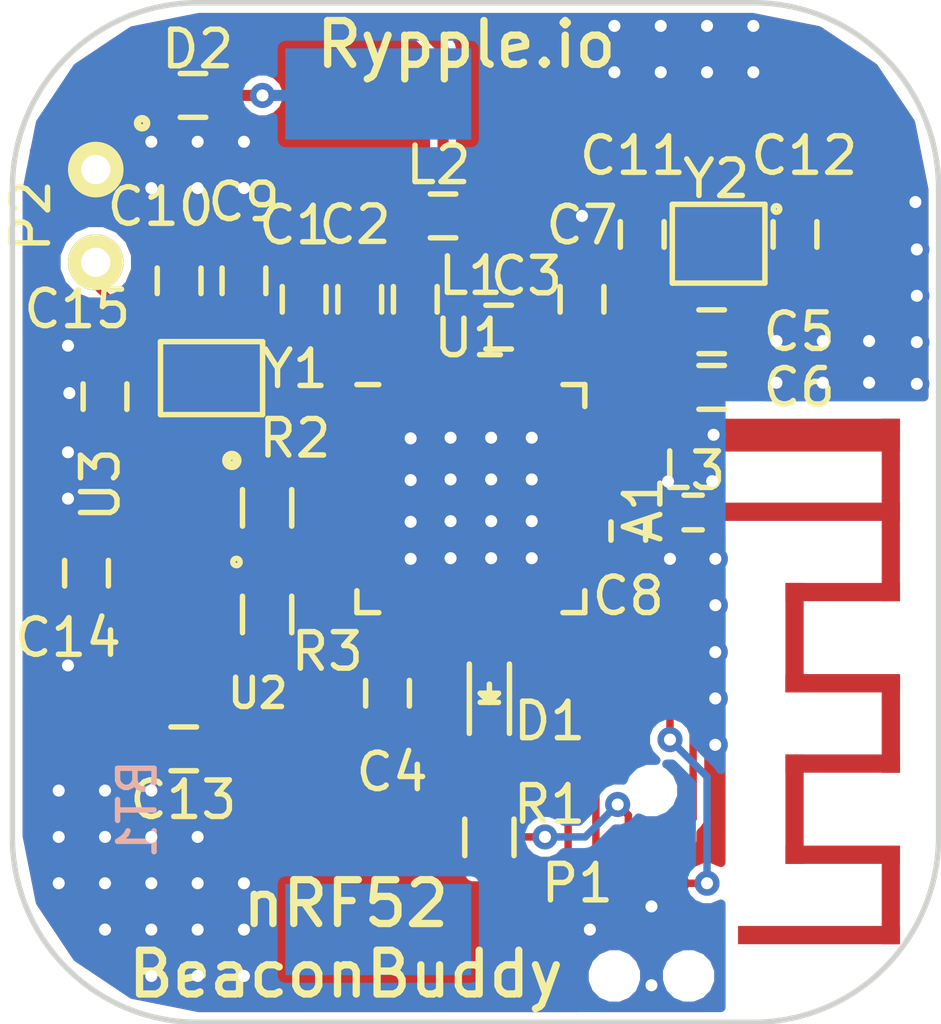
<source format=kicad_pcb>
(kicad_pcb (version 4) (host pcbnew 4.0.2-stable)

  (general
    (links 180)
    (no_connects 4)
    (area 152.324999 100.254999 177.875001 128.345001)
    (thickness 1.6)
    (drawings 10)
    (tracks 252)
    (zones 0)
    (modules 108)
    (nets 52)
  )

  (page A4)
  (layers
    (0 F.Cu signal)
    (31 B.Cu signal)
    (32 B.Adhes user)
    (33 F.Adhes user)
    (34 B.Paste user)
    (35 F.Paste user)
    (36 B.SilkS user)
    (37 F.SilkS user)
    (38 B.Mask user)
    (39 F.Mask user)
    (40 Dwgs.User user)
    (41 Cmts.User user)
    (42 Eco1.User user)
    (43 Eco2.User user)
    (44 Edge.Cuts user)
    (45 Margin user)
    (46 B.CrtYd user)
    (47 F.CrtYd user)
    (48 B.Fab user hide)
    (49 F.Fab user hide)
  )

  (setup
    (last_trace_width 0.2032)
    (trace_clearance 0.1524)
    (zone_clearance 0.2032)
    (zone_45_only no)
    (trace_min 0.2)
    (segment_width 0.2)
    (edge_width 0.15)
    (via_size 0.6858)
    (via_drill 0.3302)
    (via_min_size 0.4)
    (via_min_drill 0.3)
    (uvia_size 0.3)
    (uvia_drill 0.1)
    (uvias_allowed no)
    (uvia_min_size 0.2)
    (uvia_min_drill 0.1)
    (pcb_text_width 0.3)
    (pcb_text_size 1.5 1.5)
    (mod_edge_width 0.15)
    (mod_text_size 1 1)
    (mod_text_width 0.15)
    (pad_size 0.6858 0.6858)
    (pad_drill 0.3302)
    (pad_to_mask_clearance 0.0508)
    (aux_axis_origin 0 0)
    (visible_elements 7FFFFF7F)
    (pcbplotparams
      (layerselection 0x010fc_80000001)
      (usegerberextensions false)
      (excludeedgelayer true)
      (linewidth 0.100000)
      (plotframeref false)
      (viasonmask false)
      (mode 1)
      (useauxorigin false)
      (hpglpennumber 1)
      (hpglpenspeed 20)
      (hpglpendiameter 15)
      (hpglpenoverlay 2)
      (psnegative false)
      (psa4output false)
      (plotreference true)
      (plotvalue true)
      (plotinvisibletext false)
      (padsonsilk false)
      (subtractmaskfromsilk false)
      (outputformat 1)
      (mirror false)
      (drillshape 0)
      (scaleselection 1)
      (outputdirectory Gerber/))
  )

  (net 0 "")
  (net 1 "Net-(C1-Pad1)")
  (net 2 GND)
  (net 3 VDD)
  (net 4 "Net-(C3-Pad1)")
  (net 5 "Net-(C5-Pad2)")
  (net 6 "Net-(C6-Pad2)")
  (net 7 /ANT)
  (net 8 /XL1)
  (net 9 /XL2)
  (net 10 /XC1)
  (net 11 /XC2)
  (net 12 /RF_OUT)
  (net 13 "Net-(L1-Pad1)")
  (net 14 "Net-(L1-Pad2)")
  (net 15 "Net-(U1-Pad5)")
  (net 16 "Net-(U1-Pad6)")
  (net 17 "Net-(U1-Pad7)")
  (net 18 "Net-(U1-Pad10)")
  (net 19 "Net-(U1-Pad11)")
  (net 20 "Net-(U1-Pad12)")
  (net 21 "Net-(U1-Pad14)")
  (net 22 "Net-(U1-Pad15)")
  (net 23 "Net-(U1-Pad16)")
  (net 24 "Net-(U1-Pad17)")
  (net 25 "Net-(U1-Pad18)")
  (net 26 "Net-(U1-Pad19)")
  (net 27 "Net-(U1-Pad22)")
  (net 28 "Net-(U1-Pad23)")
  (net 29 /nRESET)
  (net 30 /SWDCLK)
  (net 31 /SWDIO)
  (net 32 "Net-(U1-Pad27)")
  (net 33 "Net-(U1-Pad28)")
  (net 34 "Net-(U1-Pad29)")
  (net 35 "Net-(U1-Pad37)")
  (net 36 "Net-(U1-Pad38)")
  (net 37 "Net-(U1-Pad39)")
  (net 38 "Net-(U1-Pad40)")
  (net 39 "Net-(U1-Pad41)")
  (net 40 "Net-(U1-Pad42)")
  (net 41 "Net-(U1-Pad43)")
  (net 42 "Net-(U1-Pad44)")
  (net 43 /SWO)
  (net 44 "Net-(BT1-Pad1)")
  (net 45 "Net-(D1-Pad2)")
  (net 46 "Net-(D1-Pad1)")
  (net 47 /SDA)
  (net 48 /SCL)
  (net 49 "Net-(U2-Pad3)")
  (net 50 "Net-(U2-Pad4)")
  (net 51 /AIN0)

  (net_class Default "This is the default net class."
    (clearance 0.1524)
    (trace_width 0.2032)
    (via_dia 0.6858)
    (via_drill 0.3302)
    (uvia_dia 0.3)
    (uvia_drill 0.1)
    (add_net /AIN0)
    (add_net /ANT)
    (add_net /RF_OUT)
    (add_net /SCL)
    (add_net /SDA)
    (add_net /SWDCLK)
    (add_net /SWDIO)
    (add_net /SWO)
    (add_net /XC1)
    (add_net /XC2)
    (add_net /XL1)
    (add_net /XL2)
    (add_net /nRESET)
    (add_net GND)
    (add_net "Net-(BT1-Pad1)")
    (add_net "Net-(C1-Pad1)")
    (add_net "Net-(C3-Pad1)")
    (add_net "Net-(C5-Pad2)")
    (add_net "Net-(C6-Pad2)")
    (add_net "Net-(D1-Pad1)")
    (add_net "Net-(D1-Pad2)")
    (add_net "Net-(L1-Pad1)")
    (add_net "Net-(L1-Pad2)")
    (add_net "Net-(U1-Pad10)")
    (add_net "Net-(U1-Pad11)")
    (add_net "Net-(U1-Pad12)")
    (add_net "Net-(U1-Pad14)")
    (add_net "Net-(U1-Pad15)")
    (add_net "Net-(U1-Pad16)")
    (add_net "Net-(U1-Pad17)")
    (add_net "Net-(U1-Pad18)")
    (add_net "Net-(U1-Pad19)")
    (add_net "Net-(U1-Pad22)")
    (add_net "Net-(U1-Pad23)")
    (add_net "Net-(U1-Pad27)")
    (add_net "Net-(U1-Pad28)")
    (add_net "Net-(U1-Pad29)")
    (add_net "Net-(U1-Pad37)")
    (add_net "Net-(U1-Pad38)")
    (add_net "Net-(U1-Pad39)")
    (add_net "Net-(U1-Pad40)")
    (add_net "Net-(U1-Pad41)")
    (add_net "Net-(U1-Pad42)")
    (add_net "Net-(U1-Pad43)")
    (add_net "Net-(U1-Pad44)")
    (add_net "Net-(U1-Pad5)")
    (add_net "Net-(U1-Pad6)")
    (add_net "Net-(U1-Pad7)")
    (add_net "Net-(U2-Pad3)")
    (add_net "Net-(U2-Pad4)")
    (add_net VDD)
  )

  (module New_Footprints:Bosch_LGA8 (layer F.Cu) (tedit 578AB506) (tstamp 578AE4F1)
    (at 156.718 114.173)
    (path /578A83E7)
    (fp_text reference U3 (at -1.905 -0.635 90) (layer F.SilkS)
      (effects (font (size 1 1) (thickness 0.15)))
    )
    (fp_text value BMP280 (at 0 -2.5) (layer F.Fab)
      (effects (font (size 1 1) (thickness 0.15)))
    )
    (fp_circle (center 1.7 -1.3) (end 1.8 -1.2) (layer F.SilkS) (width 0.25))
    (fp_line (start -1.4 1.5) (end -1.4 -1.5) (layer F.CrtYd) (width 0.15))
    (fp_line (start 1.4 1.5) (end -1.4 1.5) (layer F.CrtYd) (width 0.15))
    (fp_line (start 1.4 -1.5) (end 1.4 1.5) (layer F.CrtYd) (width 0.15))
    (fp_line (start -1.4 -1.5) (end 1.4 -1.5) (layer F.CrtYd) (width 0.15))
    (pad 1 smd rect (at 0.8 -0.975) (size 0.5 0.35) (layers F.Cu F.Paste F.Mask)
      (net 2 GND))
    (pad 2 smd rect (at 0.8 -0.325) (size 0.5 0.35) (layers F.Cu F.Paste F.Mask)
      (net 3 VDD))
    (pad 3 smd rect (at 0.8 0.325) (size 0.5 0.35) (layers F.Cu F.Paste F.Mask)
      (net 47 /SDA))
    (pad 4 smd rect (at 0.8 0.975) (size 0.5 0.35) (layers F.Cu F.Paste F.Mask)
      (net 48 /SCL))
    (pad 5 smd rect (at -0.8 0.975) (size 0.5 0.35) (layers F.Cu F.Paste F.Mask)
      (net 3 VDD))
    (pad 6 smd rect (at -0.8 0.325) (size 0.5 0.35) (layers F.Cu F.Paste F.Mask)
      (net 3 VDD))
    (pad 7 smd rect (at -0.8 -0.325) (size 0.5 0.35) (layers F.Cu F.Paste F.Mask)
      (net 2 GND))
    (pad 8 smd rect (at -0.8 -0.975) (size 0.5 0.35) (layers F.Cu F.Paste F.Mask)
      (net 3 VDD))
  )

  (module Capacitors_SMD:C_0603 (layer F.Cu) (tedit 5415D631) (tstamp 57844439)
    (at 163.449 108.458 270)
    (descr "Capacitor SMD 0603, reflow soldering, AVX (see smccp.pdf)")
    (tags "capacitor 0603")
    (path /5784435A)
    (attr smd)
    (fp_text reference L1 (at -0.647 -1.524 360) (layer F.SilkS)
      (effects (font (size 1 1) (thickness 0.15)))
    )
    (fp_text value 10uH (at 0 1.9 270) (layer F.Fab)
      (effects (font (size 1 1) (thickness 0.15)))
    )
    (fp_line (start -1.45 -0.75) (end 1.45 -0.75) (layer F.CrtYd) (width 0.05))
    (fp_line (start -1.45 0.75) (end 1.45 0.75) (layer F.CrtYd) (width 0.05))
    (fp_line (start -1.45 -0.75) (end -1.45 0.75) (layer F.CrtYd) (width 0.05))
    (fp_line (start 1.45 -0.75) (end 1.45 0.75) (layer F.CrtYd) (width 0.05))
    (fp_line (start -0.35 -0.6) (end 0.35 -0.6) (layer F.SilkS) (width 0.15))
    (fp_line (start 0.35 0.6) (end -0.35 0.6) (layer F.SilkS) (width 0.15))
    (pad 1 smd rect (at -0.75 0 270) (size 0.8 0.75) (layers F.Cu F.Paste F.Mask)
      (net 13 "Net-(L1-Pad1)"))
    (pad 2 smd rect (at 0.75 0 270) (size 0.8 0.75) (layers F.Cu F.Paste F.Mask)
      (net 14 "Net-(L1-Pad2)"))
    (model Capacitors_SMD.3dshapes/C_0603.wrl
      (at (xyz 0 0 0))
      (scale (xyz 1 1 1))
      (rotate (xyz 0 0 0))
    )
  )

  (module New_Footprints:BATT-HLD-001 (layer B.Cu) (tedit 578889B8) (tstamp 57846108)
    (at 162.433 114.28 90)
    (path /57848956)
    (fp_text reference BT1 (at -8.148 -6.604 90) (layer B.SilkS)
      (effects (font (size 1 1) (thickness 0.15)) (justify mirror))
    )
    (fp_text value BAT-HLD-001 (at 0 10.16 90) (layer B.Fab)
      (effects (font (size 1 1) (thickness 0.15)) (justify mirror))
    )
    (pad 1 smd rect (at -11.45 0 90) (size 2.5 5.1) (layers B.Cu B.Paste B.Mask)
      (net 44 "Net-(BT1-Pad1)"))
    (pad 1 smd rect (at 11.45 0 90) (size 2.5 5.1) (layers B.Cu B.Paste B.Mask)
      (net 44 "Net-(BT1-Pad1)"))
    (pad 2 smd circle (at 0 0 90) (size 17.8 17.8) (layers B.Cu B.Mask)
      (net 2 GND))
  )

  (module New_Footprints:Via-13mil (layer F.Cu) (tedit 5785D1B2) (tstamp 578887E9)
    (at 153.67 124.46)
    (zone_connect 2)
    (fp_text reference REF**52 (at 0 3.302) (layer F.SilkS) hide
      (effects (font (size 1 1) (thickness 0.15)))
    )
    (fp_text value Via-13mil (at 0 -3.048) (layer F.Fab) hide
      (effects (font (size 1 1) (thickness 0.15)))
    )
    (pad 1 thru_hole circle (at 0 0) (size 0.6858 0.6858) (drill 0.3302) (layers *.Cu)
      (net 2 GND) (zone_connect 2))
  )

  (module New_Footprints:Via-13mil (layer F.Cu) (tedit 5785D1B2) (tstamp 578887E5)
    (at 154.94 125.73)
    (zone_connect 2)
    (fp_text reference REF**52 (at 0 3.302) (layer F.SilkS) hide
      (effects (font (size 1 1) (thickness 0.15)))
    )
    (fp_text value Via-13mil (at 0 -3.048) (layer F.Fab) hide
      (effects (font (size 1 1) (thickness 0.15)))
    )
    (pad 1 thru_hole circle (at 0 0) (size 0.6858 0.6858) (drill 0.3302) (layers *.Cu)
      (net 2 GND) (zone_connect 2))
  )

  (module New_Footprints:Via-13mil (layer F.Cu) (tedit 5785D1B2) (tstamp 578886E8)
    (at 170.434 115.57 90)
    (zone_connect 2)
    (fp_text reference REF** (at 0 3.302 90) (layer F.SilkS) hide
      (effects (font (size 1 1) (thickness 0.15)))
    )
    (fp_text value Via-13mil (at 0 -3.048 90) (layer F.Fab) hide
      (effects (font (size 1 1) (thickness 0.15)))
    )
    (pad 1 thru_hole circle (at 0 0 90) (size 0.6858 0.6858) (drill 0.3302) (layers *.Cu)
      (net 2 GND) (zone_connect 2))
  )

  (module New_Footprints:Via-13mil (layer F.Cu) (tedit 5785D1B2) (tstamp 578886BF)
    (at 177.202958 110.77381 90)
    (zone_connect 2)
    (fp_text reference REF** (at 0 3.302 90) (layer F.SilkS) hide
      (effects (font (size 1 1) (thickness 0.15)))
    )
    (fp_text value Via-13mil (at 0 -3.048 90) (layer F.Fab) hide
      (effects (font (size 1 1) (thickness 0.15)))
    )
    (pad 1 thru_hole circle (at 0 0 90) (size 0.6858 0.6858) (drill 0.3302) (layers *.Cu)
      (net 2 GND) (zone_connect 2))
  )

  (module New_Footprints:Via-13mil (layer F.Cu) (tedit 5785D1B2) (tstamp 578886BB)
    (at 175.895 110.744)
    (zone_connect 2)
    (fp_text reference REF** (at 0 3.302) (layer F.SilkS) hide
      (effects (font (size 1 1) (thickness 0.15)))
    )
    (fp_text value Via-13mil (at 0 -3.048) (layer F.Fab) hide
      (effects (font (size 1 1) (thickness 0.15)))
    )
    (pad 1 thru_hole circle (at 0 0) (size 0.6858 0.6858) (drill 0.3302) (layers *.Cu)
      (net 2 GND) (zone_connect 2))
  )

  (module New_Footprints:Via-13mil (layer F.Cu) (tedit 5785D1B2) (tstamp 578886B7)
    (at 173.355 110.744)
    (zone_connect 2)
    (fp_text reference REF** (at 0 3.302) (layer F.SilkS) hide
      (effects (font (size 1 1) (thickness 0.15)))
    )
    (fp_text value Via-13mil (at 0 -3.048) (layer F.Fab) hide
      (effects (font (size 1 1) (thickness 0.15)))
    )
    (pad 1 thru_hole circle (at 0 0) (size 0.6858 0.6858) (drill 0.3302) (layers *.Cu)
      (net 2 GND) (zone_connect 2))
  )

  (module New_Footprints:Via-13mil (layer F.Cu) (tedit 5785D1B2) (tstamp 578886B3)
    (at 174.625 110.744)
    (zone_connect 2)
    (fp_text reference REF** (at 0 3.302) (layer F.SilkS) hide
      (effects (font (size 1 1) (thickness 0.15)))
    )
    (fp_text value Via-13mil (at 0 -3.048) (layer F.Fab) hide
      (effects (font (size 1 1) (thickness 0.15)))
    )
    (pad 1 thru_hole circle (at 0 0) (size 0.6858 0.6858) (drill 0.3302) (layers *.Cu)
      (net 2 GND) (zone_connect 2))
  )

  (module New_Footprints:Via-13mil (layer F.Cu) (tedit 5785D1B2) (tstamp 57888690)
    (at 170.38 113.45)
    (zone_connect 2)
    (fp_text reference REF** (at 0 3.302) (layer F.SilkS) hide
      (effects (font (size 1 1) (thickness 0.15)))
    )
    (fp_text value Via-13mil (at 0 -3.048) (layer F.Fab) hide
      (effects (font (size 1 1) (thickness 0.15)))
    )
    (pad 1 thru_hole circle (at 0 0) (size 0.6858 0.6858) (drill 0.3302) (layers *.Cu)
      (net 2 GND) (zone_connect 2))
  )

  (module New_Footprints:Via-13mil (layer F.Cu) (tedit 5785D1B2) (tstamp 5788868A)
    (at 171.59 113.44)
    (zone_connect 2)
    (fp_text reference REF** (at 0 3.302) (layer F.SilkS) hide
      (effects (font (size 1 1) (thickness 0.15)))
    )
    (fp_text value Via-13mil (at 0 -3.048) (layer F.Fab) hide
      (effects (font (size 1 1) (thickness 0.15)))
    )
    (pad 1 thru_hole circle (at 0 0) (size 0.6858 0.6858) (drill 0.3302) (layers *.Cu)
      (net 2 GND) (zone_connect 2))
  )

  (module New_Footprints:Via-13mil (layer F.Cu) (tedit 5785D1B2) (tstamp 578885DB)
    (at 171.63 112.17)
    (zone_connect 2)
    (fp_text reference REF** (at 0 3.302) (layer F.SilkS) hide
      (effects (font (size 1 1) (thickness 0.15)))
    )
    (fp_text value Via-13mil (at 0 -3.048) (layer F.Fab) hide
      (effects (font (size 1 1) (thickness 0.15)))
    )
    (pad 1 thru_hole circle (at 0 0) (size 0.6858 0.6858) (drill 0.3302) (layers *.Cu)
      (net 2 GND) (zone_connect 2))
  )

  (module New_Footprints:Via-13mil (layer F.Cu) (tedit 5785D1B2) (tstamp 57887A52)
    (at 163.322 115.57 90)
    (zone_connect 2)
    (fp_text reference REF** (at 0 3.302 90) (layer F.SilkS) hide
      (effects (font (size 1 1) (thickness 0.15)))
    )
    (fp_text value Via-13mil (at 0 -3.048 90) (layer F.Fab) hide
      (effects (font (size 1 1) (thickness 0.15)))
    )
    (pad 1 thru_hole circle (at 0 0 90) (size 0.6858 0.6858) (drill 0.3302) (layers *.Cu)
      (net 2 GND) (zone_connect 2))
  )

  (module New_Footprints:Via-13mil (layer F.Cu) (tedit 5785D1B2) (tstamp 57887A4E)
    (at 164.41675 115.55225 90)
    (zone_connect 2)
    (fp_text reference REF** (at 0 3.302 90) (layer F.SilkS) hide
      (effects (font (size 1 1) (thickness 0.15)))
    )
    (fp_text value Via-13mil (at 0 -3.048 90) (layer F.Fab) hide
      (effects (font (size 1 1) (thickness 0.15)))
    )
    (pad 1 thru_hole circle (at 0 0 90) (size 0.6858 0.6858) (drill 0.3302) (layers *.Cu)
      (net 2 GND) (zone_connect 2))
  )

  (module New_Footprints:Via-13mil (layer F.Cu) (tedit 5785D1B2) (tstamp 57887A4A)
    (at 166.64175 115.55225 90)
    (zone_connect 2)
    (fp_text reference REF** (at 0 3.302 90) (layer F.SilkS) hide
      (effects (font (size 1 1) (thickness 0.15)))
    )
    (fp_text value Via-13mil (at 0 -3.048 90) (layer F.Fab) hide
      (effects (font (size 1 1) (thickness 0.15)))
    )
    (pad 1 thru_hole circle (at 0 0 90) (size 0.6858 0.6858) (drill 0.3302) (layers *.Cu)
      (net 2 GND) (zone_connect 2))
  )

  (module New_Footprints:Via-13mil (layer F.Cu) (tedit 5785D1B2) (tstamp 57887A46)
    (at 165.52925 115.55225 90)
    (zone_connect 2)
    (fp_text reference REF** (at 0 3.302 90) (layer F.SilkS) hide
      (effects (font (size 1 1) (thickness 0.15)))
    )
    (fp_text value Via-13mil (at 0 -3.048 90) (layer F.Fab) hide
      (effects (font (size 1 1) (thickness 0.15)))
    )
    (pad 1 thru_hole circle (at 0 0 90) (size 0.6858 0.6858) (drill 0.3302) (layers *.Cu)
      (net 2 GND) (zone_connect 2))
  )

  (module New_Footprints:Via-13mil (layer F.Cu) (tedit 5785D1B2) (tstamp 57887A42)
    (at 163.322 114.554 90)
    (zone_connect 2)
    (fp_text reference REF** (at 0 3.302 90) (layer F.SilkS) hide
      (effects (font (size 1 1) (thickness 0.15)))
    )
    (fp_text value Via-13mil (at 0 -3.048 90) (layer F.Fab) hide
      (effects (font (size 1 1) (thickness 0.15)))
    )
    (pad 1 thru_hole circle (at 0 0 90) (size 0.6858 0.6858) (drill 0.3302) (layers *.Cu)
      (net 2 GND) (zone_connect 2))
  )

  (module New_Footprints:Via-13mil (layer F.Cu) (tedit 5785D1B2) (tstamp 57887A3E)
    (at 164.41675 114.53625 90)
    (zone_connect 2)
    (fp_text reference REF** (at 0 3.302 90) (layer F.SilkS) hide
      (effects (font (size 1 1) (thickness 0.15)))
    )
    (fp_text value Via-13mil (at 0 -3.048 90) (layer F.Fab) hide
      (effects (font (size 1 1) (thickness 0.15)))
    )
    (pad 1 thru_hole circle (at 0 0 90) (size 0.6858 0.6858) (drill 0.3302) (layers *.Cu)
      (net 2 GND) (zone_connect 2))
  )

  (module New_Footprints:Via-13mil (layer F.Cu) (tedit 5785D1B2) (tstamp 57887A3A)
    (at 166.64175 114.53625 90)
    (zone_connect 2)
    (fp_text reference REF** (at 0 3.302 90) (layer F.SilkS) hide
      (effects (font (size 1 1) (thickness 0.15)))
    )
    (fp_text value Via-13mil (at 0 -3.048 90) (layer F.Fab) hide
      (effects (font (size 1 1) (thickness 0.15)))
    )
    (pad 1 thru_hole circle (at 0 0 90) (size 0.6858 0.6858) (drill 0.3302) (layers *.Cu)
      (net 2 GND) (zone_connect 2))
  )

  (module New_Footprints:Via-13mil (layer F.Cu) (tedit 5785D1B2) (tstamp 57887A36)
    (at 165.52925 114.53625 90)
    (zone_connect 2)
    (fp_text reference REF** (at 0 3.302 90) (layer F.SilkS) hide
      (effects (font (size 1 1) (thickness 0.15)))
    )
    (fp_text value Via-13mil (at 0 -3.048 90) (layer F.Fab) hide
      (effects (font (size 1 1) (thickness 0.15)))
    )
    (pad 1 thru_hole circle (at 0 0 90) (size 0.6858 0.6858) (drill 0.3302) (layers *.Cu)
      (net 2 GND) (zone_connect 2))
  )

  (module New_Footprints:Via-13mil (layer F.Cu) (tedit 5785D1B2) (tstamp 57887A32)
    (at 163.322 113.411 90)
    (zone_connect 2)
    (fp_text reference REF** (at 0 3.302 90) (layer F.SilkS) hide
      (effects (font (size 1 1) (thickness 0.15)))
    )
    (fp_text value Via-13mil (at 0 -3.048 90) (layer F.Fab) hide
      (effects (font (size 1 1) (thickness 0.15)))
    )
    (pad 1 thru_hole circle (at 0 0 90) (size 0.6858 0.6858) (drill 0.3302) (layers *.Cu)
      (net 2 GND) (zone_connect 2))
  )

  (module New_Footprints:Via-13mil (layer F.Cu) (tedit 5785D1B2) (tstamp 57887A2E)
    (at 164.41675 113.39325 90)
    (zone_connect 2)
    (fp_text reference REF** (at 0 3.302 90) (layer F.SilkS) hide
      (effects (font (size 1 1) (thickness 0.15)))
    )
    (fp_text value Via-13mil (at 0 -3.048 90) (layer F.Fab) hide
      (effects (font (size 1 1) (thickness 0.15)))
    )
    (pad 1 thru_hole circle (at 0 0 90) (size 0.6858 0.6858) (drill 0.3302) (layers *.Cu)
      (net 2 GND) (zone_connect 2))
  )

  (module New_Footprints:Via-13mil (layer F.Cu) (tedit 5785D1B2) (tstamp 57887A2A)
    (at 166.64175 113.39325 90)
    (zone_connect 2)
    (fp_text reference REF** (at 0 3.302 90) (layer F.SilkS) hide
      (effects (font (size 1 1) (thickness 0.15)))
    )
    (fp_text value Via-13mil (at 0 -3.048 90) (layer F.Fab) hide
      (effects (font (size 1 1) (thickness 0.15)))
    )
    (pad 1 thru_hole circle (at 0 0 90) (size 0.6858 0.6858) (drill 0.3302) (layers *.Cu)
      (net 2 GND) (zone_connect 2))
  )

  (module New_Footprints:Via-13mil (layer F.Cu) (tedit 5785D1B2) (tstamp 57887A26)
    (at 165.52925 113.39325 90)
    (zone_connect 2)
    (fp_text reference REF** (at 0 3.302 90) (layer F.SilkS) hide
      (effects (font (size 1 1) (thickness 0.15)))
    )
    (fp_text value Via-13mil (at 0 -3.048 90) (layer F.Fab) hide
      (effects (font (size 1 1) (thickness 0.15)))
    )
    (pad 1 thru_hole circle (at 0 0 90) (size 0.6858 0.6858) (drill 0.3302) (layers *.Cu)
      (net 2 GND) (zone_connect 2))
  )

  (module New_Footprints:Via-13mil (layer F.Cu) (tedit 5785D1B2) (tstamp 57887A19)
    (at 166.64175 112.25025 90)
    (zone_connect 2)
    (fp_text reference REF** (at 0 3.302 90) (layer F.SilkS) hide
      (effects (font (size 1 1) (thickness 0.15)))
    )
    (fp_text value Via-13mil (at 0 -3.048 90) (layer F.Fab) hide
      (effects (font (size 1 1) (thickness 0.15)))
    )
    (pad 1 thru_hole circle (at 0 0 90) (size 0.6858 0.6858) (drill 0.3302) (layers *.Cu)
      (net 2 GND) (zone_connect 2))
  )

  (module New_Footprints:Via-13mil (layer F.Cu) (tedit 5785D1B2) (tstamp 57887A15)
    (at 165.52925 112.25025 90)
    (zone_connect 2)
    (fp_text reference REF** (at 0 3.302 90) (layer F.SilkS) hide
      (effects (font (size 1 1) (thickness 0.15)))
    )
    (fp_text value Via-13mil (at 0 -3.048 90) (layer F.Fab) hide
      (effects (font (size 1 1) (thickness 0.15)))
    )
    (pad 1 thru_hole circle (at 0 0 90) (size 0.6858 0.6858) (drill 0.3302) (layers *.Cu)
      (net 2 GND) (zone_connect 2))
  )

  (module New_Footprints:Via-13mil (layer F.Cu) (tedit 5785D1B2) (tstamp 57887A0D)
    (at 164.41675 112.25025 90)
    (zone_connect 2)
    (fp_text reference REF** (at 0 3.302 90) (layer F.SilkS) hide
      (effects (font (size 1 1) (thickness 0.15)))
    )
    (fp_text value Via-13mil (at 0 -3.048 90) (layer F.Fab) hide
      (effects (font (size 1 1) (thickness 0.15)))
    )
    (pad 1 thru_hole circle (at 0 0 90) (size 0.6858 0.6858) (drill 0.3302) (layers *.Cu)
      (net 2 GND) (zone_connect 2))
  )

  (module New_Footprints:Via-13mil (layer F.Cu) (tedit 5785D1B2) (tstamp 57887A09)
    (at 163.322 112.268 90)
    (zone_connect 2)
    (fp_text reference REF** (at 0 3.302 90) (layer F.SilkS) hide
      (effects (font (size 1 1) (thickness 0.15)))
    )
    (fp_text value Via-13mil (at 0 -3.048 90) (layer F.Fab) hide
      (effects (font (size 1 1) (thickness 0.15)))
    )
    (pad 1 thru_hole circle (at 0 0 90) (size 0.6858 0.6858) (drill 0.3302) (layers *.Cu)
      (net 2 GND) (zone_connect 2))
  )

  (module New_Footprints:Crystal_ABM11 (layer F.Cu) (tedit 5785E97A) (tstamp 5785F204)
    (at 171.7675 106.934 180)
    (path /5785EF94)
    (fp_text reference Y2 (at 0.0635 1.778 360) (layer F.SilkS)
      (effects (font (size 1 1) (thickness 0.15)))
    )
    (fp_text value 32MHz (at -0.0635 -2.159 180) (layer F.Fab)
      (effects (font (size 1 1) (thickness 0.15)))
    )
    (fp_circle (center -1.5875 0.9525) (end -1.651 0.889) (layer F.SilkS) (width 0.15))
    (fp_line (start -1.27 -1.0795) (end 1.27 -1.0795) (layer F.SilkS) (width 0.15))
    (fp_line (start -1.27 1.0795) (end -1.27 -1.0795) (layer F.SilkS) (width 0.15))
    (fp_line (start 1.27 1.0795) (end -1.27 1.0795) (layer F.SilkS) (width 0.15))
    (fp_line (start 1.27 -1.0795) (end 1.27 1.0795) (layer F.SilkS) (width 0.15))
    (pad 1 smd rect (at -0.6604 0.508 180) (size 0.762 0.6604) (layers F.Cu F.Paste F.Mask)
      (net 11 /XC2))
    (pad 2 smd rect (at 0.6604 0.508 180) (size 0.762 0.6604) (layers F.Cu F.Paste F.Mask)
      (net 2 GND))
    (pad 3 smd rect (at 0.6604 -0.508 180) (size 0.762 0.6604) (layers F.Cu F.Paste F.Mask)
      (net 10 /XC1))
    (pad 4 smd rect (at -0.6604 -0.508 180) (size 0.762 0.6604) (layers F.Cu F.Paste F.Mask)
      (net 2 GND))
  )

  (module New_Footprints:Via-13mil (layer F.Cu) (tedit 5785D1B2) (tstamp 5785F45A)
    (at 169.926 127.254 90)
    (zone_connect 2)
    (fp_text reference REF** (at 0 3.302 90) (layer F.SilkS) hide
      (effects (font (size 1 1) (thickness 0.15)))
    )
    (fp_text value Via-13mil (at 0 -3.048 90) (layer F.Fab) hide
      (effects (font (size 1 1) (thickness 0.15)))
    )
    (pad 1 thru_hole circle (at 0 0 90) (size 0.6858 0.6858) (drill 0.3302) (layers *.Cu)
      (net 2 GND) (zone_connect 2))
  )

  (module New_Footprints:Via-13mil (layer F.Cu) (tedit 5785D1B2) (tstamp 5785F456)
    (at 169.926 125.095 90)
    (zone_connect 2)
    (fp_text reference REF** (at 0 3.302 90) (layer F.SilkS) hide
      (effects (font (size 1 1) (thickness 0.15)))
    )
    (fp_text value Via-13mil (at 0 -3.048 90) (layer F.Fab) hide
      (effects (font (size 1 1) (thickness 0.15)))
    )
    (pad 1 thru_hole circle (at 0 0 90) (size 0.6858 0.6858) (drill 0.3302) (layers *.Cu)
      (net 2 GND) (zone_connect 2))
  )

  (module Capacitors_SMD:C_0603 (layer F.Cu) (tedit 5415D631) (tstamp 57844427)
    (at 169.672 106.68 270)
    (descr "Capacitor SMD 0603, reflow soldering, AVX (see smccp.pdf)")
    (tags "capacitor 0603")
    (path /57845983)
    (attr smd)
    (fp_text reference C11 (at -2.159 0.254 540) (layer F.SilkS)
      (effects (font (size 1 1) (thickness 0.15)))
    )
    (fp_text value 12pF (at 0 1.9 270) (layer F.Fab)
      (effects (font (size 1 1) (thickness 0.15)))
    )
    (fp_line (start -1.45 -0.75) (end 1.45 -0.75) (layer F.CrtYd) (width 0.05))
    (fp_line (start -1.45 0.75) (end 1.45 0.75) (layer F.CrtYd) (width 0.05))
    (fp_line (start -1.45 -0.75) (end -1.45 0.75) (layer F.CrtYd) (width 0.05))
    (fp_line (start 1.45 -0.75) (end 1.45 0.75) (layer F.CrtYd) (width 0.05))
    (fp_line (start -0.35 -0.6) (end 0.35 -0.6) (layer F.SilkS) (width 0.15))
    (fp_line (start 0.35 0.6) (end -0.35 0.6) (layer F.SilkS) (width 0.15))
    (pad 1 smd rect (at -0.75 0 270) (size 0.8 0.75) (layers F.Cu F.Paste F.Mask)
      (net 2 GND))
    (pad 2 smd rect (at 0.75 0 270) (size 0.8 0.75) (layers F.Cu F.Paste F.Mask)
      (net 10 /XC1))
    (model Capacitors_SMD.3dshapes/C_0603.wrl
      (at (xyz 0 0 0))
      (scale (xyz 1 1 1))
      (rotate (xyz 0 0 0))
    )
  )

  (module Capacitors_SMD:C_0603 (layer F.Cu) (tedit 5415D631) (tstamp 5784442D)
    (at 173.863 106.68 90)
    (descr "Capacitor SMD 0603, reflow soldering, AVX (see smccp.pdf)")
    (tags "capacitor 0603")
    (path /57845A6E)
    (attr smd)
    (fp_text reference C12 (at 2.159 0.254 360) (layer F.SilkS)
      (effects (font (size 1 1) (thickness 0.15)))
    )
    (fp_text value 12pF (at 0 1.9 90) (layer F.Fab)
      (effects (font (size 1 1) (thickness 0.15)))
    )
    (fp_line (start -1.45 -0.75) (end 1.45 -0.75) (layer F.CrtYd) (width 0.05))
    (fp_line (start -1.45 0.75) (end 1.45 0.75) (layer F.CrtYd) (width 0.05))
    (fp_line (start -1.45 -0.75) (end -1.45 0.75) (layer F.CrtYd) (width 0.05))
    (fp_line (start 1.45 -0.75) (end 1.45 0.75) (layer F.CrtYd) (width 0.05))
    (fp_line (start -0.35 -0.6) (end 0.35 -0.6) (layer F.SilkS) (width 0.15))
    (fp_line (start 0.35 0.6) (end -0.35 0.6) (layer F.SilkS) (width 0.15))
    (pad 1 smd rect (at -0.75 0 90) (size 0.8 0.75) (layers F.Cu F.Paste F.Mask)
      (net 2 GND))
    (pad 2 smd rect (at 0.75 0 90) (size 0.8 0.75) (layers F.Cu F.Paste F.Mask)
      (net 11 /XC2))
    (model Capacitors_SMD.3dshapes/C_0603.wrl
      (at (xyz 0 0 0))
      (scale (xyz 1 1 1))
      (rotate (xyz 0 0 0))
    )
  )

  (module Capacitors_SMD:C_0603 (layer F.Cu) (tedit 5415D631) (tstamp 57844403)
    (at 171.577 109.347 180)
    (descr "Capacitor SMD 0603, reflow soldering, AVX (see smccp.pdf)")
    (tags "capacitor 0603")
    (path /578447B2)
    (attr smd)
    (fp_text reference C5 (at -2.401 0 180) (layer F.SilkS)
      (effects (font (size 1 1) (thickness 0.15)))
    )
    (fp_text value 100pF (at 0 1.9 180) (layer F.Fab)
      (effects (font (size 1 1) (thickness 0.15)))
    )
    (fp_line (start -1.45 -0.75) (end 1.45 -0.75) (layer F.CrtYd) (width 0.05))
    (fp_line (start -1.45 0.75) (end 1.45 0.75) (layer F.CrtYd) (width 0.05))
    (fp_line (start -1.45 -0.75) (end -1.45 0.75) (layer F.CrtYd) (width 0.05))
    (fp_line (start 1.45 -0.75) (end 1.45 0.75) (layer F.CrtYd) (width 0.05))
    (fp_line (start -0.35 -0.6) (end 0.35 -0.6) (layer F.SilkS) (width 0.15))
    (fp_line (start 0.35 0.6) (end -0.35 0.6) (layer F.SilkS) (width 0.15))
    (pad 1 smd rect (at -0.75 0 180) (size 0.8 0.75) (layers F.Cu F.Paste F.Mask)
      (net 2 GND))
    (pad 2 smd rect (at 0.75 0 180) (size 0.8 0.75) (layers F.Cu F.Paste F.Mask)
      (net 5 "Net-(C5-Pad2)"))
    (model Capacitors_SMD.3dshapes/C_0603.wrl
      (at (xyz 0 0 0))
      (scale (xyz 1 1 1))
      (rotate (xyz 0 0 0))
    )
  )

  (module New_Footprints:Via-13mil (layer F.Cu) (tedit 5785D1B2) (tstamp 5785E9C4)
    (at 153.924 118.491)
    (zone_connect 2)
    (fp_text reference REF** (at 0 3.302) (layer F.SilkS) hide
      (effects (font (size 1 1) (thickness 0.15)))
    )
    (fp_text value Via-13mil (at 0 -3.048) (layer F.Fab) hide
      (effects (font (size 1 1) (thickness 0.15)))
    )
    (pad 1 thru_hole circle (at 0 0) (size 0.6858 0.6858) (drill 0.3302) (layers *.Cu)
      (net 2 GND) (zone_connect 2))
  )

  (module New_Footprints:Via-13mil (layer F.Cu) (tedit 5785D1B2) (tstamp 5785E9BC)
    (at 153.924 109.728)
    (zone_connect 2)
    (fp_text reference REF** (at 0 3.302) (layer F.SilkS) hide
      (effects (font (size 1 1) (thickness 0.15)))
    )
    (fp_text value Via-13mil (at 0 -3.048) (layer F.Fab) hide
      (effects (font (size 1 1) (thickness 0.15)))
    )
    (pad 1 thru_hole circle (at 0 0) (size 0.6858 0.6858) (drill 0.3302) (layers *.Cu)
      (net 2 GND) (zone_connect 2))
  )

  (module New_Footprints:Via-13mil (layer F.Cu) (tedit 5785D1B2) (tstamp 5785E9B8)
    (at 153.924 113.919 90)
    (zone_connect 2)
    (fp_text reference REF** (at 0 3.302 90) (layer F.SilkS) hide
      (effects (font (size 1 1) (thickness 0.15)))
    )
    (fp_text value Via-13mil (at 0 -3.048 90) (layer F.Fab) hide
      (effects (font (size 1 1) (thickness 0.15)))
    )
    (pad 1 thru_hole circle (at 0 0 90) (size 0.6858 0.6858) (drill 0.3302) (layers *.Cu)
      (net 2 GND) (zone_connect 2))
  )

  (module New_Footprints:Via-13mil (layer F.Cu) (tedit 5785D1B2) (tstamp 5785E9B4)
    (at 153.924 112.649 90)
    (zone_connect 2)
    (fp_text reference REF** (at 0 3.302 90) (layer F.SilkS) hide
      (effects (font (size 1 1) (thickness 0.15)))
    )
    (fp_text value Via-13mil (at 0 -3.048 90) (layer F.Fab) hide
      (effects (font (size 1 1) (thickness 0.15)))
    )
    (pad 1 thru_hole circle (at 0 0 90) (size 0.6858 0.6858) (drill 0.3302) (layers *.Cu)
      (net 2 GND) (zone_connect 2))
  )

  (module New_Footprints:Via-13mil (layer F.Cu) (tedit 5785D1B2) (tstamp 5785E9B0)
    (at 153.961958 111.02781 90)
    (zone_connect 2)
    (fp_text reference REF** (at 0 3.302 90) (layer F.SilkS) hide
      (effects (font (size 1 1) (thickness 0.15)))
    )
    (fp_text value Via-13mil (at 0 -3.048 90) (layer F.Fab) hide
      (effects (font (size 1 1) (thickness 0.15)))
    )
    (pad 1 thru_hole circle (at 0 0 90) (size 0.6858 0.6858) (drill 0.3302) (layers *.Cu)
      (net 2 GND) (zone_connect 2))
  )

  (module New_Footprints:Via-13mil (layer F.Cu) (tedit 5785D1B2) (tstamp 5785D640)
    (at 171.6786 115.57 90)
    (zone_connect 2)
    (fp_text reference REF** (at 0 3.302 90) (layer F.SilkS) hide
      (effects (font (size 1 1) (thickness 0.15)))
    )
    (fp_text value Via-13mil (at 0 -3.048 90) (layer F.Fab) hide
      (effects (font (size 1 1) (thickness 0.15)))
    )
    (pad 1 thru_hole circle (at 0 0 90) (size 0.6858 0.6858) (drill 0.3302) (layers *.Cu)
      (net 2 GND) (zone_connect 2))
  )

  (module New_Footprints:Via-13mil (layer F.Cu) (tedit 5785D1B2) (tstamp 5785D570)
    (at 158.75 105.41)
    (zone_connect 2)
    (fp_text reference REF**41 (at 0 3.302) (layer F.SilkS) hide
      (effects (font (size 1 1) (thickness 0.15)))
    )
    (fp_text value Via-13mil (at 0 -3.048) (layer F.Fab) hide
      (effects (font (size 1 1) (thickness 0.15)))
    )
    (pad 1 thru_hole circle (at 0 0) (size 0.6858 0.6858) (drill 0.3302) (layers *.Cu)
      (net 2 GND) (zone_connect 2))
  )

  (module New_Footprints:Via-13mil (layer F.Cu) (tedit 5785D1B2) (tstamp 5785D56C)
    (at 158.75 104.14)
    (zone_connect 2)
    (fp_text reference REF**42 (at 0 3.302) (layer F.SilkS) hide
      (effects (font (size 1 1) (thickness 0.15)))
    )
    (fp_text value Via-13mil (at 0 -3.048) (layer F.Fab) hide
      (effects (font (size 1 1) (thickness 0.15)))
    )
    (pad 1 thru_hole circle (at 0 0) (size 0.6858 0.6858) (drill 0.3302) (layers *.Cu)
      (net 2 GND) (zone_connect 2))
  )

  (module New_Footprints:Via-13mil (layer F.Cu) (tedit 5785D1B2) (tstamp 5785D568)
    (at 157.48 105.41)
    (zone_connect 2)
    (fp_text reference REF**31 (at 0 3.302) (layer F.SilkS) hide
      (effects (font (size 1 1) (thickness 0.15)))
    )
    (fp_text value Via-13mil (at 0 -3.048) (layer F.Fab) hide
      (effects (font (size 1 1) (thickness 0.15)))
    )
    (pad 1 thru_hole circle (at 0 0) (size 0.6858 0.6858) (drill 0.3302) (layers *.Cu)
      (net 2 GND) (zone_connect 2))
  )

  (module New_Footprints:Via-13mil (layer F.Cu) (tedit 5785D1B2) (tstamp 5785D564)
    (at 157.48 104.14)
    (zone_connect 2)
    (fp_text reference REF**32 (at 0 3.302) (layer F.SilkS) hide
      (effects (font (size 1 1) (thickness 0.15)))
    )
    (fp_text value Via-13mil (at 0 -3.048) (layer F.Fab) hide
      (effects (font (size 1 1) (thickness 0.15)))
    )
    (pad 1 thru_hole circle (at 0 0) (size 0.6858 0.6858) (drill 0.3302) (layers *.Cu)
      (net 2 GND) (zone_connect 2))
  )

  (module New_Footprints:Via-13mil (layer F.Cu) (tedit 5785D1B2) (tstamp 5785D560)
    (at 156.21 104.14)
    (zone_connect 2)
    (fp_text reference REF**22 (at 0 3.302) (layer F.SilkS) hide
      (effects (font (size 1 1) (thickness 0.15)))
    )
    (fp_text value Via-13mil (at 0 -3.048) (layer F.Fab) hide
      (effects (font (size 1 1) (thickness 0.15)))
    )
    (pad 1 thru_hole circle (at 0 0) (size 0.6858 0.6858) (drill 0.3302) (layers *.Cu)
      (net 2 GND) (zone_connect 2))
  )

  (module New_Footprints:Via-13mil (layer F.Cu) (tedit 5785D1B2) (tstamp 5785D554)
    (at 156.21 105.41)
    (zone_connect 2)
    (fp_text reference REF**21 (at 0 3.302) (layer F.SilkS) hide
      (effects (font (size 1 1) (thickness 0.15)))
    )
    (fp_text value Via-13mil (at 0 -3.048) (layer F.Fab) hide
      (effects (font (size 1 1) (thickness 0.15)))
    )
    (pad 1 thru_hole circle (at 0 0) (size 0.6858 0.6858) (drill 0.3302) (layers *.Cu)
      (net 2 GND) (zone_connect 2))
  )

  (module New_Footprints:Via-13mil (layer F.Cu) (tedit 5785D1B2) (tstamp 5785D54A)
    (at 168.91 100.965)
    (zone_connect 2)
    (fp_text reference REF**22 (at 0 3.302) (layer F.SilkS) hide
      (effects (font (size 1 1) (thickness 0.15)))
    )
    (fp_text value Via-13mil (at 0 -3.048) (layer F.Fab) hide
      (effects (font (size 1 1) (thickness 0.15)))
    )
    (pad 1 thru_hole circle (at 0 0) (size 0.6858 0.6858) (drill 0.3302) (layers *.Cu)
      (net 2 GND) (zone_connect 2))
  )

  (module New_Footprints:Via-13mil (layer F.Cu) (tedit 5785D1B2) (tstamp 5785D532)
    (at 170.18 100.965)
    (zone_connect 2)
    (fp_text reference REF**32 (at 0 3.302) (layer F.SilkS) hide
      (effects (font (size 1 1) (thickness 0.15)))
    )
    (fp_text value Via-13mil (at 0 -3.048) (layer F.Fab) hide
      (effects (font (size 1 1) (thickness 0.15)))
    )
    (pad 1 thru_hole circle (at 0 0) (size 0.6858 0.6858) (drill 0.3302) (layers *.Cu)
      (net 2 GND) (zone_connect 2))
  )

  (module New_Footprints:Via-13mil (layer F.Cu) (tedit 5785D1B2) (tstamp 5785D52E)
    (at 172.72 100.965)
    (zone_connect 2)
    (fp_text reference REF**52 (at 0 3.302) (layer F.SilkS) hide
      (effects (font (size 1 1) (thickness 0.15)))
    )
    (fp_text value Via-13mil (at 0 -3.048) (layer F.Fab) hide
      (effects (font (size 1 1) (thickness 0.15)))
    )
    (pad 1 thru_hole circle (at 0 0) (size 0.6858 0.6858) (drill 0.3302) (layers *.Cu)
      (net 2 GND) (zone_connect 2))
  )

  (module New_Footprints:Via-13mil (layer F.Cu) (tedit 5785D1B2) (tstamp 5785D52A)
    (at 172.72 102.235)
    (zone_connect 2)
    (fp_text reference REF**51 (at 0 3.302) (layer F.SilkS) hide
      (effects (font (size 1 1) (thickness 0.15)))
    )
    (fp_text value Via-13mil (at 0 -3.048) (layer F.Fab) hide
      (effects (font (size 1 1) (thickness 0.15)))
    )
    (pad 1 thru_hole circle (at 0 0) (size 0.6858 0.6858) (drill 0.3302) (layers *.Cu)
      (net 2 GND) (zone_connect 2))
  )

  (module New_Footprints:Via-13mil (layer F.Cu) (tedit 5785D1B2) (tstamp 5785D526)
    (at 171.45 100.965)
    (zone_connect 2)
    (fp_text reference REF**42 (at 0 3.302) (layer F.SilkS) hide
      (effects (font (size 1 1) (thickness 0.15)))
    )
    (fp_text value Via-13mil (at 0 -3.048) (layer F.Fab) hide
      (effects (font (size 1 1) (thickness 0.15)))
    )
    (pad 1 thru_hole circle (at 0 0) (size 0.6858 0.6858) (drill 0.3302) (layers *.Cu)
      (net 2 GND) (zone_connect 2))
  )

  (module New_Footprints:Via-13mil (layer F.Cu) (tedit 5785D1B2) (tstamp 5785D51E)
    (at 168.91 102.235)
    (zone_connect 2)
    (fp_text reference REF**21 (at 0 3.302) (layer F.SilkS) hide
      (effects (font (size 1 1) (thickness 0.15)))
    )
    (fp_text value Via-13mil (at 0 -3.048) (layer F.Fab) hide
      (effects (font (size 1 1) (thickness 0.15)))
    )
    (pad 1 thru_hole circle (at 0 0) (size 0.6858 0.6858) (drill 0.3302) (layers *.Cu)
      (net 2 GND) (zone_connect 2))
  )

  (module New_Footprints:Via-13mil (layer F.Cu) (tedit 5785D1B2) (tstamp 5785D516)
    (at 171.45 102.235)
    (zone_connect 2)
    (fp_text reference REF**41 (at 0 3.302) (layer F.SilkS) hide
      (effects (font (size 1 1) (thickness 0.15)))
    )
    (fp_text value Via-13mil (at 0 -3.048) (layer F.Fab) hide
      (effects (font (size 1 1) (thickness 0.15)))
    )
    (pad 1 thru_hole circle (at 0 0) (size 0.6858 0.6858) (drill 0.3302) (layers *.Cu)
      (net 2 GND) (zone_connect 2))
  )

  (module New_Footprints:Via-13mil (layer F.Cu) (tedit 5785D1B2) (tstamp 5785D512)
    (at 170.18 102.235)
    (zone_connect 2)
    (fp_text reference REF**31 (at 0 3.302) (layer F.SilkS) hide
      (effects (font (size 1 1) (thickness 0.15)))
    )
    (fp_text value Via-13mil (at 0 -3.048) (layer F.Fab) hide
      (effects (font (size 1 1) (thickness 0.15)))
    )
    (pad 1 thru_hole circle (at 0 0) (size 0.6858 0.6858) (drill 0.3302) (layers *.Cu)
      (net 2 GND) (zone_connect 2))
  )

  (module New_Footprints:Via-13mil (layer F.Cu) (tedit 5785D1B2) (tstamp 5785D50B)
    (at 158.75 127)
    (zone_connect 2)
    (fp_text reference REF**41 (at 0 3.302) (layer F.SilkS) hide
      (effects (font (size 1 1) (thickness 0.15)))
    )
    (fp_text value Via-13mil (at 0 -3.048) (layer F.Fab) hide
      (effects (font (size 1 1) (thickness 0.15)))
    )
    (pad 1 thru_hole circle (at 0 0) (size 0.6858 0.6858) (drill 0.3302) (layers *.Cu)
      (net 2 GND) (zone_connect 2))
  )

  (module New_Footprints:Via-13mil (layer F.Cu) (tedit 5785D1B2) (tstamp 5785D507)
    (at 157.48 127)
    (zone_connect 2)
    (fp_text reference REF**31 (at 0 3.302) (layer F.SilkS) hide
      (effects (font (size 1 1) (thickness 0.15)))
    )
    (fp_text value Via-13mil (at 0 -3.048) (layer F.Fab) hide
      (effects (font (size 1 1) (thickness 0.15)))
    )
    (pad 1 thru_hole circle (at 0 0) (size 0.6858 0.6858) (drill 0.3302) (layers *.Cu)
      (net 2 GND) (zone_connect 2))
  )

  (module New_Footprints:Via-13mil (layer F.Cu) (tedit 5785D1B2) (tstamp 5785D4F9)
    (at 153.67 121.92)
    (zone_connect 2)
    (fp_text reference REF**11 (at 0 3.302) (layer F.SilkS) hide
      (effects (font (size 1 1) (thickness 0.15)))
    )
    (fp_text value Via-13mil (at 0 -3.048) (layer F.Fab) hide
      (effects (font (size 1 1) (thickness 0.15)))
    )
    (pad 1 thru_hole circle (at 0 0) (size 0.6858 0.6858) (drill 0.3302) (layers *.Cu)
      (net 2 GND) (zone_connect 2))
  )

  (module New_Footprints:Via-13mil (layer F.Cu) (tedit 5785D1B2) (tstamp 5785D4F5)
    (at 153.67 123.19)
    (zone_connect 2)
    (fp_text reference REF**12 (at 0 3.302) (layer F.SilkS) hide
      (effects (font (size 1 1) (thickness 0.15)))
    )
    (fp_text value Via-13mil (at 0 -3.048) (layer F.Fab) hide
      (effects (font (size 1 1) (thickness 0.15)))
    )
    (pad 1 thru_hole circle (at 0 0) (size 0.6858 0.6858) (drill 0.3302) (layers *.Cu)
      (net 2 GND) (zone_connect 2))
  )

  (module New_Footprints:Via-13mil (layer F.Cu) (tedit 5785D1B2) (tstamp 5785D4F1)
    (at 154.94 121.92)
    (zone_connect 2)
    (fp_text reference REF**21 (at 0 3.302) (layer F.SilkS) hide
      (effects (font (size 1 1) (thickness 0.15)))
    )
    (fp_text value Via-13mil (at 0 -3.048) (layer F.Fab) hide
      (effects (font (size 1 1) (thickness 0.15)))
    )
    (pad 1 thru_hole circle (at 0 0) (size 0.6858 0.6858) (drill 0.3302) (layers *.Cu)
      (net 2 GND) (zone_connect 2))
  )

  (module New_Footprints:Via-13mil (layer F.Cu) (tedit 5785D1B2) (tstamp 5785D4ED)
    (at 154.94 123.19)
    (zone_connect 2)
    (fp_text reference REF**22 (at 0 3.302) (layer F.SilkS) hide
      (effects (font (size 1 1) (thickness 0.15)))
    )
    (fp_text value Via-13mil (at 0 -3.048) (layer F.Fab) hide
      (effects (font (size 1 1) (thickness 0.15)))
    )
    (pad 1 thru_hole circle (at 0 0) (size 0.6858 0.6858) (drill 0.3302) (layers *.Cu)
      (net 2 GND) (zone_connect 2))
  )

  (module New_Footprints:Via-13mil (layer F.Cu) (tedit 5785D1B2) (tstamp 5785D4E9)
    (at 156.21 123.19)
    (zone_connect 2)
    (fp_text reference REF**32 (at 0 3.302) (layer F.SilkS) hide
      (effects (font (size 1 1) (thickness 0.15)))
    )
    (fp_text value Via-13mil (at 0 -3.048) (layer F.Fab) hide
      (effects (font (size 1 1) (thickness 0.15)))
    )
    (pad 1 thru_hole circle (at 0 0) (size 0.6858 0.6858) (drill 0.3302) (layers *.Cu)
      (net 2 GND) (zone_connect 2))
  )

  (module New_Footprints:Via-13mil (layer F.Cu) (tedit 5785D1B2) (tstamp 5785D4E5)
    (at 156.21 127)
    (zone_connect 2)
    (fp_text reference REF**52 (at 0 3.302) (layer F.SilkS) hide
      (effects (font (size 1 1) (thickness 0.15)))
    )
    (fp_text value Via-13mil (at 0 -3.048) (layer F.Fab) hide
      (effects (font (size 1 1) (thickness 0.15)))
    )
    (pad 1 thru_hole circle (at 0 0) (size 0.6858 0.6858) (drill 0.3302) (layers *.Cu)
      (net 2 GND) (zone_connect 2))
  )

  (module New_Footprints:Via-13mil (layer F.Cu) (tedit 5785D1B2) (tstamp 5785D4D9)
    (at 157.48 123.19)
    (zone_connect 2)
    (fp_text reference REF**42 (at 0 3.302) (layer F.SilkS) hide
      (effects (font (size 1 1) (thickness 0.15)))
    )
    (fp_text value Via-13mil (at 0 -3.048) (layer F.Fab) hide
      (effects (font (size 1 1) (thickness 0.15)))
    )
    (pad 1 thru_hole circle (at 0 0) (size 0.6858 0.6858) (drill 0.3302) (layers *.Cu)
      (net 2 GND) (zone_connect 2))
  )

  (module New_Footprints:Via-13mil (layer F.Cu) (tedit 5785D1B2) (tstamp 5785D4D5)
    (at 156.21 121.92)
    (zone_connect 2)
    (fp_text reference REF**31 (at 0 3.302) (layer F.SilkS) hide
      (effects (font (size 1 1) (thickness 0.15)))
    )
    (fp_text value Via-13mil (at 0 -3.048) (layer F.Fab) hide
      (effects (font (size 1 1) (thickness 0.15)))
    )
    (pad 1 thru_hole circle (at 0 0) (size 0.6858 0.6858) (drill 0.3302) (layers *.Cu)
      (net 2 GND) (zone_connect 2))
  )

  (module New_Footprints:Via-13mil (layer F.Cu) (tedit 5785D1B2) (tstamp 5785D4A7)
    (at 158.75 125.73)
    (zone_connect 2)
    (fp_text reference REF**52 (at 0 3.302) (layer F.SilkS) hide
      (effects (font (size 1 1) (thickness 0.15)))
    )
    (fp_text value Via-13mil (at 0 -3.048) (layer F.Fab) hide
      (effects (font (size 1 1) (thickness 0.15)))
    )
    (pad 1 thru_hole circle (at 0 0) (size 0.6858 0.6858) (drill 0.3302) (layers *.Cu)
      (net 2 GND) (zone_connect 2))
  )

  (module New_Footprints:Via-13mil (layer F.Cu) (tedit 5785D1B2) (tstamp 5785D4A3)
    (at 157.48 125.73)
    (zone_connect 2)
    (fp_text reference REF**42 (at 0 3.302) (layer F.SilkS) hide
      (effects (font (size 1 1) (thickness 0.15)))
    )
    (fp_text value Via-13mil (at 0 -3.048) (layer F.Fab) hide
      (effects (font (size 1 1) (thickness 0.15)))
    )
    (pad 1 thru_hole circle (at 0 0) (size 0.6858 0.6858) (drill 0.3302) (layers *.Cu)
      (net 2 GND) (zone_connect 2))
  )

  (module New_Footprints:Via-13mil (layer F.Cu) (tedit 5785D1B2) (tstamp 5785D49F)
    (at 156.21 125.73)
    (zone_connect 2)
    (fp_text reference REF**32 (at 0 3.302) (layer F.SilkS) hide
      (effects (font (size 1 1) (thickness 0.15)))
    )
    (fp_text value Via-13mil (at 0 -3.048) (layer F.Fab) hide
      (effects (font (size 1 1) (thickness 0.15)))
    )
    (pad 1 thru_hole circle (at 0 0) (size 0.6858 0.6858) (drill 0.3302) (layers *.Cu)
      (net 2 GND) (zone_connect 2))
  )

  (module New_Footprints:Via-13mil (layer F.Cu) (tedit 5785D1B2) (tstamp 5785D493)
    (at 158.75 124.46)
    (zone_connect 2)
    (fp_text reference REF**51 (at 0 3.302) (layer F.SilkS) hide
      (effects (font (size 1 1) (thickness 0.15)))
    )
    (fp_text value Via-13mil (at 0 -3.048) (layer F.Fab) hide
      (effects (font (size 1 1) (thickness 0.15)))
    )
    (pad 1 thru_hole circle (at 0 0) (size 0.6858 0.6858) (drill 0.3302) (layers *.Cu)
      (net 2 GND) (zone_connect 2))
  )

  (module New_Footprints:Via-13mil (layer F.Cu) (tedit 5785D1B2) (tstamp 5785D48F)
    (at 157.48 124.46)
    (zone_connect 2)
    (fp_text reference REF**41 (at 0 3.302) (layer F.SilkS) hide
      (effects (font (size 1 1) (thickness 0.15)))
    )
    (fp_text value Via-13mil (at 0 -3.048) (layer F.Fab) hide
      (effects (font (size 1 1) (thickness 0.15)))
    )
    (pad 1 thru_hole circle (at 0 0) (size 0.6858 0.6858) (drill 0.3302) (layers *.Cu)
      (net 2 GND) (zone_connect 2))
  )

  (module New_Footprints:Via-13mil (layer F.Cu) (tedit 5785D1B2) (tstamp 5785D48B)
    (at 156.21 124.46)
    (zone_connect 2)
    (fp_text reference REF**31 (at 0 3.302) (layer F.SilkS) hide
      (effects (font (size 1 1) (thickness 0.15)))
    )
    (fp_text value Via-13mil (at 0 -3.048) (layer F.Fab) hide
      (effects (font (size 1 1) (thickness 0.15)))
    )
    (pad 1 thru_hole circle (at 0 0) (size 0.6858 0.6858) (drill 0.3302) (layers *.Cu)
      (net 2 GND) (zone_connect 2))
  )

  (module New_Footprints:Via-13mil (layer F.Cu) (tedit 5785D1B2) (tstamp 5785D487)
    (at 154.94 124.46)
    (zone_connect 2)
    (fp_text reference REF**21 (at 0 3.302) (layer F.SilkS) hide
      (effects (font (size 1 1) (thickness 0.15)))
    )
    (fp_text value Via-13mil (at 0 -3.048) (layer F.Fab) hide
      (effects (font (size 1 1) (thickness 0.15)))
    )
    (pad 1 thru_hole circle (at 0 0) (size 0.6858 0.6858) (drill 0.3302) (layers *.Cu)
      (net 2 GND) (zone_connect 2))
  )

  (module New_Footprints:Via-13mil (layer F.Cu) (tedit 5785D1B2) (tstamp 5785D40F)
    (at 171.6786 116.84 90)
    (zone_connect 2)
    (fp_text reference REF** (at 0 3.302 90) (layer F.SilkS) hide
      (effects (font (size 1 1) (thickness 0.15)))
    )
    (fp_text value Via-13mil (at 0 -3.048 90) (layer F.Fab) hide
      (effects (font (size 1 1) (thickness 0.15)))
    )
    (pad 1 thru_hole circle (at 0 0 90) (size 0.6858 0.6858) (drill 0.3302) (layers *.Cu)
      (net 2 GND) (zone_connect 2))
  )

  (module New_Footprints:Via-13mil (layer F.Cu) (tedit 5785D1B2) (tstamp 5785D383)
    (at 177.202958 107.09081 90)
    (zone_connect 2)
    (fp_text reference REF** (at 0 3.302 90) (layer F.SilkS) hide
      (effects (font (size 1 1) (thickness 0.15)))
    )
    (fp_text value Via-13mil (at 0 -3.048 90) (layer F.Fab) hide
      (effects (font (size 1 1) (thickness 0.15)))
    )
    (pad 1 thru_hole circle (at 0 0 90) (size 0.6858 0.6858) (drill 0.3302) (layers *.Cu)
      (net 2 GND) (zone_connect 2))
  )

  (module New_Footprints:Via-13mil (layer F.Cu) (tedit 5785D1B2) (tstamp 5785D37F)
    (at 177.202958 108.36081 90)
    (zone_connect 2)
    (fp_text reference REF** (at 0 3.302 90) (layer F.SilkS) hide
      (effects (font (size 1 1) (thickness 0.15)))
    )
    (fp_text value Via-13mil (at 0 -3.048 90) (layer F.Fab) hide
      (effects (font (size 1 1) (thickness 0.15)))
    )
    (pad 1 thru_hole circle (at 0 0 90) (size 0.6858 0.6858) (drill 0.3302) (layers *.Cu)
      (net 2 GND) (zone_connect 2))
  )

  (module New_Footprints:Via-13mil (layer F.Cu) (tedit 5785D1B2) (tstamp 5785D37B)
    (at 177.202958 109.63081 90)
    (zone_connect 2)
    (fp_text reference REF** (at 0 3.302 90) (layer F.SilkS) hide
      (effects (font (size 1 1) (thickness 0.15)))
    )
    (fp_text value Via-13mil (at 0 -3.048 90) (layer F.Fab) hide
      (effects (font (size 1 1) (thickness 0.15)))
    )
    (pad 1 thru_hole circle (at 0 0 90) (size 0.6858 0.6858) (drill 0.3302) (layers *.Cu)
      (net 2 GND) (zone_connect 2))
  )

  (module New_Footprints:Via-13mil (layer F.Cu) (tedit 5785D1B2) (tstamp 5785D377)
    (at 171.676307 118.125491 90)
    (zone_connect 2)
    (fp_text reference REF** (at 0 3.302 90) (layer F.SilkS) hide
      (effects (font (size 1 1) (thickness 0.15)))
    )
    (fp_text value Via-13mil (at 0 -3.048 90) (layer F.Fab) hide
      (effects (font (size 1 1) (thickness 0.15)))
    )
    (pad 1 thru_hole circle (at 0 0 90) (size 0.6858 0.6858) (drill 0.3302) (layers *.Cu)
      (net 2 GND) (zone_connect 2))
  )

  (module New_Footprints:Via-13mil (layer F.Cu) (tedit 5785D1B2) (tstamp 5785D373)
    (at 171.676307 119.395491 90)
    (zone_connect 2)
    (fp_text reference REF** (at 0 3.302 90) (layer F.SilkS) hide
      (effects (font (size 1 1) (thickness 0.15)))
    )
    (fp_text value Via-13mil (at 0 -3.048 90) (layer F.Fab) hide
      (effects (font (size 1 1) (thickness 0.15)))
    )
    (pad 1 thru_hole circle (at 0 0 90) (size 0.6858 0.6858) (drill 0.3302) (layers *.Cu)
      (net 2 GND) (zone_connect 2))
  )

  (module New_Footprints:Via-13mil (layer F.Cu) (tedit 5785D1B2) (tstamp 5785D36F)
    (at 171.676307 120.665491 90)
    (zone_connect 2)
    (fp_text reference REF** (at 0 3.302 90) (layer F.SilkS) hide
      (effects (font (size 1 1) (thickness 0.15)))
    )
    (fp_text value Via-13mil (at 0 -3.048 90) (layer F.Fab) hide
      (effects (font (size 1 1) (thickness 0.15)))
    )
    (pad 1 thru_hole circle (at 0 0 90) (size 0.6858 0.6858) (drill 0.3302) (layers *.Cu)
      (net 2 GND) (zone_connect 2))
  )

  (module New_Footprints:Via-13mil (layer F.Cu) (tedit 5785D1B2) (tstamp 5785D361)
    (at 175.895 109.601)
    (zone_connect 2)
    (fp_text reference REF** (at 0 3.302) (layer F.SilkS) hide
      (effects (font (size 1 1) (thickness 0.15)))
    )
    (fp_text value Via-13mil (at 0 -3.048) (layer F.Fab) hide
      (effects (font (size 1 1) (thickness 0.15)))
    )
    (pad 1 thru_hole circle (at 0 0) (size 0.6858 0.6858) (drill 0.3302) (layers *.Cu)
      (net 2 GND) (zone_connect 2))
  )

  (module New_Footprints:Via-13mil (layer F.Cu) (tedit 5785D1B2) (tstamp 5785D35D)
    (at 174.625 109.601)
    (zone_connect 2)
    (fp_text reference REF** (at 0 3.302) (layer F.SilkS) hide
      (effects (font (size 1 1) (thickness 0.15)))
    )
    (fp_text value Via-13mil (at 0 -3.048) (layer F.Fab) hide
      (effects (font (size 1 1) (thickness 0.15)))
    )
    (pad 1 thru_hole circle (at 0 0) (size 0.6858 0.6858) (drill 0.3302) (layers *.Cu)
      (net 2 GND) (zone_connect 2))
  )

  (module New_Footprints:Via-13mil (layer F.Cu) (tedit 5785D1B2) (tstamp 5785D346)
    (at 173.355 109.601)
    (zone_connect 2)
    (fp_text reference REF** (at 0 3.302) (layer F.SilkS) hide
      (effects (font (size 1 1) (thickness 0.15)))
    )
    (fp_text value Via-13mil (at 0 -3.048) (layer F.Fab) hide
      (effects (font (size 1 1) (thickness 0.15)))
    )
    (pad 1 thru_hole circle (at 0 0) (size 0.6858 0.6858) (drill 0.3302) (layers *.Cu)
      (net 2 GND) (zone_connect 2))
  )

  (module New_Footprints:TC2030-MCP-NL (layer F.Cu) (tedit 56671EDE) (tstamp 57845409)
    (at 169.926 121.92 270)
    (path /57845369)
    (fp_text reference P1 (at 2.54 2.032 360) (layer F.SilkS)
      (effects (font (size 1 1) (thickness 0.15)))
    )
    (fp_text value CONN_01X06 (at 0 -3.6 270) (layer F.Fab)
      (effects (font (size 1 1) (thickness 0.15)))
    )
    (pad "" np_thru_hole circle (at 0 0 270) (size 1 1) (drill 1) (layers *.Cu *.Mask F.SilkS)
      (solder_mask_margin 0.05))
    (pad "" np_thru_hole circle (at 5.08 -1.016 270) (size 1 1) (drill 1) (layers *.Cu *.Mask F.SilkS)
      (solder_mask_margin 0.05))
    (pad "" np_thru_hole circle (at 5.08 1.016 270) (size 1 1) (drill 1) (layers *.Cu *.Mask F.SilkS)
      (solder_mask_margin 0.05))
    (pad 1 smd circle (at 1.27 0.635 270) (size 0.787 0.787) (layers F.Cu F.Paste F.Mask)
      (net 3 VDD) (solder_mask_margin 0.05))
    (pad 2 smd circle (at 1.27 -0.635 270) (size 0.787 0.787) (layers F.Cu F.Paste F.Mask)
      (net 31 /SWDIO) (solder_mask_margin 0.05))
    (pad 3 smd circle (at 2.54 0.635 270) (size 0.787 0.787) (layers F.Cu F.Paste F.Mask)
      (net 29 /nRESET) (solder_mask_margin 0.05))
    (pad 4 smd circle (at 2.54 -0.635 270) (size 0.787 0.787) (layers F.Cu F.Paste F.Mask)
      (net 30 /SWDCLK) (solder_mask_margin 0.05))
    (pad 5 smd circle (at 3.81 0.635 270) (size 0.787 0.787) (layers F.Cu F.Paste F.Mask)
      (net 2 GND) (solder_mask_margin 0.05))
    (pad 6 smd circle (at 3.81 -0.635 270) (size 0.787 0.787) (layers F.Cu F.Paste F.Mask)
      (net 43 /SWO) (solder_mask_margin 0.05))
  )

  (module Capacitors_SMD:C_0603 (layer F.Cu) (tedit 5415D631) (tstamp 578443EB)
    (at 160.401 108.458 90)
    (descr "Capacitor SMD 0603, reflow soldering, AVX (see smccp.pdf)")
    (tags "capacitor 0603")
    (path /578479F3)
    (attr smd)
    (fp_text reference C1 (at 2.032 -0.254 180) (layer F.SilkS)
      (effects (font (size 1 1) (thickness 0.15)))
    )
    (fp_text value 0.1uF (at 0 1.9 90) (layer F.Fab)
      (effects (font (size 1 1) (thickness 0.15)))
    )
    (fp_line (start -1.45 -0.75) (end 1.45 -0.75) (layer F.CrtYd) (width 0.05))
    (fp_line (start -1.45 0.75) (end 1.45 0.75) (layer F.CrtYd) (width 0.05))
    (fp_line (start -1.45 -0.75) (end -1.45 0.75) (layer F.CrtYd) (width 0.05))
    (fp_line (start 1.45 -0.75) (end 1.45 0.75) (layer F.CrtYd) (width 0.05))
    (fp_line (start -0.35 -0.6) (end 0.35 -0.6) (layer F.SilkS) (width 0.15))
    (fp_line (start 0.35 0.6) (end -0.35 0.6) (layer F.SilkS) (width 0.15))
    (pad 1 smd rect (at -0.75 0 90) (size 0.8 0.75) (layers F.Cu F.Paste F.Mask)
      (net 1 "Net-(C1-Pad1)"))
    (pad 2 smd rect (at 0.75 0 90) (size 0.8 0.75) (layers F.Cu F.Paste F.Mask)
      (net 2 GND))
    (model Capacitors_SMD.3dshapes/C_0603.wrl
      (at (xyz 0 0 0))
      (scale (xyz 1 1 1))
      (rotate (xyz 0 0 0))
    )
  )

  (module Capacitors_SMD:C_0603 (layer F.Cu) (tedit 5415D631) (tstamp 578443F1)
    (at 161.925 108.458 90)
    (descr "Capacitor SMD 0603, reflow soldering, AVX (see smccp.pdf)")
    (tags "capacitor 0603")
    (path /578439F7)
    (attr smd)
    (fp_text reference C2 (at 2.044 -0.127 180) (layer F.SilkS)
      (effects (font (size 1 1) (thickness 0.15)))
    )
    (fp_text value 4.7uF (at 0 1.9 90) (layer F.Fab)
      (effects (font (size 1 1) (thickness 0.15)))
    )
    (fp_line (start -1.45 -0.75) (end 1.45 -0.75) (layer F.CrtYd) (width 0.05))
    (fp_line (start -1.45 0.75) (end 1.45 0.75) (layer F.CrtYd) (width 0.05))
    (fp_line (start -1.45 -0.75) (end -1.45 0.75) (layer F.CrtYd) (width 0.05))
    (fp_line (start 1.45 -0.75) (end 1.45 0.75) (layer F.CrtYd) (width 0.05))
    (fp_line (start -0.35 -0.6) (end 0.35 -0.6) (layer F.SilkS) (width 0.15))
    (fp_line (start 0.35 0.6) (end -0.35 0.6) (layer F.SilkS) (width 0.15))
    (pad 1 smd rect (at -0.75 0 90) (size 0.8 0.75) (layers F.Cu F.Paste F.Mask)
      (net 3 VDD))
    (pad 2 smd rect (at 0.75 0 90) (size 0.8 0.75) (layers F.Cu F.Paste F.Mask)
      (net 2 GND))
    (model Capacitors_SMD.3dshapes/C_0603.wrl
      (at (xyz 0 0 0))
      (scale (xyz 1 1 1))
      (rotate (xyz 0 0 0))
    )
  )

  (module Capacitors_SMD:C_0603 (layer F.Cu) (tedit 5415D631) (tstamp 578443F7)
    (at 165.735 109.22)
    (descr "Capacitor SMD 0603, reflow soldering, AVX (see smccp.pdf)")
    (tags "capacitor 0603")
    (path /578442BB)
    (attr smd)
    (fp_text reference C3 (at 0.762 -1.397 180) (layer F.SilkS)
      (effects (font (size 1 1) (thickness 0.15)))
    )
    (fp_text value 1uF (at 0 1.9) (layer F.Fab)
      (effects (font (size 1 1) (thickness 0.15)))
    )
    (fp_line (start -1.45 -0.75) (end 1.45 -0.75) (layer F.CrtYd) (width 0.05))
    (fp_line (start -1.45 0.75) (end 1.45 0.75) (layer F.CrtYd) (width 0.05))
    (fp_line (start -1.45 -0.75) (end -1.45 0.75) (layer F.CrtYd) (width 0.05))
    (fp_line (start 1.45 -0.75) (end 1.45 0.75) (layer F.CrtYd) (width 0.05))
    (fp_line (start -0.35 -0.6) (end 0.35 -0.6) (layer F.SilkS) (width 0.15))
    (fp_line (start 0.35 0.6) (end -0.35 0.6) (layer F.SilkS) (width 0.15))
    (pad 1 smd rect (at -0.75 0) (size 0.8 0.75) (layers F.Cu F.Paste F.Mask)
      (net 4 "Net-(C3-Pad1)"))
    (pad 2 smd rect (at 0.75 0) (size 0.8 0.75) (layers F.Cu F.Paste F.Mask)
      (net 2 GND))
    (model Capacitors_SMD.3dshapes/C_0603.wrl
      (at (xyz 0 0 0))
      (scale (xyz 1 1 1))
      (rotate (xyz 0 0 0))
    )
  )

  (module Capacitors_SMD:C_0603 (layer F.Cu) (tedit 5415D631) (tstamp 578443FD)
    (at 162.687 119.253 270)
    (descr "Capacitor SMD 0603, reflow soldering, AVX (see smccp.pdf)")
    (tags "capacitor 0603")
    (path /578437A7)
    (attr smd)
    (fp_text reference C4 (at 2.159 -0.127 360) (layer F.SilkS)
      (effects (font (size 1 1) (thickness 0.15)))
    )
    (fp_text value 0.1uF (at 0 1.9 270) (layer F.Fab)
      (effects (font (size 1 1) (thickness 0.15)))
    )
    (fp_line (start -1.45 -0.75) (end 1.45 -0.75) (layer F.CrtYd) (width 0.05))
    (fp_line (start -1.45 0.75) (end 1.45 0.75) (layer F.CrtYd) (width 0.05))
    (fp_line (start -1.45 -0.75) (end -1.45 0.75) (layer F.CrtYd) (width 0.05))
    (fp_line (start 1.45 -0.75) (end 1.45 0.75) (layer F.CrtYd) (width 0.05))
    (fp_line (start -0.35 -0.6) (end 0.35 -0.6) (layer F.SilkS) (width 0.15))
    (fp_line (start 0.35 0.6) (end -0.35 0.6) (layer F.SilkS) (width 0.15))
    (pad 1 smd rect (at -0.75 0 270) (size 0.8 0.75) (layers F.Cu F.Paste F.Mask)
      (net 3 VDD))
    (pad 2 smd rect (at 0.75 0 270) (size 0.8 0.75) (layers F.Cu F.Paste F.Mask)
      (net 2 GND))
    (model Capacitors_SMD.3dshapes/C_0603.wrl
      (at (xyz 0 0 0))
      (scale (xyz 1 1 1))
      (rotate (xyz 0 0 0))
    )
  )

  (module Capacitors_SMD:C_0603 (layer F.Cu) (tedit 5415D631) (tstamp 57844409)
    (at 171.577 110.871 180)
    (descr "Capacitor SMD 0603, reflow soldering, AVX (see smccp.pdf)")
    (tags "capacitor 0603")
    (path /57844829)
    (attr smd)
    (fp_text reference C6 (at -2.401 0 180) (layer F.SilkS)
      (effects (font (size 1 1) (thickness 0.15)))
    )
    (fp_text value NC (at 0 1.9 180) (layer F.Fab)
      (effects (font (size 1 1) (thickness 0.15)))
    )
    (fp_line (start -1.45 -0.75) (end 1.45 -0.75) (layer F.CrtYd) (width 0.05))
    (fp_line (start -1.45 0.75) (end 1.45 0.75) (layer F.CrtYd) (width 0.05))
    (fp_line (start -1.45 -0.75) (end -1.45 0.75) (layer F.CrtYd) (width 0.05))
    (fp_line (start 1.45 -0.75) (end 1.45 0.75) (layer F.CrtYd) (width 0.05))
    (fp_line (start -0.35 -0.6) (end 0.35 -0.6) (layer F.SilkS) (width 0.15))
    (fp_line (start 0.35 0.6) (end -0.35 0.6) (layer F.SilkS) (width 0.15))
    (pad 1 smd rect (at -0.75 0 180) (size 0.8 0.75) (layers F.Cu F.Paste F.Mask)
      (net 2 GND))
    (pad 2 smd rect (at 0.75 0 180) (size 0.8 0.75) (layers F.Cu F.Paste F.Mask)
      (net 6 "Net-(C6-Pad2)"))
    (model Capacitors_SMD.3dshapes/C_0603.wrl
      (at (xyz 0 0 0))
      (scale (xyz 1 1 1))
      (rotate (xyz 0 0 0))
    )
  )

  (module Capacitors_SMD:C_0603 (layer F.Cu) (tedit 5415D631) (tstamp 5784440F)
    (at 168.021 108.458 90)
    (descr "Capacitor SMD 0603, reflow soldering, AVX (see smccp.pdf)")
    (tags "capacitor 0603")
    (path /57843A63)
    (attr smd)
    (fp_text reference C7 (at 2.032 0 180) (layer F.SilkS)
      (effects (font (size 1 1) (thickness 0.15)))
    )
    (fp_text value 0.1uF (at 0 1.9 90) (layer F.Fab)
      (effects (font (size 1 1) (thickness 0.15)))
    )
    (fp_line (start -1.45 -0.75) (end 1.45 -0.75) (layer F.CrtYd) (width 0.05))
    (fp_line (start -1.45 0.75) (end 1.45 0.75) (layer F.CrtYd) (width 0.05))
    (fp_line (start -1.45 -0.75) (end -1.45 0.75) (layer F.CrtYd) (width 0.05))
    (fp_line (start 1.45 -0.75) (end 1.45 0.75) (layer F.CrtYd) (width 0.05))
    (fp_line (start -0.35 -0.6) (end 0.35 -0.6) (layer F.SilkS) (width 0.15))
    (fp_line (start 0.35 0.6) (end -0.35 0.6) (layer F.SilkS) (width 0.15))
    (pad 1 smd rect (at -0.75 0 90) (size 0.8 0.75) (layers F.Cu F.Paste F.Mask)
      (net 3 VDD))
    (pad 2 smd rect (at 0.75 0 90) (size 0.8 0.75) (layers F.Cu F.Paste F.Mask)
      (net 2 GND))
    (model Capacitors_SMD.3dshapes/C_0603.wrl
      (at (xyz 0 0 0))
      (scale (xyz 1 1 1))
      (rotate (xyz 0 0 0))
    )
  )

  (module Capacitors_SMD:C_0603 (layer F.Cu) (tedit 5415D631) (tstamp 5784441B)
    (at 158.75 107.95 270)
    (descr "Capacitor SMD 0603, reflow soldering, AVX (see smccp.pdf)")
    (tags "capacitor 0603")
    (path /57847471)
    (attr smd)
    (fp_text reference C9 (at -2.159 0 360) (layer F.SilkS)
      (effects (font (size 1 1) (thickness 0.15)))
    )
    (fp_text value 12pF (at 0 1.9 270) (layer F.Fab)
      (effects (font (size 1 1) (thickness 0.15)))
    )
    (fp_line (start -1.45 -0.75) (end 1.45 -0.75) (layer F.CrtYd) (width 0.05))
    (fp_line (start -1.45 0.75) (end 1.45 0.75) (layer F.CrtYd) (width 0.05))
    (fp_line (start -1.45 -0.75) (end -1.45 0.75) (layer F.CrtYd) (width 0.05))
    (fp_line (start 1.45 -0.75) (end 1.45 0.75) (layer F.CrtYd) (width 0.05))
    (fp_line (start -0.35 -0.6) (end 0.35 -0.6) (layer F.SilkS) (width 0.15))
    (fp_line (start 0.35 0.6) (end -0.35 0.6) (layer F.SilkS) (width 0.15))
    (pad 1 smd rect (at -0.75 0 270) (size 0.8 0.75) (layers F.Cu F.Paste F.Mask)
      (net 2 GND))
    (pad 2 smd rect (at 0.75 0 270) (size 0.8 0.75) (layers F.Cu F.Paste F.Mask)
      (net 8 /XL1))
    (model Capacitors_SMD.3dshapes/C_0603.wrl
      (at (xyz 0 0 0))
      (scale (xyz 1 1 1))
      (rotate (xyz 0 0 0))
    )
  )

  (module Capacitors_SMD:C_0603 (layer F.Cu) (tedit 5415D631) (tstamp 57844421)
    (at 156.972 107.95 270)
    (descr "Capacitor SMD 0603, reflow soldering, AVX (see smccp.pdf)")
    (tags "capacitor 0603")
    (path /57847477)
    (attr smd)
    (fp_text reference C10 (at -2.032 0.508 540) (layer F.SilkS)
      (effects (font (size 1 1) (thickness 0.15)))
    )
    (fp_text value 12pF (at 0 1.9 270) (layer F.Fab)
      (effects (font (size 1 1) (thickness 0.15)))
    )
    (fp_line (start -1.45 -0.75) (end 1.45 -0.75) (layer F.CrtYd) (width 0.05))
    (fp_line (start -1.45 0.75) (end 1.45 0.75) (layer F.CrtYd) (width 0.05))
    (fp_line (start -1.45 -0.75) (end -1.45 0.75) (layer F.CrtYd) (width 0.05))
    (fp_line (start 1.45 -0.75) (end 1.45 0.75) (layer F.CrtYd) (width 0.05))
    (fp_line (start -0.35 -0.6) (end 0.35 -0.6) (layer F.SilkS) (width 0.15))
    (fp_line (start 0.35 0.6) (end -0.35 0.6) (layer F.SilkS) (width 0.15))
    (pad 1 smd rect (at -0.75 0 270) (size 0.8 0.75) (layers F.Cu F.Paste F.Mask)
      (net 2 GND))
    (pad 2 smd rect (at 0.75 0 270) (size 0.8 0.75) (layers F.Cu F.Paste F.Mask)
      (net 9 /XL2))
    (model Capacitors_SMD.3dshapes/C_0603.wrl
      (at (xyz 0 0 0))
      (scale (xyz 1 1 1))
      (rotate (xyz 0 0 0))
    )
  )

  (module Capacitors_SMD:C_0603 (layer F.Cu) (tedit 5415D631) (tstamp 5784443F)
    (at 164.211 106.172 180)
    (descr "Capacitor SMD 0603, reflow soldering, AVX (see smccp.pdf)")
    (tags "capacitor 0603")
    (path /57844399)
    (attr smd)
    (fp_text reference L2 (at 0.127 1.397 360) (layer F.SilkS)
      (effects (font (size 1 1) (thickness 0.15)))
    )
    (fp_text value 15nH (at 0 1.9 180) (layer F.Fab)
      (effects (font (size 1 1) (thickness 0.15)))
    )
    (fp_line (start -1.45 -0.75) (end 1.45 -0.75) (layer F.CrtYd) (width 0.05))
    (fp_line (start -1.45 0.75) (end 1.45 0.75) (layer F.CrtYd) (width 0.05))
    (fp_line (start -1.45 -0.75) (end -1.45 0.75) (layer F.CrtYd) (width 0.05))
    (fp_line (start 1.45 -0.75) (end 1.45 0.75) (layer F.CrtYd) (width 0.05))
    (fp_line (start -0.35 -0.6) (end 0.35 -0.6) (layer F.SilkS) (width 0.15))
    (fp_line (start 0.35 0.6) (end -0.35 0.6) (layer F.SilkS) (width 0.15))
    (pad 1 smd rect (at -0.75 0 180) (size 0.8 0.75) (layers F.Cu F.Paste F.Mask)
      (net 4 "Net-(C3-Pad1)"))
    (pad 2 smd rect (at 0.75 0 180) (size 0.8 0.75) (layers F.Cu F.Paste F.Mask)
      (net 13 "Net-(L1-Pad1)"))
    (model Capacitors_SMD.3dshapes/C_0603.wrl
      (at (xyz 0 0 0))
      (scale (xyz 1 1 1))
      (rotate (xyz 0 0 0))
    )
  )

  (module Capacitors_SMD:C_0402 (layer F.Cu) (tedit 5415D599) (tstamp 5784581B)
    (at 169.291 114.808 270)
    (descr "Capacitor SMD 0402, reflow soldering, AVX (see smccp.pdf)")
    (tags "capacitor 0402")
    (path /57846200)
    (attr smd)
    (fp_text reference C8 (at 1.778 0 360) (layer F.SilkS)
      (effects (font (size 1 1) (thickness 0.15)))
    )
    (fp_text value 0.8pF (at 0 1.7 270) (layer F.Fab)
      (effects (font (size 1 1) (thickness 0.15)))
    )
    (fp_line (start -1.15 -0.6) (end 1.15 -0.6) (layer F.CrtYd) (width 0.05))
    (fp_line (start -1.15 0.6) (end 1.15 0.6) (layer F.CrtYd) (width 0.05))
    (fp_line (start -1.15 -0.6) (end -1.15 0.6) (layer F.CrtYd) (width 0.05))
    (fp_line (start 1.15 -0.6) (end 1.15 0.6) (layer F.CrtYd) (width 0.05))
    (fp_line (start 0.25 -0.475) (end -0.25 -0.475) (layer F.SilkS) (width 0.15))
    (fp_line (start -0.25 0.475) (end 0.25 0.475) (layer F.SilkS) (width 0.15))
    (pad 1 smd rect (at -0.55 0 270) (size 0.6 0.5) (layers F.Cu F.Paste F.Mask)
      (net 7 /ANT))
    (pad 2 smd rect (at 0.55 0 270) (size 0.6 0.5) (layers F.Cu F.Paste F.Mask)
      (net 2 GND))
    (model Capacitors_SMD.3dshapes/C_0402.wrl
      (at (xyz 0 0 0))
      (scale (xyz 1 1 1))
      (rotate (xyz 0 0 0))
    )
  )

  (module Capacitors_SMD:C_0402 (layer F.Cu) (tedit 5415D599) (tstamp 57845825)
    (at 171.069 114.3 180)
    (descr "Capacitor SMD 0402, reflow soldering, AVX (see smccp.pdf)")
    (tags "capacitor 0402")
    (path /578463CA)
    (attr smd)
    (fp_text reference L3 (at 0 1.143 180) (layer F.SilkS)
      (effects (font (size 1 1) (thickness 0.15)))
    )
    (fp_text value 3.9nH (at 0 1.7 180) (layer F.Fab)
      (effects (font (size 1 1) (thickness 0.15)))
    )
    (fp_line (start -1.15 -0.6) (end 1.15 -0.6) (layer F.CrtYd) (width 0.05))
    (fp_line (start -1.15 0.6) (end 1.15 0.6) (layer F.CrtYd) (width 0.05))
    (fp_line (start -1.15 -0.6) (end -1.15 0.6) (layer F.CrtYd) (width 0.05))
    (fp_line (start 1.15 -0.6) (end 1.15 0.6) (layer F.CrtYd) (width 0.05))
    (fp_line (start 0.25 -0.475) (end -0.25 -0.475) (layer F.SilkS) (width 0.15))
    (fp_line (start -0.25 0.475) (end 0.25 0.475) (layer F.SilkS) (width 0.15))
    (pad 1 smd rect (at -0.55 0 180) (size 0.6 0.5) (layers F.Cu F.Paste F.Mask)
      (net 12 /RF_OUT))
    (pad 2 smd rect (at 0.55 0 180) (size 0.6 0.5) (layers F.Cu F.Paste F.Mask)
      (net 7 /ANT))
    (model Capacitors_SMD.3dshapes/C_0402.wrl
      (at (xyz 0 0 0))
      (scale (xyz 1 1 1))
      (rotate (xyz 0 0 0))
    )
  )

  (module LEDs:LED_0603 (layer F.Cu) (tedit 55BDE255) (tstamp 5784610E)
    (at 165.481 119.253 90)
    (descr "LED 0603 smd package")
    (tags "LED led 0603 SMD smd SMT smt smdled SMDLED smtled SMTLED")
    (path /57847D96)
    (attr smd)
    (fp_text reference D1 (at -0.762 1.651 180) (layer F.SilkS)
      (effects (font (size 1 1) (thickness 0.15)))
    )
    (fp_text value L0603G (at 0 1.5 90) (layer F.Fab)
      (effects (font (size 1 1) (thickness 0.15)))
    )
    (fp_line (start -1.1 0.55) (end 0.8 0.55) (layer F.SilkS) (width 0.15))
    (fp_line (start -1.1 -0.55) (end 0.8 -0.55) (layer F.SilkS) (width 0.15))
    (fp_line (start -0.2 0) (end 0.25 0) (layer F.SilkS) (width 0.15))
    (fp_line (start -0.25 -0.25) (end -0.25 0.25) (layer F.SilkS) (width 0.15))
    (fp_line (start -0.25 0) (end 0 -0.25) (layer F.SilkS) (width 0.15))
    (fp_line (start 0 -0.25) (end 0 0.25) (layer F.SilkS) (width 0.15))
    (fp_line (start 0 0.25) (end -0.25 0) (layer F.SilkS) (width 0.15))
    (fp_line (start 1.4 -0.75) (end 1.4 0.75) (layer F.CrtYd) (width 0.05))
    (fp_line (start 1.4 0.75) (end -1.4 0.75) (layer F.CrtYd) (width 0.05))
    (fp_line (start -1.4 0.75) (end -1.4 -0.75) (layer F.CrtYd) (width 0.05))
    (fp_line (start -1.4 -0.75) (end 1.4 -0.75) (layer F.CrtYd) (width 0.05))
    (pad 2 smd rect (at 0.7493 0 270) (size 0.79756 0.79756) (layers F.Cu F.Paste F.Mask)
      (net 45 "Net-(D1-Pad2)"))
    (pad 1 smd rect (at -0.7493 0 270) (size 0.79756 0.79756) (layers F.Cu F.Paste F.Mask)
      (net 46 "Net-(D1-Pad1)"))
    (model LEDs.3dshapes/LED_0603.wrl
      (at (xyz 0 0 0))
      (scale (xyz 1 1 1))
      (rotate (xyz 0 0 180))
    )
  )

  (module Capacitors_SMD:C_0603 (layer F.Cu) (tedit 5415D631) (tstamp 57846114)
    (at 157.353 102.87)
    (descr "Capacitor SMD 0603, reflow soldering, AVX (see smccp.pdf)")
    (tags "capacitor 0603")
    (path /57848EF5)
    (attr smd)
    (fp_text reference D2 (at 0.127 -1.27 180) (layer F.SilkS)
      (effects (font (size 1 1) (thickness 0.15)))
    )
    (fp_text value CDBU0240 (at 0 1.9) (layer F.Fab)
      (effects (font (size 1 1) (thickness 0.15)))
    )
    (fp_line (start -1.45 -0.75) (end 1.45 -0.75) (layer F.CrtYd) (width 0.05))
    (fp_line (start -1.45 0.75) (end 1.45 0.75) (layer F.CrtYd) (width 0.05))
    (fp_line (start -1.45 -0.75) (end -1.45 0.75) (layer F.CrtYd) (width 0.05))
    (fp_line (start 1.45 -0.75) (end 1.45 0.75) (layer F.CrtYd) (width 0.05))
    (fp_line (start -0.35 -0.6) (end 0.35 -0.6) (layer F.SilkS) (width 0.15))
    (fp_line (start 0.35 0.6) (end -0.35 0.6) (layer F.SilkS) (width 0.15))
    (pad 1 smd rect (at -0.75 0) (size 0.8 0.75) (layers F.Cu F.Paste F.Mask)
      (net 3 VDD))
    (pad 2 smd rect (at 0.75 0) (size 0.8 0.75) (layers F.Cu F.Paste F.Mask)
      (net 44 "Net-(BT1-Pad1)"))
    (model Capacitors_SMD.3dshapes/C_0603.wrl
      (at (xyz 0 0 0))
      (scale (xyz 1 1 1))
      (rotate (xyz 0 0 0))
    )
  )

  (module Resistors_SMD:R_0603 (layer F.Cu) (tedit 5415CC62) (tstamp 5784611A)
    (at 165.481 123.202 270)
    (descr "Resistor SMD 0603, reflow soldering, Vishay (see dcrcw.pdf)")
    (tags "resistor 0603")
    (path /57847FEA)
    (attr smd)
    (fp_text reference R1 (at -0.901 -1.651 360) (layer F.SilkS)
      (effects (font (size 1 1) (thickness 0.15)))
    )
    (fp_text value 470 (at 0 1.9 270) (layer F.Fab)
      (effects (font (size 1 1) (thickness 0.15)))
    )
    (fp_line (start -1.3 -0.8) (end 1.3 -0.8) (layer F.CrtYd) (width 0.05))
    (fp_line (start -1.3 0.8) (end 1.3 0.8) (layer F.CrtYd) (width 0.05))
    (fp_line (start -1.3 -0.8) (end -1.3 0.8) (layer F.CrtYd) (width 0.05))
    (fp_line (start 1.3 -0.8) (end 1.3 0.8) (layer F.CrtYd) (width 0.05))
    (fp_line (start 0.5 0.675) (end -0.5 0.675) (layer F.SilkS) (width 0.15))
    (fp_line (start -0.5 -0.675) (end 0.5 -0.675) (layer F.SilkS) (width 0.15))
    (pad 1 smd rect (at -0.75 0 270) (size 0.5 0.9) (layers F.Cu F.Paste F.Mask)
      (net 46 "Net-(D1-Pad1)"))
    (pad 2 smd rect (at 0.75 0 270) (size 0.5 0.9) (layers F.Cu F.Paste F.Mask)
      (net 2 GND))
    (model Resistors_SMD.3dshapes/R_0603.wrl
      (at (xyz 0 0 0))
      (scale (xyz 1 1 1))
      (rotate (xyz 0 0 0))
    )
  )

  (module New_Footprints:Via-13mil (layer F.Cu) (tedit 5785D1B2) (tstamp 5785D2F1)
    (at 177.165 105.791)
    (zone_connect 2)
    (fp_text reference REF** (at 0 3.302) (layer F.SilkS) hide
      (effects (font (size 1 1) (thickness 0.15)))
    )
    (fp_text value Via-13mil (at 0 -3.048) (layer F.Fab) hide
      (effects (font (size 1 1) (thickness 0.15)))
    )
    (pad 1 thru_hole circle (at 0 0) (size 0.6858 0.6858) (drill 0.3302) (layers *.Cu)
      (net 2 GND) (zone_connect 2))
  )

  (module New_Footprints:Crystal_ABS06 (layer F.Cu) (tedit 57733408) (tstamp 5785E952)
    (at 157.861 110.617)
    (path /57847469)
    (fp_text reference Y1 (at 2.286 -0.254) (layer F.SilkS)
      (effects (font (size 1 1) (thickness 0.15)))
    )
    (fp_text value 32.768kHz (at 0 -2.5) (layer F.Fab)
      (effects (font (size 1 1) (thickness 0.15)))
    )
    (fp_line (start -1.4 1) (end -1.4 -1) (layer F.SilkS) (width 0.15))
    (fp_line (start 1.4 1) (end -1.4 1) (layer F.SilkS) (width 0.15))
    (fp_line (start 1.4 -1) (end 1.4 1) (layer F.SilkS) (width 0.15))
    (fp_line (start -1.4 -1) (end 1.4 -1) (layer F.SilkS) (width 0.15))
    (pad 1 smd rect (at 0.725 0) (size 0.7 1.4) (layers F.Cu F.Paste F.Mask)
      (net 8 /XL1))
    (pad 2 smd rect (at -0.725 0) (size 0.7 1.4) (layers F.Cu F.Paste F.Mask)
      (net 9 /XL2))
  )

  (module Housings_DFN_QFN:UQFN-48-1EP_6x6mm_Pitch0.4mm (layer F.Cu) (tedit 54130A77) (tstamp 578879C4)
    (at 164.973 113.919)
    (descr "48-Lead Plastic Ultra Thin Quad Flat, No Lead Package (MV) - 6x6x0.5 mm Body [UQFN]; (see Microchip Packaging Specification 00000049BS.pdf)")
    (tags "QFN 0.4")
    (path /5784372A)
    (attr smd)
    (fp_text reference U1 (at 0 -4.4) (layer F.SilkS)
      (effects (font (size 1 1) (thickness 0.15)))
    )
    (fp_text value nRF52832-QFAA (at 0 4.4) (layer F.Fab)
      (effects (font (size 1 1) (thickness 0.15)))
    )
    (fp_line (start -3.65 -3.65) (end -3.65 3.65) (layer F.CrtYd) (width 0.05))
    (fp_line (start 3.65 -3.65) (end 3.65 3.65) (layer F.CrtYd) (width 0.05))
    (fp_line (start -3.65 -3.65) (end 3.65 -3.65) (layer F.CrtYd) (width 0.05))
    (fp_line (start -3.65 3.65) (end 3.65 3.65) (layer F.CrtYd) (width 0.05))
    (fp_line (start 3.125 -3.125) (end 3.125 -2.525) (layer F.SilkS) (width 0.15))
    (fp_line (start -3.125 3.125) (end -3.125 2.525) (layer F.SilkS) (width 0.15))
    (fp_line (start 3.125 3.125) (end 3.125 2.525) (layer F.SilkS) (width 0.15))
    (fp_line (start -3.125 -3.125) (end -2.525 -3.125) (layer F.SilkS) (width 0.15))
    (fp_line (start -3.125 3.125) (end -2.525 3.125) (layer F.SilkS) (width 0.15))
    (fp_line (start 3.125 3.125) (end 2.525 3.125) (layer F.SilkS) (width 0.15))
    (fp_line (start 3.125 -3.125) (end 2.525 -3.125) (layer F.SilkS) (width 0.15))
    (pad 1 smd rect (at -3 -2.2) (size 0.8 0.2) (layers F.Cu F.Paste F.Mask)
      (net 1 "Net-(C1-Pad1)"))
    (pad 2 smd rect (at -3 -1.8) (size 0.8 0.2) (layers F.Cu F.Paste F.Mask)
      (net 8 /XL1))
    (pad 3 smd rect (at -3 -1.4) (size 0.8 0.2) (layers F.Cu F.Paste F.Mask)
      (net 9 /XL2))
    (pad 4 smd rect (at -3 -1) (size 0.8 0.2) (layers F.Cu F.Paste F.Mask)
      (net 51 /AIN0))
    (pad 5 smd rect (at -3 -0.6) (size 0.8 0.2) (layers F.Cu F.Paste F.Mask)
      (net 15 "Net-(U1-Pad5)"))
    (pad 6 smd rect (at -3 -0.2) (size 0.8 0.2) (layers F.Cu F.Paste F.Mask)
      (net 16 "Net-(U1-Pad6)"))
    (pad 7 smd rect (at -3 0.2) (size 0.8 0.2) (layers F.Cu F.Paste F.Mask)
      (net 17 "Net-(U1-Pad7)"))
    (pad 8 smd rect (at -3 0.6) (size 0.8 0.2) (layers F.Cu F.Paste F.Mask)
      (net 47 /SDA))
    (pad 9 smd rect (at -3 1) (size 0.8 0.2) (layers F.Cu F.Paste F.Mask)
      (net 48 /SCL))
    (pad 10 smd rect (at -3 1.4) (size 0.8 0.2) (layers F.Cu F.Paste F.Mask)
      (net 18 "Net-(U1-Pad10)"))
    (pad 11 smd rect (at -3 1.8) (size 0.8 0.2) (layers F.Cu F.Paste F.Mask)
      (net 19 "Net-(U1-Pad11)"))
    (pad 12 smd rect (at -3 2.2) (size 0.8 0.2) (layers F.Cu F.Paste F.Mask)
      (net 20 "Net-(U1-Pad12)"))
    (pad 13 smd rect (at -2.2 3 90) (size 0.8 0.2) (layers F.Cu F.Paste F.Mask)
      (net 3 VDD))
    (pad 14 smd rect (at -1.8 3 90) (size 0.8 0.2) (layers F.Cu F.Paste F.Mask)
      (net 21 "Net-(U1-Pad14)"))
    (pad 15 smd rect (at -1.4 3 90) (size 0.8 0.2) (layers F.Cu F.Paste F.Mask)
      (net 22 "Net-(U1-Pad15)"))
    (pad 16 smd rect (at -1 3 90) (size 0.8 0.2) (layers F.Cu F.Paste F.Mask)
      (net 23 "Net-(U1-Pad16)"))
    (pad 17 smd rect (at -0.6 3 90) (size 0.8 0.2) (layers F.Cu F.Paste F.Mask)
      (net 24 "Net-(U1-Pad17)"))
    (pad 18 smd rect (at -0.2 3 90) (size 0.8 0.2) (layers F.Cu F.Paste F.Mask)
      (net 25 "Net-(U1-Pad18)"))
    (pad 19 smd rect (at 0.2 3 90) (size 0.8 0.2) (layers F.Cu F.Paste F.Mask)
      (net 26 "Net-(U1-Pad19)"))
    (pad 20 smd rect (at 0.6 3 90) (size 0.8 0.2) (layers F.Cu F.Paste F.Mask)
      (net 45 "Net-(D1-Pad2)"))
    (pad 21 smd rect (at 1 3 90) (size 0.8 0.2) (layers F.Cu F.Paste F.Mask)
      (net 43 /SWO))
    (pad 22 smd rect (at 1.4 3 90) (size 0.8 0.2) (layers F.Cu F.Paste F.Mask)
      (net 27 "Net-(U1-Pad22)"))
    (pad 23 smd rect (at 1.8 3 90) (size 0.8 0.2) (layers F.Cu F.Paste F.Mask)
      (net 28 "Net-(U1-Pad23)"))
    (pad 24 smd rect (at 2.2 3 90) (size 0.8 0.2) (layers F.Cu F.Paste F.Mask)
      (net 29 /nRESET))
    (pad 25 smd rect (at 3 2.2) (size 0.8 0.2) (layers F.Cu F.Paste F.Mask)
      (net 30 /SWDCLK))
    (pad 26 smd rect (at 3 1.8) (size 0.8 0.2) (layers F.Cu F.Paste F.Mask)
      (net 31 /SWDIO))
    (pad 27 smd rect (at 3 1.4) (size 0.8 0.2) (layers F.Cu F.Paste F.Mask)
      (net 32 "Net-(U1-Pad27)"))
    (pad 28 smd rect (at 3 1) (size 0.8 0.2) (layers F.Cu F.Paste F.Mask)
      (net 33 "Net-(U1-Pad28)"))
    (pad 29 smd rect (at 3 0.6) (size 0.8 0.2) (layers F.Cu F.Paste F.Mask)
      (net 34 "Net-(U1-Pad29)"))
    (pad 30 smd rect (at 3 0.2) (size 0.8 0.2) (layers F.Cu F.Paste F.Mask)
      (net 7 /ANT))
    (pad 31 smd rect (at 3 -0.2) (size 0.8 0.2) (layers F.Cu F.Paste F.Mask)
      (net 2 GND))
    (pad 32 smd rect (at 3 -0.6) (size 0.8 0.2) (layers F.Cu F.Paste F.Mask)
      (net 6 "Net-(C6-Pad2)"))
    (pad 33 smd rect (at 3 -1) (size 0.8 0.2) (layers F.Cu F.Paste F.Mask)
      (net 5 "Net-(C5-Pad2)"))
    (pad 34 smd rect (at 3 -1.4) (size 0.8 0.2) (layers F.Cu F.Paste F.Mask)
      (net 11 /XC2))
    (pad 35 smd rect (at 3 -1.8) (size 0.8 0.2) (layers F.Cu F.Paste F.Mask)
      (net 10 /XC1))
    (pad 36 smd rect (at 3 -2.2) (size 0.8 0.2) (layers F.Cu F.Paste F.Mask)
      (net 3 VDD))
    (pad 37 smd rect (at 2.2 -3 90) (size 0.8 0.2) (layers F.Cu F.Paste F.Mask)
      (net 35 "Net-(U1-Pad37)"))
    (pad 38 smd rect (at 1.8 -3 90) (size 0.8 0.2) (layers F.Cu F.Paste F.Mask)
      (net 36 "Net-(U1-Pad38)"))
    (pad 39 smd rect (at 1.4 -3 90) (size 0.8 0.2) (layers F.Cu F.Paste F.Mask)
      (net 37 "Net-(U1-Pad39)"))
    (pad 40 smd rect (at 1 -3 90) (size 0.8 0.2) (layers F.Cu F.Paste F.Mask)
      (net 38 "Net-(U1-Pad40)"))
    (pad 41 smd rect (at 0.6 -3 90) (size 0.8 0.2) (layers F.Cu F.Paste F.Mask)
      (net 39 "Net-(U1-Pad41)"))
    (pad 42 smd rect (at 0.2 -3 90) (size 0.8 0.2) (layers F.Cu F.Paste F.Mask)
      (net 40 "Net-(U1-Pad42)"))
    (pad 43 smd rect (at -0.2 -3 90) (size 0.8 0.2) (layers F.Cu F.Paste F.Mask)
      (net 41 "Net-(U1-Pad43)"))
    (pad 44 smd rect (at -0.6 -3 90) (size 0.8 0.2) (layers F.Cu F.Paste F.Mask)
      (net 42 "Net-(U1-Pad44)"))
    (pad 45 smd rect (at -1 -3 90) (size 0.8 0.2) (layers F.Cu F.Paste F.Mask)
      (net 2 GND))
    (pad 46 smd rect (at -1.4 -3 90) (size 0.8 0.2) (layers F.Cu F.Paste F.Mask)
      (net 4 "Net-(C3-Pad1)"))
    (pad 47 smd rect (at -1.8 -3 90) (size 0.8 0.2) (layers F.Cu F.Paste F.Mask)
      (net 14 "Net-(L1-Pad2)"))
    (pad 48 smd rect (at -2.2 -3 90) (size 0.8 0.2) (layers F.Cu F.Paste F.Mask)
      (net 3 VDD))
    (pad 49 smd rect (at 1.66875 1.66875) (size 1.1125 1.1125) (layers F.Cu F.Paste F.Mask)
      (net 2 GND) (solder_paste_margin_ratio -0.2))
    (pad 49 smd rect (at 1.66875 0.55625) (size 1.1125 1.1125) (layers F.Cu F.Paste F.Mask)
      (net 2 GND) (solder_paste_margin_ratio -0.2))
    (pad 49 smd rect (at 1.66875 -0.55625) (size 1.1125 1.1125) (layers F.Cu F.Paste F.Mask)
      (net 2 GND) (solder_paste_margin_ratio -0.2))
    (pad 49 smd rect (at 1.66875 -1.66875) (size 1.1125 1.1125) (layers F.Cu F.Paste F.Mask)
      (net 2 GND) (solder_paste_margin_ratio -0.2))
    (pad 49 smd rect (at 0.55625 1.66875) (size 1.1125 1.1125) (layers F.Cu F.Paste F.Mask)
      (net 2 GND) (solder_paste_margin_ratio -0.2))
    (pad 49 smd rect (at 0.55625 0.55625) (size 1.1125 1.1125) (layers F.Cu F.Paste F.Mask)
      (net 2 GND) (solder_paste_margin_ratio -0.2))
    (pad 49 smd rect (at 0.55625 -0.55625) (size 1.1125 1.1125) (layers F.Cu F.Paste F.Mask)
      (net 2 GND) (solder_paste_margin_ratio -0.2))
    (pad 49 smd rect (at 0.55625 -1.66875) (size 1.1125 1.1125) (layers F.Cu F.Paste F.Mask)
      (net 2 GND) (solder_paste_margin_ratio -0.2))
    (pad 49 smd rect (at -0.55625 1.66875) (size 1.1125 1.1125) (layers F.Cu F.Paste F.Mask)
      (net 2 GND) (solder_paste_margin_ratio -0.2))
    (pad 49 smd rect (at -0.55625 0.55625) (size 1.1125 1.1125) (layers F.Cu F.Paste F.Mask)
      (net 2 GND) (solder_paste_margin_ratio -0.2))
    (pad 49 smd rect (at -0.55625 -0.55625) (size 1.1125 1.1125) (layers F.Cu F.Paste F.Mask)
      (net 2 GND) (solder_paste_margin_ratio -0.2))
    (pad 49 smd rect (at -0.55625 -1.66875) (size 1.1125 1.1125) (layers F.Cu F.Paste F.Mask)
      (net 2 GND) (solder_paste_margin_ratio -0.2))
    (pad 49 smd rect (at -1.66875 1.66875) (size 1.1125 1.1125) (layers F.Cu F.Paste F.Mask)
      (net 2 GND) (solder_paste_margin_ratio -0.2))
    (pad 49 smd rect (at -1.66875 0.55625) (size 1.1125 1.1125) (layers F.Cu F.Paste F.Mask)
      (net 2 GND) (solder_paste_margin_ratio -0.2))
    (pad 49 smd rect (at -1.66875 -0.55625) (size 1.1125 1.1125) (layers F.Cu F.Paste F.Mask)
      (net 2 GND) (solder_paste_margin_ratio -0.2))
    (pad 49 smd rect (at -1.66875 -1.66875) (size 1.1125 1.1125) (layers F.Cu F.Paste F.Mask)
      (net 2 GND) (solder_paste_margin_ratio -0.2))
    (model Housings_DFN_QFN.3dshapes/UQFN-48-1EP_6x6mm_Pitch0.4mm.wrl
      (at (xyz 0 0 0))
      (scale (xyz 1 1 1))
      (rotate (xyz 0 0 0))
    )
  )

  (module New_Footprints:Antenna-2.45GHZ (layer F.Cu) (tedit 578880A6) (tstamp 57888446)
    (at 174.04 114.28 270)
    (path /5788876C)
    (fp_text reference A1 (at -0.07 4.34 270) (layer F.SilkS)
      (effects (font (size 1 1) (thickness 0.15)))
    )
    (fp_text value Antenna (at 0 -5.04 270) (layer F.Fab)
      (effects (font (size 1 1) (thickness 0.15)))
    )
    (pad 1 smd rect (at 0 0 270) (size 0.5 5.4) (layers F.Cu)
      (net 12 /RF_OUT))
    (pad 2 smd rect (at -2.1 0 270) (size 0.9 5.4) (layers F.Cu)
      (net 2 GND))
    (pad 1 smd rect (at -0.05 -2.45) (size 0.5 5) (layers F.Cu)
      (net 12 /RF_OUT))
    (pad 1 smd rect (at 2.2 -1.13 90) (size 0.5 3.14) (layers F.Cu)
      (net 12 /RF_OUT))
    (pad 1 smd rect (at 3.45 0.19 180) (size 0.5 3) (layers F.Cu)
      (net 12 /RF_OUT))
    (pad 1 smd rect (at 4.699 -1.13 90) (size 0.5 3.14) (layers F.Cu)
      (net 12 /RF_OUT))
    (pad 1 smd rect (at 5.8 -2.45 180) (size 0.5 2.7) (layers F.Cu)
      (net 12 /RF_OUT))
    (pad 1 smd rect (at 6.9 -1.13 90) (size 0.5 3.14) (layers F.Cu)
      (net 12 /RF_OUT))
    (pad 1 smd rect (at 8.15 0.19 180) (size 0.5 3) (layers F.Cu)
      (net 12 /RF_OUT))
    (pad 1 smd rect (at 4.699 -1.13 90) (size 0.5 3.14) (layers F.Cu)
      (net 12 /RF_OUT))
    (pad 1 smd rect (at 5.8 -2.45 180) (size 0.5 2.7) (layers F.Cu)
      (net 12 /RF_OUT))
    (pad 1 smd rect (at 9.399 -1.13 90) (size 0.5 3.14) (layers F.Cu)
      (net 12 /RF_OUT))
    (pad 1 smd rect (at 10.5 -2.45 180) (size 0.5 2.7) (layers F.Cu)
      (net 12 /RF_OUT))
    (pad 1 smd rect (at 11.6 -0.48 90) (size 0.5 4.44) (layers F.Cu)
      (net 12 /RF_OUT))
  )

  (module Capacitors_SMD:C_0603 (layer F.Cu) (tedit 5415D631) (tstamp 5789B4C7)
    (at 157.099 120.777)
    (descr "Capacitor SMD 0603, reflow soldering, AVX (see smccp.pdf)")
    (tags "capacitor 0603")
    (path /5789C3A1)
    (attr smd)
    (fp_text reference C13 (at -0.012 1.397) (layer F.SilkS)
      (effects (font (size 1 1) (thickness 0.15)))
    )
    (fp_text value 0.1uF (at 0 1.9) (layer F.Fab)
      (effects (font (size 1 1) (thickness 0.15)))
    )
    (fp_line (start -1.45 -0.75) (end 1.45 -0.75) (layer F.CrtYd) (width 0.05))
    (fp_line (start -1.45 0.75) (end 1.45 0.75) (layer F.CrtYd) (width 0.05))
    (fp_line (start -1.45 -0.75) (end -1.45 0.75) (layer F.CrtYd) (width 0.05))
    (fp_line (start 1.45 -0.75) (end 1.45 0.75) (layer F.CrtYd) (width 0.05))
    (fp_line (start -0.35 -0.6) (end 0.35 -0.6) (layer F.SilkS) (width 0.15))
    (fp_line (start 0.35 0.6) (end -0.35 0.6) (layer F.SilkS) (width 0.15))
    (pad 1 smd rect (at -0.75 0) (size 0.8 0.75) (layers F.Cu F.Paste F.Mask)
      (net 3 VDD))
    (pad 2 smd rect (at 0.75 0) (size 0.8 0.75) (layers F.Cu F.Paste F.Mask)
      (net 2 GND))
    (model Capacitors_SMD.3dshapes/C_0603.wrl
      (at (xyz 0 0 0))
      (scale (xyz 1 1 1))
      (rotate (xyz 0 0 0))
    )
  )

  (module Resistors_SMD:R_0603 (layer F.Cu) (tedit 5415CC62) (tstamp 5789B4CD)
    (at 159.385 114.173 270)
    (descr "Resistor SMD 0603, reflow soldering, Vishay (see dcrcw.pdf)")
    (tags "resistor 0603")
    (path /5789BD20)
    (attr smd)
    (fp_text reference R2 (at -1.905 -0.762 360) (layer F.SilkS)
      (effects (font (size 1 1) (thickness 0.15)))
    )
    (fp_text value 4.7k (at 0 1.9 270) (layer F.Fab)
      (effects (font (size 1 1) (thickness 0.15)))
    )
    (fp_line (start -1.3 -0.8) (end 1.3 -0.8) (layer F.CrtYd) (width 0.05))
    (fp_line (start -1.3 0.8) (end 1.3 0.8) (layer F.CrtYd) (width 0.05))
    (fp_line (start -1.3 -0.8) (end -1.3 0.8) (layer F.CrtYd) (width 0.05))
    (fp_line (start 1.3 -0.8) (end 1.3 0.8) (layer F.CrtYd) (width 0.05))
    (fp_line (start 0.5 0.675) (end -0.5 0.675) (layer F.SilkS) (width 0.15))
    (fp_line (start -0.5 -0.675) (end 0.5 -0.675) (layer F.SilkS) (width 0.15))
    (pad 1 smd rect (at -0.75 0 270) (size 0.5 0.9) (layers F.Cu F.Paste F.Mask)
      (net 3 VDD))
    (pad 2 smd rect (at 0.75 0 270) (size 0.5 0.9) (layers F.Cu F.Paste F.Mask)
      (net 47 /SDA))
    (model Resistors_SMD.3dshapes/R_0603.wrl
      (at (xyz 0 0 0))
      (scale (xyz 1 1 1))
      (rotate (xyz 0 0 0))
    )
  )

  (module Resistors_SMD:R_0603 (layer F.Cu) (tedit 5415CC62) (tstamp 5789B4D3)
    (at 159.385 117.094 90)
    (descr "Resistor SMD 0603, reflow soldering, Vishay (see dcrcw.pdf)")
    (tags "resistor 0603")
    (path /5789BB3A)
    (attr smd)
    (fp_text reference R3 (at -1.016 1.651 360) (layer F.SilkS)
      (effects (font (size 1 1) (thickness 0.15)))
    )
    (fp_text value 4.7k (at 0 1.9 90) (layer F.Fab)
      (effects (font (size 1 1) (thickness 0.15)))
    )
    (fp_line (start -1.3 -0.8) (end 1.3 -0.8) (layer F.CrtYd) (width 0.05))
    (fp_line (start -1.3 0.8) (end 1.3 0.8) (layer F.CrtYd) (width 0.05))
    (fp_line (start -1.3 -0.8) (end -1.3 0.8) (layer F.CrtYd) (width 0.05))
    (fp_line (start 1.3 -0.8) (end 1.3 0.8) (layer F.CrtYd) (width 0.05))
    (fp_line (start 0.5 0.675) (end -0.5 0.675) (layer F.SilkS) (width 0.15))
    (fp_line (start -0.5 -0.675) (end 0.5 -0.675) (layer F.SilkS) (width 0.15))
    (pad 1 smd rect (at -0.75 0 90) (size 0.5 0.9) (layers F.Cu F.Paste F.Mask)
      (net 3 VDD))
    (pad 2 smd rect (at 0.75 0 90) (size 0.5 0.9) (layers F.Cu F.Paste F.Mask)
      (net 48 /SCL))
    (model Resistors_SMD.3dshapes/R_0603.wrl
      (at (xyz 0 0 0))
      (scale (xyz 1 1 1))
      (rotate (xyz 0 0 0))
    )
  )

  (module New_Footprints:S-PWSON-N6 (layer F.Cu) (tedit 5789AA50) (tstamp 5789B4E3)
    (at 156.845 117.856 270)
    (path /5789A474)
    (attr smd)
    (fp_text reference U2 (at 1.397 -2.286 540) (layer F.SilkS)
      (effects (font (size 0.8 0.8) (thickness 0.15)))
    )
    (fp_text value Si7020-A20 (at 0 -2.3 270) (layer F.Fab)
      (effects (font (size 0.8 0.8) (thickness 0.15)))
    )
    (fp_circle (center -2.2 -1.7) (end -2.2 -1.8) (layer F.SilkS) (width 0.15))
    (fp_line (start -2 -1.5) (end 2 -1.5) (layer F.CrtYd) (width 0.2))
    (fp_line (start 2 -1.5) (end 2 1.5) (layer F.CrtYd) (width 0.2))
    (fp_line (start 2 1.5) (end -2 1.5) (layer F.CrtYd) (width 0.2))
    (fp_line (start -2 1.5) (end -2 -1.5) (layer F.CrtYd) (width 0.2))
    (pad 1 smd rect (at -1.25 -1 270) (size 0.65 0.4) (layers F.Cu F.Paste F.Mask)
      (net 47 /SDA))
    (pad 2 smd rect (at -1.25 0 270) (size 0.65 0.4) (layers F.Cu F.Paste F.Mask)
      (net 2 GND))
    (pad 3 smd rect (at -1.25 1 270) (size 0.65 0.4) (layers F.Cu F.Paste F.Mask)
      (net 49 "Net-(U2-Pad3)"))
    (pad 4 smd rect (at 1.25 1 270) (size 0.65 0.4) (layers F.Cu F.Paste F.Mask)
      (net 50 "Net-(U2-Pad4)"))
    (pad 5 smd rect (at 1.25 0 270) (size 0.65 0.4) (layers F.Cu F.Paste F.Mask)
      (net 3 VDD))
    (pad 6 smd rect (at 1.25 -1 270) (size 0.65 0.4) (layers F.Cu F.Paste F.Mask)
      (net 48 /SCL))
    (pad ~ smd rect (at 0 0 270) (size 1.5 2.4) (layers F.Cu F.Paste F.Mask))
    (model smd_qfn/dfn6-3x3.wrl
      (at (xyz 0 0 0))
      (scale (xyz 0.5 0.5 0.5))
      (rotate (xyz 0 0 90))
    )
  )

  (module Capacitors_SMD:C_0603 (layer F.Cu) (tedit 5415D631) (tstamp 578AE4D4)
    (at 154.432 115.963 270)
    (descr "Capacitor SMD 0603, reflow soldering, AVX (see smccp.pdf)")
    (tags "capacitor 0603")
    (path /578A8BD0)
    (attr smd)
    (fp_text reference C14 (at 1.766 0.508 360) (layer F.SilkS)
      (effects (font (size 1 1) (thickness 0.15)))
    )
    (fp_text value 0.1uF (at 0 1.9 270) (layer F.Fab)
      (effects (font (size 1 1) (thickness 0.15)))
    )
    (fp_line (start -1.45 -0.75) (end 1.45 -0.75) (layer F.CrtYd) (width 0.05))
    (fp_line (start -1.45 0.75) (end 1.45 0.75) (layer F.CrtYd) (width 0.05))
    (fp_line (start -1.45 -0.75) (end -1.45 0.75) (layer F.CrtYd) (width 0.05))
    (fp_line (start 1.45 -0.75) (end 1.45 0.75) (layer F.CrtYd) (width 0.05))
    (fp_line (start -0.35 -0.6) (end 0.35 -0.6) (layer F.SilkS) (width 0.15))
    (fp_line (start 0.35 0.6) (end -0.35 0.6) (layer F.SilkS) (width 0.15))
    (pad 1 smd rect (at -0.75 0 270) (size 0.8 0.75) (layers F.Cu F.Paste F.Mask)
      (net 3 VDD))
    (pad 2 smd rect (at 0.75 0 270) (size 0.8 0.75) (layers F.Cu F.Paste F.Mask)
      (net 2 GND))
    (model Capacitors_SMD.3dshapes/C_0603.wrl
      (at (xyz 0 0 0))
      (scale (xyz 1 1 1))
      (rotate (xyz 0 0 0))
    )
  )

  (module Capacitors_SMD:C_0603 (layer F.Cu) (tedit 5415D631) (tstamp 578AE4E0)
    (at 154.94 111.125 90)
    (descr "Capacitor SMD 0603, reflow soldering, AVX (see smccp.pdf)")
    (tags "capacitor 0603")
    (path /578A9B66)
    (attr smd)
    (fp_text reference C15 (at 2.401 -0.762 180) (layer F.SilkS)
      (effects (font (size 1 1) (thickness 0.15)))
    )
    (fp_text value 0.1uF (at 0 1.9 90) (layer F.Fab)
      (effects (font (size 1 1) (thickness 0.15)))
    )
    (fp_line (start -1.45 -0.75) (end 1.45 -0.75) (layer F.CrtYd) (width 0.05))
    (fp_line (start -1.45 0.75) (end 1.45 0.75) (layer F.CrtYd) (width 0.05))
    (fp_line (start -1.45 -0.75) (end -1.45 0.75) (layer F.CrtYd) (width 0.05))
    (fp_line (start 1.45 -0.75) (end 1.45 0.75) (layer F.CrtYd) (width 0.05))
    (fp_line (start -0.35 -0.6) (end 0.35 -0.6) (layer F.SilkS) (width 0.15))
    (fp_line (start 0.35 0.6) (end -0.35 0.6) (layer F.SilkS) (width 0.15))
    (pad 1 smd rect (at -0.75 0 90) (size 0.8 0.75) (layers F.Cu F.Paste F.Mask)
      (net 3 VDD))
    (pad 2 smd rect (at 0.75 0 90) (size 0.8 0.75) (layers F.Cu F.Paste F.Mask)
      (net 2 GND))
    (model Capacitors_SMD.3dshapes/C_0603.wrl
      (at (xyz 0 0 0))
      (scale (xyz 1 1 1))
      (rotate (xyz 0 0 0))
    )
  )

  (module New_Footprints:CONN_100mil_1x2 (layer F.Cu) (tedit 577335AE) (tstamp 578AF432)
    (at 154.686 106.172 270)
    (path /578ADC29)
    (fp_text reference P2 (at 0 1.778 270) (layer F.SilkS)
      (effects (font (size 1 1) (thickness 0.15)))
    )
    (fp_text value AIN0 (at 0 -2.413 270) (layer F.Fab)
      (effects (font (size 1 1) (thickness 0.15)))
    )
    (fp_circle (center -2.54 -1.27) (end -2.413 -1.27) (layer F.SilkS) (width 0.2))
    (pad 1 thru_hole circle (at -1.27 0 270) (size 1.524 1.524) (drill 0.8) (layers *.Cu *.Mask F.SilkS)
      (net 2 GND))
    (pad 2 thru_hole circle (at 1.27 0 270) (size 1.524 1.524) (drill 0.8) (layers *.Cu *.Mask F.SilkS)
      (net 51 /AIN0))
  )

  (gr_text Rypple.io (at 164.846 101.473) (layer F.SilkS)
    (effects (font (size 1.2 1.2) (thickness 0.2)))
  )
  (gr_text "nRF52\nBeaconBuddy" (at 161.544 125.984) (layer F.SilkS)
    (effects (font (size 1.2 1.2) (thickness 0.2)))
  )
  (gr_arc (start 157.48 123.19) (end 157.48 128.27) (angle 90) (layer Edge.Cuts) (width 0.15))
  (gr_arc (start 172.72 123.19) (end 177.8 123.19) (angle 90) (layer Edge.Cuts) (width 0.15))
  (gr_arc (start 157.48 105.41) (end 152.4 105.41) (angle 90) (layer Edge.Cuts) (width 0.15))
  (gr_arc (start 172.72 105.41) (end 172.72 100.33) (angle 90) (layer Edge.Cuts) (width 0.15))
  (gr_line (start 152.4 123.19) (end 152.4 105.41) (layer Edge.Cuts) (width 0.15) (tstamp 5785C17B))
  (gr_line (start 177.8 123.19) (end 177.8 105.41) (layer Edge.Cuts) (width 0.15) (tstamp 5785C17A))
  (gr_line (start 157.48 128.27) (end 172.72 128.27) (layer Edge.Cuts) (width 0.15) (tstamp 5785C179))
  (gr_line (start 157.48 100.33) (end 172.72 100.33) (layer Edge.Cuts) (width 0.15))

  (segment (start 161.973 111.719) (end 161.973 111.4158) (width 0.2032) (layer F.Cu) (net 1))
  (segment (start 161.973 111.4158) (end 160.401 109.8438) (width 0.2032) (layer F.Cu) (net 1))
  (segment (start 160.401 109.8438) (end 160.401 109.8112) (width 0.2032) (layer F.Cu) (net 1))
  (segment (start 160.401 109.8112) (end 160.401 109.208) (width 0.2032) (layer F.Cu) (net 1))
  (via (at 168.23692 125.73) (size 0.6858) (drill 0.3302) (layers F.Cu B.Cu) (net 2))
  (segment (start 169.291 125.73) (end 168.23692 125.73) (width 0.2032) (layer F.Cu) (net 2))
  (segment (start 168.021 107.708) (end 168.021 106.172) (width 0.2032) (layer F.Cu) (net 2))
  (via (at 168.021 106.172) (size 0.6858) (drill 0.3302) (layers F.Cu B.Cu) (net 2))
  (segment (start 166.485 108.216) (end 166.993 107.708) (width 0.2032) (layer F.Cu) (net 2))
  (segment (start 166.993 107.708) (end 168.021 107.708) (width 0.2032) (layer F.Cu) (net 2))
  (segment (start 166.485 109.22) (end 166.485 108.216) (width 0.2032) (layer F.Cu) (net 2))
  (segment (start 166.485 109.22) (end 166.46 109.22) (width 0.2032) (layer F.Cu) (net 2))
  (segment (start 163.957 111.506) (end 171.323 111.506) (width 0.2032) (layer B.Cu) (net 2))
  (segment (start 163.973 110.919) (end 163.973 112.919) (width 0.2032) (layer F.Cu) (net 2))
  (segment (start 163.973 112.919) (end 164.973 113.919) (width 0.2032) (layer F.Cu) (net 2))
  (segment (start 167.973 113.719) (end 166.998 113.719) (width 0.2032) (layer F.Cu) (net 2))
  (segment (start 166.998 113.719) (end 166.64175 113.36275) (width 0.2032) (layer F.Cu) (net 2))
  (segment (start 156.603 102.87) (end 154.559 102.87) (width 0.3048) (layer F.Cu) (net 3))
  (segment (start 154.559 102.87) (end 153.035 104.394) (width 0.3048) (layer F.Cu) (net 3))
  (segment (start 153.035 104.394) (end 153.035 108.458) (width 0.3048) (layer F.Cu) (net 3))
  (segment (start 153.035 108.458) (end 153.035 111.887) (width 0.3048) (layer F.Cu) (net 3))
  (segment (start 167.973 111.506) (end 167.973 111.719) (width 0.2032) (layer F.Cu) (net 3))
  (segment (start 167.973 110.109) (end 167.973 111.506) (width 0.2032) (layer F.Cu) (net 3))
  (segment (start 164.211 101.6) (end 164.211 105.029) (width 0.3048) (layer F.Cu) (net 3))
  (segment (start 164.211 105.029) (end 164.211 108.204) (width 0.3048) (layer F.Cu) (net 3))
  (segment (start 165.735 105.41) (end 165.354 105.029) (width 0.3048) (layer F.Cu) (net 3))
  (segment (start 165.354 105.029) (end 164.211 105.029) (width 0.3048) (layer F.Cu) (net 3))
  (segment (start 165.735 109.702202) (end 165.735 105.41) (width 0.3048) (layer F.Cu) (net 3))
  (segment (start 167.973 110.109) (end 167.973 109.256) (width 0.3048) (layer F.Cu) (net 3))
  (segment (start 167.973 110.109) (end 166.141798 110.109) (width 0.3048) (layer F.Cu) (net 3))
  (segment (start 166.141798 110.109) (end 165.735 109.702202) (width 0.3048) (layer F.Cu) (net 3))
  (segment (start 156.603 102.87) (end 156.603 101.715) (width 0.3048) (layer F.Cu) (net 3))
  (segment (start 161.925 109.183) (end 161.925 109.208) (width 0.2032) (layer F.Cu) (net 3))
  (segment (start 156.603 101.715) (end 157.353 100.965) (width 0.3048) (layer F.Cu) (net 3))
  (segment (start 164.211 108.204) (end 163.957 108.458) (width 0.3048) (layer F.Cu) (net 3))
  (segment (start 157.353 100.965) (end 163.576 100.965) (width 0.3048) (layer F.Cu) (net 3))
  (segment (start 163.576 100.965) (end 164.211 101.6) (width 0.3048) (layer F.Cu) (net 3))
  (segment (start 163.957 108.458) (end 162.65 108.458) (width 0.3048) (layer F.Cu) (net 3))
  (segment (start 162.65 108.458) (end 161.925 109.183) (width 0.3048) (layer F.Cu) (net 3))
  (segment (start 157.518 113.848) (end 157.9712 113.848) (width 0.2032) (layer F.Cu) (net 3))
  (segment (start 157.9712 113.848) (end 158.4082 113.411) (width 0.2032) (layer F.Cu) (net 3))
  (segment (start 158.4082 113.411) (end 159.373 113.411) (width 0.2032) (layer F.Cu) (net 3))
  (segment (start 159.373 113.411) (end 159.385 113.423) (width 0.2032) (layer F.Cu) (net 3))
  (segment (start 159.385 117.844) (end 159.385 118.2972) (width 0.2032) (layer F.Cu) (net 3))
  (segment (start 159.385 118.2972) (end 159.385 119.876) (width 0.2032) (layer F.Cu) (net 3))
  (segment (start 161.532 118.503) (end 160.159 119.876) (width 0.3048) (layer F.Cu) (net 3))
  (segment (start 160.159 119.876) (end 159.385 119.876) (width 0.3048) (layer F.Cu) (net 3))
  (segment (start 162.687 118.503) (end 161.532 118.503) (width 0.3048) (layer F.Cu) (net 3))
  (segment (start 156.845 119.888) (end 156.857 119.876) (width 0.2032) (layer F.Cu) (net 3))
  (segment (start 156.857 119.876) (end 159.385 119.876) (width 0.3048) (layer F.Cu) (net 3))
  (segment (start 156.845 119.888) (end 156.845 119.106) (width 0.2032) (layer F.Cu) (net 3))
  (segment (start 156.349 120.765) (end 156.845 120.269) (width 0.2032) (layer F.Cu) (net 3))
  (segment (start 156.845 120.269) (end 156.845 119.888) (width 0.2032) (layer F.Cu) (net 3))
  (segment (start 156.349 120.777) (end 156.349 120.765) (width 0.2032) (layer F.Cu) (net 3))
  (segment (start 153.035 115.189) (end 153.035 118.999) (width 0.3048) (layer F.Cu) (net 3))
  (segment (start 153.035 111.887) (end 153.035 115.189) (width 0.3048) (layer F.Cu) (net 3))
  (segment (start 153.035 115.189) (end 153.059 115.213) (width 0.2032) (layer F.Cu) (net 3))
  (segment (start 153.059 115.213) (end 154.432 115.213) (width 0.3048) (layer F.Cu) (net 3))
  (segment (start 153.035 111.887) (end 153.059 111.863) (width 0.2032) (layer F.Cu) (net 3))
  (segment (start 153.059 111.863) (end 155.194 111.863) (width 0.2032) (layer F.Cu) (net 3))
  (segment (start 157.518 113.848) (end 157.0648 113.848) (width 0.2032) (layer F.Cu) (net 3))
  (segment (start 157.0648 113.848) (end 156.4148 114.498) (width 0.2032) (layer F.Cu) (net 3))
  (segment (start 156.4148 114.498) (end 156.3712 114.498) (width 0.2032) (layer F.Cu) (net 3))
  (segment (start 156.3712 114.498) (end 155.918 114.498) (width 0.2032) (layer F.Cu) (net 3))
  (segment (start 155.194 111.863) (end 155.194 112.474) (width 0.2032) (layer F.Cu) (net 3))
  (segment (start 155.194 112.474) (end 155.918 113.198) (width 0.2032) (layer F.Cu) (net 3))
  (segment (start 155.918 114.498) (end 155.918 115.148) (width 0.3048) (layer F.Cu) (net 3))
  (segment (start 154.497 115.148) (end 155.918 115.148) (width 0.3048) (layer F.Cu) (net 3))
  (segment (start 155.853 115.213) (end 155.918 115.148) (width 0.2032) (layer F.Cu) (net 3))
  (segment (start 156.4178 119.888) (end 156.845 119.888) (width 0.2032) (layer F.Cu) (net 3))
  (segment (start 156.083 119.888) (end 156.845 119.888) (width 0.3048) (layer F.Cu) (net 3))
  (segment (start 162.79 118.388) (end 162.8 118.388) (width 0.3048) (layer F.Cu) (net 3))
  (segment (start 153.924 119.888) (end 156.083 119.888) (width 0.3048) (layer F.Cu) (net 3))
  (segment (start 156.099 119.872) (end 156.083 119.888) (width 0.2032) (layer F.Cu) (net 3))
  (segment (start 153.035 118.999) (end 153.924 119.888) (width 0.3048) (layer F.Cu) (net 3))
  (segment (start 162.773 116.919) (end 162.773 118.462) (width 0.2032) (layer F.Cu) (net 3))
  (segment (start 162.773 118.462) (end 162.814 118.503) (width 0.2032) (layer F.Cu) (net 3))
  (segment (start 167.005 123.19) (end 164.846 123.19) (width 0.2032) (layer F.Cu) (net 3))
  (segment (start 164.846 123.19) (end 164.465 122.809) (width 0.2032) (layer F.Cu) (net 3))
  (segment (start 163.981 118.388) (end 162.56 118.388) (width 0.2032) (layer F.Cu) (net 3))
  (segment (start 164.465 122.809) (end 164.465 118.872) (width 0.2032) (layer F.Cu) (net 3))
  (segment (start 164.465 118.872) (end 163.981 118.388) (width 0.2032) (layer F.Cu) (net 3))
  (segment (start 168.021 109.183) (end 168.021 109.208) (width 0.2032) (layer F.Cu) (net 3))
  (segment (start 168.99891 122.301) (end 168.10991 123.19) (width 0.2032) (layer B.Cu) (net 3))
  (segment (start 168.10991 123.19) (end 167.005 123.19) (width 0.2032) (layer B.Cu) (net 3))
  (via (at 167.005 123.19) (size 0.6858) (drill 0.3302) (layers F.Cu B.Cu) (net 3))
  (segment (start 169.291 123.19) (end 169.291 122.59309) (width 0.2032) (layer F.Cu) (net 3))
  (segment (start 169.291 122.59309) (end 168.99891 122.301) (width 0.2032) (layer F.Cu) (net 3))
  (via (at 168.99891 122.301) (size 0.6858) (drill 0.3302) (layers F.Cu B.Cu) (net 3))
  (segment (start 161.925 109.208) (end 161.913 109.208) (width 0.2032) (layer F.Cu) (net 3))
  (segment (start 167.973 109.256) (end 168.021 109.208) (width 0.2032) (layer F.Cu) (net 3))
  (segment (start 162.773 110.919) (end 162.4698 110.919) (width 0.2032) (layer F.Cu) (net 3))
  (segment (start 162.4698 110.919) (end 161.925 110.3742) (width 0.2032) (layer F.Cu) (net 3))
  (segment (start 161.925 110.3742) (end 161.925 109.8112) (width 0.2032) (layer F.Cu) (net 3))
  (segment (start 161.925 109.8112) (end 161.925 109.208) (width 0.2032) (layer F.Cu) (net 3))
  (segment (start 163.573 110.919) (end 163.573 110.239) (width 0.2032) (layer F.Cu) (net 4))
  (segment (start 163.573 110.239) (end 164.0138 109.7982) (width 0.2032) (layer F.Cu) (net 4))
  (segment (start 164.0138 109.7982) (end 164.3818 109.7982) (width 0.2032) (layer F.Cu) (net 4))
  (segment (start 164.3818 109.7982) (end 164.96 109.22) (width 0.2032) (layer F.Cu) (net 4))
  (segment (start 164.96 109.22) (end 164.985 109.22) (width 0.2032) (layer F.Cu) (net 4))
  (segment (start 164.985 109.22) (end 164.985 106.196) (width 0.2032) (layer F.Cu) (net 4))
  (segment (start 164.985 106.196) (end 164.961 106.172) (width 0.2032) (layer F.Cu) (net 4))
  (segment (start 170.827 109.474) (end 170.053 109.474) (width 0.2032) (layer F.Cu) (net 5))
  (segment (start 170.053 109.474) (end 169.672 109.855) (width 0.2032) (layer F.Cu) (net 5))
  (segment (start 169.672 109.855) (end 169.672 112.029016) (width 0.2032) (layer F.Cu) (net 5))
  (segment (start 169.672 112.029016) (end 168.782016 112.919) (width 0.2032) (layer F.Cu) (net 5))
  (segment (start 168.782016 112.919) (end 167.973 112.919) (width 0.2032) (layer F.Cu) (net 5))
  (segment (start 167.973 113.319) (end 168.884924 113.319) (width 0.2032) (layer F.Cu) (net 6))
  (segment (start 168.884924 113.319) (end 170.443924 111.76) (width 0.2032) (layer F.Cu) (net 6))
  (segment (start 170.443924 111.76) (end 170.443924 111.750076) (width 0.2032) (layer F.Cu) (net 6))
  (segment (start 170.827 111.367) (end 170.827 110.998) (width 0.2032) (layer F.Cu) (net 6))
  (segment (start 170.443924 111.750076) (end 170.827 111.367) (width 0.2032) (layer F.Cu) (net 6))
  (segment (start 170.519 114.3) (end 169.333 114.3) (width 0.5) (layer F.Cu) (net 7))
  (segment (start 169.333 114.3) (end 169.291 114.258) (width 0.2032) (layer F.Cu) (net 7))
  (segment (start 168.4997 114.1183) (end 169.1527 114.1183) (width 0.3) (layer F.Cu) (net 7))
  (segment (start 167.973 114.119) (end 168.499 114.119) (width 0.2032) (layer F.Cu) (net 7))
  (segment (start 168.499 114.119) (end 168.4997 114.1183) (width 0.2032) (layer F.Cu) (net 7))
  (segment (start 167.9737 114.1183) (end 167.973 114.119) (width 0.2032) (layer F.Cu) (net 7))
  (segment (start 158.586 110.617) (end 158.586 109.511) (width 0.2032) (layer F.Cu) (net 8))
  (segment (start 158.586 109.511) (end 158.75 109.347) (width 0.2032) (layer F.Cu) (net 8))
  (segment (start 158.75 109.347) (end 158.75 108.7) (width 0.2032) (layer F.Cu) (net 8))
  (segment (start 160.45178 111.68378) (end 160.887 112.119) (width 0.2032) (layer F.Cu) (net 8))
  (segment (start 160.887 112.119) (end 161.973 112.119) (width 0.2032) (layer F.Cu) (net 8))
  (segment (start 158.586 110.617) (end 158.586 111.5202) (width 0.2032) (layer F.Cu) (net 8))
  (segment (start 158.586 111.5202) (end 158.74958 111.68378) (width 0.2032) (layer F.Cu) (net 8))
  (segment (start 158.74958 111.68378) (end 160.45178 111.68378) (width 0.2032) (layer F.Cu) (net 8))
  (segment (start 157.136 109.511) (end 156.972 109.347) (width 0.2032) (layer F.Cu) (net 9))
  (segment (start 156.972 109.347) (end 156.972 108.7) (width 0.2032) (layer F.Cu) (net 9))
  (segment (start 157.136 110.617) (end 157.136 109.511) (width 0.2032) (layer F.Cu) (net 9))
  (segment (start 160.17239 112.03939) (end 160.652 112.519) (width 0.2032) (layer F.Cu) (net 9))
  (segment (start 160.652 112.519) (end 161.973 112.519) (width 0.2032) (layer F.Cu) (net 9))
  (segment (start 157.136 110.617) (end 157.136 111.5202) (width 0.2032) (layer F.Cu) (net 9))
  (segment (start 157.136 111.5202) (end 157.65519 112.03939) (width 0.2032) (layer F.Cu) (net 9))
  (segment (start 157.65519 112.03939) (end 160.17239 112.03939) (width 0.2032) (layer F.Cu) (net 9))
  (segment (start 171.1071 107.442) (end 171.1071 107.9754) (width 0.2032) (layer F.Cu) (net 10))
  (segment (start 171.1071 107.9754) (end 170.85311 108.22939) (width 0.2032) (layer F.Cu) (net 10))
  (segment (start 170.85311 108.22939) (end 169.64661 108.22939) (width 0.2032) (layer F.Cu) (net 10))
  (segment (start 169.64661 108.22939) (end 168.91 108.966) (width 0.2032) (layer F.Cu) (net 10))
  (segment (start 168.91 108.966) (end 168.91 111.7852) (width 0.2032) (layer F.Cu) (net 10))
  (segment (start 168.91 111.7852) (end 168.5762 112.119) (width 0.2032) (layer F.Cu) (net 10))
  (segment (start 168.5762 112.119) (end 167.973 112.119) (width 0.2032) (layer F.Cu) (net 10))
  (segment (start 171.1071 107.442) (end 169.684 107.442) (width 0.2032) (layer F.Cu) (net 10))
  (segment (start 169.684 107.442) (end 169.672 107.43) (width 0.2032) (layer F.Cu) (net 10))
  (segment (start 172.4279 106.426) (end 172.339 106.426) (width 0.2032) (layer F.Cu) (net 11))
  (segment (start 169.926 108.585) (end 169.265609 109.245391) (width 0.2032) (layer F.Cu) (net 11))
  (segment (start 172.339 106.426) (end 171.742101 107.022899) (width 0.2032) (layer F.Cu) (net 11))
  (segment (start 171.742101 107.022899) (end 171.742101 108.292899) (width 0.2032) (layer F.Cu) (net 11))
  (segment (start 171.45 108.585) (end 169.926 108.585) (width 0.2032) (layer F.Cu) (net 11))
  (segment (start 171.742101 108.292899) (end 171.45 108.585) (width 0.2032) (layer F.Cu) (net 11))
  (segment (start 169.265609 109.245391) (end 169.265609 111.932499) (width 0.2032) (layer F.Cu) (net 11))
  (segment (start 169.265609 111.932499) (end 168.679108 112.519) (width 0.2032) (layer F.Cu) (net 11))
  (segment (start 168.679108 112.519) (end 167.973 112.519) (width 0.2032) (layer F.Cu) (net 11))
  (segment (start 172.4279 106.426) (end 173.367 106.426) (width 0.2032) (layer F.Cu) (net 11))
  (segment (start 173.367 106.426) (end 173.863 105.93) (width 0.2032) (layer F.Cu) (net 11))
  (segment (start 176.49 125.86) (end 176.47 125.88) (width 0.2032) (layer F.Cu) (net 12))
  (segment (start 176.47 125.88) (end 174.52 125.88) (width 0.2032) (layer F.Cu) (net 12))
  (segment (start 176.49 124.78) (end 176.49 125.86) (width 0.2032) (layer F.Cu) (net 12))
  (segment (start 176.469 123.679) (end 176.49 123.7) (width 0.2032) (layer F.Cu) (net 12))
  (segment (start 176.49 123.7) (end 176.49 124.78) (width 0.2032) (layer F.Cu) (net 12))
  (segment (start 175.17 123.679) (end 176.469 123.679) (width 0.2032) (layer F.Cu) (net 12))
  (segment (start 173.85 123.68) (end 173.851 123.679) (width 0.2032) (layer F.Cu) (net 12))
  (segment (start 173.851 123.679) (end 175.17 123.679) (width 0.2032) (layer F.Cu) (net 12))
  (segment (start 173.85 122.43) (end 173.85 123.68) (width 0.2032) (layer F.Cu) (net 12))
  (segment (start 173.85 121.18) (end 173.85 122.43) (width 0.2032) (layer F.Cu) (net 12))
  (segment (start 175.17 121.18) (end 173.85 121.18) (width 0.2032) (layer F.Cu) (net 12))
  (segment (start 176.49 121.09) (end 176.4 121.18) (width 0.2032) (layer F.Cu) (net 12))
  (segment (start 176.4 121.18) (end 175.17 121.18) (width 0.2032) (layer F.Cu) (net 12))
  (segment (start 176.49 120.08) (end 176.49 121.09) (width 0.2032) (layer F.Cu) (net 12))
  (segment (start 176.471 118.979) (end 176.49 118.998) (width 0.2032) (layer F.Cu) (net 12))
  (segment (start 176.49 118.998) (end 176.49 120.08) (width 0.2032) (layer F.Cu) (net 12))
  (segment (start 175.17 118.979) (end 176.471 118.979) (width 0.2032) (layer F.Cu) (net 12))
  (segment (start 173.85 118.9) (end 173.929 118.979) (width 0.2032) (layer F.Cu) (net 12))
  (segment (start 173.929 118.979) (end 175.17 118.979) (width 0.2032) (layer F.Cu) (net 12))
  (segment (start 173.85 117.73) (end 173.85 118.9) (width 0.2032) (layer F.Cu) (net 12))
  (segment (start 173.8 116.48) (end 173.85 116.53) (width 0.2032) (layer F.Cu) (net 12))
  (segment (start 173.85 116.53) (end 173.85 117.73) (width 0.2032) (layer F.Cu) (net 12))
  (segment (start 175.17 116.48) (end 173.8 116.48) (width 0.2032) (layer F.Cu) (net 12))
  (segment (start 176.49 116.14) (end 176.15 116.48) (width 0.2032) (layer F.Cu) (net 12))
  (segment (start 176.15 116.48) (end 175.17 116.48) (width 0.2032) (layer F.Cu) (net 12))
  (segment (start 176.49 114.23) (end 176.49 116.14) (width 0.2032) (layer F.Cu) (net 12))
  (segment (start 174.04 114.28) (end 174.09 114.23) (width 0.2032) (layer F.Cu) (net 12))
  (segment (start 174.09 114.23) (end 176.49 114.23) (width 0.2032) (layer F.Cu) (net 12))
  (segment (start 163.461 106.172) (end 163.461 107.696) (width 0.2032) (layer F.Cu) (net 13))
  (segment (start 163.461 107.696) (end 163.449 107.708) (width 0.2032) (layer F.Cu) (net 13))
  (segment (start 163.173 110.919) (end 163.173 109.484) (width 0.2032) (layer F.Cu) (net 14))
  (segment (start 163.173 109.484) (end 163.449 109.208) (width 0.2032) (layer F.Cu) (net 14))
  (segment (start 169.291 124.46) (end 168.734507 124.46) (width 0.2032) (layer F.Cu) (net 29))
  (segment (start 168.734507 124.46) (end 168.402 124.127493) (width 0.2032) (layer F.Cu) (net 29))
  (segment (start 168.402 124.127493) (end 168.402 118.448) (width 0.2032) (layer F.Cu) (net 29))
  (segment (start 168.402 118.448) (end 167.173 117.219) (width 0.2032) (layer F.Cu) (net 29))
  (segment (start 167.173 117.219) (end 167.173 116.919) (width 0.2032) (layer F.Cu) (net 29))
  (segment (start 171.45 124.46) (end 171.45 121.539) (width 0.2032) (layer B.Cu) (net 30))
  (segment (start 171.45 121.539) (end 170.434 120.523) (width 0.2032) (layer B.Cu) (net 30))
  (via (at 170.434 120.523) (size 0.6858) (drill 0.3302) (layers F.Cu B.Cu) (net 30))
  (segment (start 167.973 116.119) (end 168.273 116.119) (width 0.2032) (layer F.Cu) (net 30))
  (segment (start 168.273 116.119) (end 170.434 118.28) (width 0.2032) (layer F.Cu) (net 30))
  (segment (start 170.434 118.28) (end 170.434 120.396) (width 0.2032) (layer F.Cu) (net 30))
  (segment (start 171.45 124.46) (end 170.561 124.46) (width 0.2032) (layer F.Cu) (net 30))
  (via (at 171.45 124.46) (size 0.6858) (drill 0.3302) (layers F.Cu B.Cu) (net 30))
  (segment (start 167.973 115.719) (end 168.5762 115.719) (width 0.2032) (layer F.Cu) (net 31))
  (segment (start 168.5762 115.719) (end 171.069 118.2118) (width 0.2032) (layer F.Cu) (net 31))
  (segment (start 171.069 118.2118) (end 171.069 122.682) (width 0.2032) (layer F.Cu) (net 31))
  (segment (start 171.069 122.682) (end 170.561 123.19) (width 0.2032) (layer F.Cu) (net 31))
  (segment (start 168.529 127.889) (end 171.323 127.889) (width 0.2032) (layer F.Cu) (net 43))
  (segment (start 165.973 116.919) (end 165.973 117.5222) (width 0.2032) (layer F.Cu) (net 43))
  (segment (start 165.973 117.5222) (end 167.64 119.1892) (width 0.2032) (layer F.Cu) (net 43))
  (segment (start 167.64 119.1892) (end 167.64 127) (width 0.2032) (layer F.Cu) (net 43))
  (segment (start 171.831 127.381) (end 171.831 126.443507) (width 0.2032) (layer F.Cu) (net 43))
  (segment (start 167.64 127) (end 168.529 127.889) (width 0.2032) (layer F.Cu) (net 43))
  (segment (start 171.831 126.443507) (end 171.117493 125.73) (width 0.2032) (layer F.Cu) (net 43))
  (segment (start 171.323 127.889) (end 171.831 127.381) (width 0.2032) (layer F.Cu) (net 43))
  (segment (start 171.117493 125.73) (end 170.561 125.73) (width 0.2032) (layer F.Cu) (net 43))
  (segment (start 159.258 102.87) (end 162.393 102.87) (width 0.3048) (layer B.Cu) (net 44))
  (segment (start 162.393 102.87) (end 162.433 102.83) (width 0.2032) (layer B.Cu) (net 44))
  (segment (start 159.258 102.87) (end 158.103 102.87) (width 0.3048) (layer F.Cu) (net 44))
  (segment (start 163.028 102.87) (end 163.068 102.83) (width 0.2032) (layer B.Cu) (net 44))
  (via (at 159.258 102.87) (size 0.6858) (drill 0.3302) (layers F.Cu B.Cu) (net 44))
  (segment (start 165.573 116.919) (end 165.573 118.3417) (width 0.2032) (layer F.Cu) (net 45))
  (segment (start 165.573 118.3417) (end 165.608 118.3767) (width 0.2032) (layer F.Cu) (net 45))
  (segment (start 165.481 120.0023) (end 165.481 122.452) (width 0.2032) (layer F.Cu) (net 46))
  (segment (start 157.845 116.606) (end 157.845 116.481) (width 0.2032) (layer F.Cu) (net 47))
  (segment (start 156.845 114.7178) (end 157.0648 114.498) (width 0.2032) (layer F.Cu) (net 47))
  (segment (start 157.845 116.481) (end 156.845 115.481) (width 0.2032) (layer F.Cu) (net 47))
  (segment (start 156.845 115.481) (end 156.845 114.7178) (width 0.2032) (layer F.Cu) (net 47))
  (segment (start 157.0648 114.498) (end 157.518 114.498) (width 0.2032) (layer F.Cu) (net 47))
  (segment (start 157.518 114.498) (end 157.9712 114.498) (width 0.2032) (layer F.Cu) (net 47))
  (segment (start 157.9712 114.498) (end 158.4082 114.935) (width 0.2032) (layer F.Cu) (net 47))
  (segment (start 158.4082 114.935) (end 159.373 114.935) (width 0.2032) (layer F.Cu) (net 47))
  (segment (start 159.373 114.935) (end 159.385 114.923) (width 0.2032) (layer F.Cu) (net 47))
  (segment (start 159.258 114.923) (end 160.794 114.923) (width 0.2032) (layer F.Cu) (net 47))
  (segment (start 160.794 114.923) (end 161.198 114.519) (width 0.2032) (layer F.Cu) (net 47))
  (segment (start 161.198 114.519) (end 161.973 114.519) (width 0.2032) (layer F.Cu) (net 47))
  (segment (start 157.845 119.106) (end 158.2482 119.106) (width 0.2032) (layer F.Cu) (net 48))
  (segment (start 158.2482 119.106) (end 158.623 118.7312) (width 0.2032) (layer F.Cu) (net 48))
  (segment (start 158.623 118.7312) (end 158.623 116.906) (width 0.2032) (layer F.Cu) (net 48))
  (segment (start 158.623 116.906) (end 159.185 116.344) (width 0.2032) (layer F.Cu) (net 48))
  (segment (start 159.185 116.344) (end 159.385 116.344) (width 0.2032) (layer F.Cu) (net 48))
  (segment (start 159.385 115.697) (end 159.385 116.344) (width 0.2032) (layer F.Cu) (net 48))
  (segment (start 158.5202 115.697) (end 159.385 115.697) (width 0.2032) (layer F.Cu) (net 48))
  (segment (start 159.385 115.697) (end 160.5918 115.697) (width 0.2032) (layer F.Cu) (net 48))
  (segment (start 160.5918 115.697) (end 161.3698 114.919) (width 0.2032) (layer F.Cu) (net 48))
  (segment (start 157.518 115.148) (end 157.9712 115.148) (width 0.2032) (layer F.Cu) (net 48))
  (segment (start 157.9712 115.148) (end 158.5202 115.697) (width 0.2032) (layer F.Cu) (net 48))
  (segment (start 161.3698 114.919) (end 161.973 114.919) (width 0.2032) (layer F.Cu) (net 48))
  (segment (start 157.518 115.148) (end 157.593 115.148) (width 0.2032) (layer F.Cu) (net 48))
  (segment (start 154.686 107.442) (end 154.686 108.077) (width 0.2032) (layer F.Cu) (net 51))
  (segment (start 154.686 108.077) (end 156.21 109.601) (width 0.2032) (layer F.Cu) (net 51))
  (segment (start 156.21 109.601) (end 156.21 111.506) (width 0.2032) (layer F.Cu) (net 51))
  (segment (start 159.893 112.395) (end 160.417 112.919) (width 0.2032) (layer F.Cu) (net 51))
  (segment (start 156.21 111.506) (end 157.099 112.395) (width 0.2032) (layer F.Cu) (net 51))
  (segment (start 157.099 112.395) (end 159.893 112.395) (width 0.2032) (layer F.Cu) (net 51))
  (segment (start 160.417 112.919) (end 161.973 112.919) (width 0.2032) (layer F.Cu) (net 51))

  (zone (net 2) (net_name GND) (layer B.Cu) (tstamp 0) (hatch edge 0.508)
    (connect_pads yes (clearance 0.2032))
    (min_thickness 0.254)
    (fill yes (arc_segments 16) (thermal_gap 0.508) (thermal_bridge_width 0.508))
    (polygon
      (pts
        (xy 152.4 100.33) (xy 177.8 100.33) (xy 177.8 111.252) (xy 171.958 111.252) (xy 171.958 128.27)
        (xy 152.4 128.27)
      )
    )
    (filled_polygon
      (pts
        (xy 174.505931 101.098382) (xy 176.01997 102.110032) (xy 177.031618 103.62407) (xy 177.3948 105.449908) (xy 177.3948 111.125)
        (xy 171.958 111.125) (xy 171.90859 111.135006) (xy 171.866965 111.163447) (xy 171.839685 111.205841) (xy 171.831 111.252)
        (xy 171.831 121.346921) (xy 171.755329 121.233671) (xy 171.107046 120.585388) (xy 171.107217 120.389699) (xy 171.004959 120.142217)
        (xy 170.815778 119.952706) (xy 170.568475 119.850017) (xy 170.300699 119.849783) (xy 170.053217 119.952041) (xy 169.863706 120.141222)
        (xy 169.761017 120.388525) (xy 169.760783 120.656301) (xy 169.863041 120.903783) (xy 170.04884 121.089906) (xy 169.761587 121.089656)
        (xy 169.456344 121.21578) (xy 169.222601 121.449115) (xy 169.146119 121.633304) (xy 169.133385 121.628017) (xy 168.865609 121.627783)
        (xy 168.618127 121.730041) (xy 168.428616 121.919222) (xy 168.325927 122.166525) (xy 168.325755 122.363497) (xy 167.931052 122.7582)
        (xy 167.525031 122.7582) (xy 167.386778 122.619706) (xy 167.139475 122.517017) (xy 166.871699 122.516783) (xy 166.624217 122.619041)
        (xy 166.434706 122.808222) (xy 166.332017 123.055525) (xy 166.331783 123.323301) (xy 166.434041 123.570783) (xy 166.623222 123.760294)
        (xy 166.870525 123.862983) (xy 167.138301 123.863217) (xy 167.385783 123.760959) (xy 167.525185 123.6218) (xy 168.10991 123.6218)
        (xy 168.275153 123.588931) (xy 168.415239 123.495329) (xy 168.936522 122.974046) (xy 169.132211 122.974217) (xy 169.379693 122.871959)
        (xy 169.569204 122.682778) (xy 169.573456 122.672539) (xy 169.760138 122.750056) (xy 170.090413 122.750344) (xy 170.395656 122.62422)
        (xy 170.629399 122.390885) (xy 170.756056 122.085862) (xy 170.756344 121.755587) (xy 170.63022 121.450344) (xy 170.396885 121.216601)
        (xy 170.347332 121.196025) (xy 170.496497 121.196155) (xy 171.0182 121.717858) (xy 171.0182 123.939969) (xy 170.879706 124.078222)
        (xy 170.777017 124.325525) (xy 170.776783 124.593301) (xy 170.879041 124.840783) (xy 171.068222 125.030294) (xy 171.315525 125.132983)
        (xy 171.583301 125.133217) (xy 171.830783 125.030959) (xy 171.831 125.030742) (xy 171.831 127.8648) (xy 157.519908 127.8648)
        (xy 155.69407 127.501618) (xy 154.180032 126.48997) (xy 153.168382 124.975931) (xy 153.069736 124.48) (xy 159.546331 124.48)
        (xy 159.546331 126.98) (xy 159.569356 127.102365) (xy 159.641673 127.214749) (xy 159.752017 127.290144) (xy 159.883 127.316669)
        (xy 164.983 127.316669) (xy 165.105365 127.293644) (xy 165.217749 127.221327) (xy 165.256636 127.164413) (xy 168.079656 127.164413)
        (xy 168.20578 127.469656) (xy 168.439115 127.703399) (xy 168.744138 127.830056) (xy 169.074413 127.830344) (xy 169.379656 127.70422)
        (xy 169.613399 127.470885) (xy 169.740056 127.165862) (xy 169.740057 127.164413) (xy 170.111656 127.164413) (xy 170.23778 127.469656)
        (xy 170.471115 127.703399) (xy 170.776138 127.830056) (xy 171.106413 127.830344) (xy 171.411656 127.70422) (xy 171.645399 127.470885)
        (xy 171.772056 127.165862) (xy 171.772344 126.835587) (xy 171.64622 126.530344) (xy 171.412885 126.296601) (xy 171.107862 126.169944)
        (xy 170.777587 126.169656) (xy 170.472344 126.29578) (xy 170.238601 126.529115) (xy 170.111944 126.834138) (xy 170.111656 127.164413)
        (xy 169.740057 127.164413) (xy 169.740344 126.835587) (xy 169.61422 126.530344) (xy 169.380885 126.296601) (xy 169.075862 126.169944)
        (xy 168.745587 126.169656) (xy 168.440344 126.29578) (xy 168.206601 126.529115) (xy 168.079944 126.834138) (xy 168.079656 127.164413)
        (xy 165.256636 127.164413) (xy 165.293144 127.110983) (xy 165.319669 126.98) (xy 165.319669 124.48) (xy 165.296644 124.357635)
        (xy 165.224327 124.245251) (xy 165.113983 124.169856) (xy 164.983 124.143331) (xy 159.883 124.143331) (xy 159.760635 124.166356)
        (xy 159.648251 124.238673) (xy 159.572856 124.349017) (xy 159.546331 124.48) (xy 153.069736 124.48) (xy 152.8052 123.150092)
        (xy 152.8052 107.658299) (xy 153.593611 107.658299) (xy 153.759538 108.059873) (xy 154.066511 108.367382) (xy 154.467795 108.53401)
        (xy 154.902299 108.534389) (xy 155.303873 108.368462) (xy 155.611382 108.061489) (xy 155.77801 107.660205) (xy 155.778389 107.225701)
        (xy 155.612462 106.824127) (xy 155.305489 106.516618) (xy 154.904205 106.34999) (xy 154.469701 106.349611) (xy 154.068127 106.515538)
        (xy 153.760618 106.822511) (xy 153.59399 107.223795) (xy 153.593611 107.658299) (xy 152.8052 107.658299) (xy 152.8052 105.449908)
        (xy 153.168382 103.624069) (xy 153.583166 103.003301) (xy 158.584783 103.003301) (xy 158.687041 103.250783) (xy 158.876222 103.440294)
        (xy 159.123525 103.542983) (xy 159.391301 103.543217) (xy 159.546331 103.47916) (xy 159.546331 104.08) (xy 159.569356 104.202365)
        (xy 159.641673 104.314749) (xy 159.752017 104.390144) (xy 159.883 104.416669) (xy 164.983 104.416669) (xy 165.105365 104.393644)
        (xy 165.217749 104.321327) (xy 165.293144 104.210983) (xy 165.319669 104.08) (xy 165.319669 101.58) (xy 165.296644 101.457635)
        (xy 165.224327 101.345251) (xy 165.113983 101.269856) (xy 164.983 101.243331) (xy 159.883 101.243331) (xy 159.760635 101.266356)
        (xy 159.648251 101.338673) (xy 159.572856 101.449017) (xy 159.546331 101.58) (xy 159.546331 102.260903) (xy 159.392475 102.197017)
        (xy 159.124699 102.196783) (xy 158.877217 102.299041) (xy 158.687706 102.488222) (xy 158.585017 102.735525) (xy 158.584783 103.003301)
        (xy 153.583166 103.003301) (xy 154.180032 102.11003) (xy 155.69407 101.098382) (xy 157.519908 100.7352) (xy 172.680092 100.7352)
      )
    )
  )
  (zone (net 2) (net_name GND) (layer F.Cu) (tstamp 0) (hatch edge 0.508)
    (connect_pads (clearance 0.2032))
    (min_thickness 0.254)
    (fill yes (arc_segments 16) (thermal_gap 0.2032) (thermal_bridge_width 0.508))
    (polygon
      (pts
        (xy 152.4 100.33) (xy 177.8 100.33) (xy 177.8 111.252) (xy 171.958 111.252) (xy 171.958 128.27)
        (xy 152.4 128.27)
      )
    )
    (filled_polygon
      (pts
        (xy 164.0332 119.050857) (xy 164.0332 122.809) (xy 164.066069 122.974243) (xy 164.145641 123.093331) (xy 164.159671 123.114329)
        (xy 164.540669 123.495326) (xy 164.540671 123.495329) (xy 164.680757 123.588931) (xy 164.717409 123.596222) (xy 164.7008 123.636319)
        (xy 164.7008 123.74445) (xy 164.78335 123.827) (xy 165.354 123.827) (xy 165.354 123.805) (xy 165.608 123.805)
        (xy 165.608 123.827) (xy 166.17865 123.827) (xy 166.2612 123.74445) (xy 166.2612 123.636319) (xy 166.255186 123.6218)
        (xy 166.484969 123.6218) (xy 166.623222 123.760294) (xy 166.870525 123.862983) (xy 167.138301 123.863217) (xy 167.2082 123.834335)
        (xy 167.2082 127) (xy 167.241069 127.165243) (xy 167.241483 127.165862) (xy 167.334671 127.305329) (xy 167.894142 127.8648)
        (xy 157.519908 127.8648) (xy 155.69407 127.501618) (xy 154.180032 126.48997) (xy 153.168382 124.975931) (xy 153.005994 124.15955)
        (xy 164.7008 124.15955) (xy 164.7008 124.267681) (xy 164.75107 124.389043) (xy 164.843957 124.48193) (xy 164.965319 124.5322)
        (xy 165.27145 124.5322) (xy 165.354 124.44965) (xy 165.354 124.077) (xy 165.608 124.077) (xy 165.608 124.44965)
        (xy 165.69055 124.5322) (xy 165.996681 124.5322) (xy 166.118043 124.48193) (xy 166.21093 124.389043) (xy 166.2612 124.267681)
        (xy 166.2612 124.15955) (xy 166.17865 124.077) (xy 165.608 124.077) (xy 165.354 124.077) (xy 164.78335 124.077)
        (xy 164.7008 124.15955) (xy 153.005994 124.15955) (xy 152.8052 123.150092) (xy 152.8052 119.4517) (xy 153.58275 120.22925)
        (xy 153.739317 120.333864) (xy 153.924 120.3706) (xy 155.61869 120.3706) (xy 155.612331 120.402) (xy 155.612331 121.152)
        (xy 155.635356 121.274365) (xy 155.707673 121.386749) (xy 155.818017 121.462144) (xy 155.949 121.488669) (xy 156.749 121.488669)
        (xy 156.871365 121.465644) (xy 156.983749 121.393327) (xy 157.059144 121.282983) (xy 157.085669 121.152) (xy 157.085669 120.98655)
        (xy 157.1188 120.98655) (xy 157.1188 121.217681) (xy 157.16907 121.339043) (xy 157.261957 121.43193) (xy 157.383319 121.4822)
        (xy 157.63945 121.4822) (xy 157.722 121.39965) (xy 157.722 120.904) (xy 157.976 120.904) (xy 157.976 121.39965)
        (xy 158.05855 121.4822) (xy 158.314681 121.4822) (xy 158.436043 121.43193) (xy 158.52893 121.339043) (xy 158.5792 121.217681)
        (xy 158.5792 120.98655) (xy 158.49665 120.904) (xy 157.976 120.904) (xy 157.722 120.904) (xy 157.20135 120.904)
        (xy 157.1188 120.98655) (xy 157.085669 120.98655) (xy 157.085669 120.638989) (xy 157.138004 120.586654) (xy 157.20135 120.65)
        (xy 157.722 120.65) (xy 157.722 120.63) (xy 157.976 120.63) (xy 157.976 120.65) (xy 158.49665 120.65)
        (xy 158.5792 120.56745) (xy 158.5792 120.3586) (xy 160.159 120.3586) (xy 160.343683 120.321864) (xy 160.50025 120.21725)
        (xy 160.50495 120.21255) (xy 161.9818 120.21255) (xy 161.9818 120.468681) (xy 162.03207 120.590043) (xy 162.124957 120.68293)
        (xy 162.246319 120.7332) (xy 162.47745 120.7332) (xy 162.56 120.65065) (xy 162.56 120.13) (xy 162.814 120.13)
        (xy 162.814 120.65065) (xy 162.89655 120.7332) (xy 163.127681 120.7332) (xy 163.249043 120.68293) (xy 163.34193 120.590043)
        (xy 163.3922 120.468681) (xy 163.3922 120.21255) (xy 163.30965 120.13) (xy 162.814 120.13) (xy 162.56 120.13)
        (xy 162.06435 120.13) (xy 161.9818 120.21255) (xy 160.50495 120.21255) (xy 161.180181 119.537319) (xy 161.9818 119.537319)
        (xy 161.9818 119.79345) (xy 162.06435 119.876) (xy 162.56 119.876) (xy 162.56 119.35535) (xy 162.814 119.35535)
        (xy 162.814 119.876) (xy 163.30965 119.876) (xy 163.3922 119.79345) (xy 163.3922 119.537319) (xy 163.34193 119.415957)
        (xy 163.249043 119.32307) (xy 163.127681 119.2728) (xy 162.89655 119.2728) (xy 162.814 119.35535) (xy 162.56 119.35535)
        (xy 162.47745 119.2728) (xy 162.246319 119.2728) (xy 162.124957 119.32307) (xy 162.03207 119.415957) (xy 161.9818 119.537319)
        (xy 161.180181 119.537319) (xy 161.7319 118.9856) (xy 161.990874 118.9856) (xy 161.998356 119.025365) (xy 162.070673 119.137749)
        (xy 162.181017 119.213144) (xy 162.312 119.239669) (xy 163.062 119.239669) (xy 163.184365 119.216644) (xy 163.296749 119.144327)
        (xy 163.372144 119.033983) (xy 163.398669 118.903) (xy 163.398669 118.8198) (xy 163.802142 118.8198)
      )
    )
    (filled_polygon
      (pts
        (xy 168.096671 124.432822) (xy 168.429178 124.765329) (xy 168.569264 124.858931) (xy 168.690793 124.883105) (xy 168.880522 125.073165)
        (xy 168.954097 125.103716) (xy 168.926201 125.185596) (xy 169.291 125.550395) (xy 169.655799 125.185596) (xy 169.627939 125.103824)
        (xy 169.700407 125.073881) (xy 169.904165 124.870478) (xy 169.925917 124.818094) (xy 169.947119 124.869407) (xy 170.150522 125.073165)
        (xy 170.202906 125.094917) (xy 170.151593 125.116119) (xy 169.947835 125.319522) (xy 169.917284 125.393097) (xy 169.835404 125.365201)
        (xy 169.470605 125.73) (xy 169.835404 126.094799) (xy 169.917176 126.066939) (xy 169.947119 126.139407) (xy 170.150522 126.343165)
        (xy 170.34428 126.42362) (xy 170.238601 126.529115) (xy 170.111944 126.834138) (xy 170.111656 127.164413) (xy 170.232633 127.4572)
        (xy 169.619082 127.4572) (xy 169.740056 127.165862) (xy 169.740344 126.835587) (xy 169.61422 126.530344) (xy 169.514241 126.43019)
        (xy 169.530143 126.428051) (xy 169.615497 126.392696) (xy 169.655799 126.274404) (xy 169.291 125.909605) (xy 169.276858 125.923748)
        (xy 169.097253 125.744143) (xy 169.111395 125.73) (xy 168.746596 125.365201) (xy 168.628304 125.405503) (xy 168.554569 125.683807)
        (xy 168.592949 125.969143) (xy 168.628304 126.054497) (xy 168.746594 126.094798) (xy 168.681197 126.160195) (xy 168.706718 126.185716)
        (xy 168.440344 126.29578) (xy 168.206601 126.529115) (xy 168.081368 126.83071) (xy 168.0718 126.821142) (xy 168.0718 124.395599)
      )
    )
    (filled_polygon
      (pts
        (xy 171.077673 114.784749) (xy 171.188017 114.860144) (xy 171.319 114.886669) (xy 171.831 114.886669) (xy 171.831 123.889383)
        (xy 171.584475 123.787017) (xy 171.316699 123.786783) (xy 171.069217 123.889041) (xy 171.041365 123.916844) (xy 170.971478 123.846835)
        (xy 170.919094 123.825083) (xy 170.970407 123.803881) (xy 171.174165 123.600478) (xy 171.284574 123.334584) (xy 171.284799 123.076858)
        (xy 171.374326 122.987331) (xy 171.374329 122.987329) (xy 171.467931 122.847243) (xy 171.5008 122.682) (xy 171.5008 118.211805)
        (xy 171.500801 118.2118) (xy 171.467932 118.046558) (xy 171.425166 117.982555) (xy 171.374329 117.906471) (xy 171.374326 117.906469)
        (xy 169.418002 115.950144) (xy 169.418002 115.907652) (xy 169.49855 115.9882) (xy 169.606681 115.9882) (xy 169.728043 115.93793)
        (xy 169.82093 115.845043) (xy 169.8712 115.723681) (xy 169.8712 115.56755) (xy 169.78865 115.485) (xy 169.416 115.485)
        (xy 169.416 115.505) (xy 169.166 115.505) (xy 169.166 115.485) (xy 169.144 115.485) (xy 169.144 115.231)
        (xy 169.166 115.231) (xy 169.166 115.211) (xy 169.416 115.211) (xy 169.416 115.231) (xy 169.78865 115.231)
        (xy 169.8712 115.14845) (xy 169.8712 114.992319) (xy 169.824759 114.8802) (xy 170.187055 114.8802) (xy 170.219 114.886669)
        (xy 170.819 114.886669) (xy 170.941365 114.863644) (xy 171.053749 114.791327) (xy 171.06825 114.770105)
      )
    )
    (filled_polygon
      (pts
        (xy 156.446069 115.646243) (xy 156.519185 115.755669) (xy 156.539671 115.786329) (xy 156.717998 115.964656) (xy 156.717998 116.006348)
        (xy 156.66245 115.9508) (xy 156.579319 115.9508) (xy 156.457957 116.00107) (xy 156.36507 116.093957) (xy 156.346255 116.139381)
        (xy 156.286327 116.046251) (xy 156.175983 115.970856) (xy 156.045 115.944331) (xy 155.645 115.944331) (xy 155.522635 115.967356)
        (xy 155.410251 116.039673) (xy 155.334856 116.150017) (xy 155.308331 116.281) (xy 155.308331 116.931) (xy 155.3254 117.021712)
        (xy 155.308331 117.106) (xy 155.308331 118.606) (xy 155.3254 118.696712) (xy 155.308331 118.781) (xy 155.308331 119.4054)
        (xy 154.1239 119.4054) (xy 153.5176 118.7991) (xy 153.5176 116.92255) (xy 153.7268 116.92255) (xy 153.7268 117.178681)
        (xy 153.77707 117.300043) (xy 153.869957 117.39293) (xy 153.991319 117.4432) (xy 154.22245 117.4432) (xy 154.305 117.36065)
        (xy 154.305 116.84) (xy 154.559 116.84) (xy 154.559 117.36065) (xy 154.64155 117.4432) (xy 154.872681 117.4432)
        (xy 154.994043 117.39293) (xy 155.08693 117.300043) (xy 155.1372 117.178681) (xy 155.1372 116.92255) (xy 155.05465 116.84)
        (xy 154.559 116.84) (xy 154.305 116.84) (xy 153.80935 116.84) (xy 153.7268 116.92255) (xy 153.5176 116.92255)
        (xy 153.5176 116.247319) (xy 153.7268 116.247319) (xy 153.7268 116.50345) (xy 153.80935 116.586) (xy 154.305 116.586)
        (xy 154.305 116.06535) (xy 154.559 116.06535) (xy 154.559 116.586) (xy 155.05465 116.586) (xy 155.1372 116.50345)
        (xy 155.1372 116.247319) (xy 155.08693 116.125957) (xy 154.994043 116.03307) (xy 154.872681 115.9828) (xy 154.64155 115.9828)
        (xy 154.559 116.06535) (xy 154.305 116.06535) (xy 154.22245 115.9828) (xy 153.991319 115.9828) (xy 153.869957 116.03307)
        (xy 153.77707 116.125957) (xy 153.7268 116.247319) (xy 153.5176 116.247319) (xy 153.5176 115.6956) (xy 153.735874 115.6956)
        (xy 153.743356 115.735365) (xy 153.815673 115.847749) (xy 153.926017 115.923144) (xy 154.057 115.949669) (xy 154.807 115.949669)
        (xy 154.929365 115.926644) (xy 155.041749 115.854327) (xy 155.117144 115.743983) (xy 155.140105 115.6306) (xy 155.533294 115.6306)
        (xy 155.537017 115.633144) (xy 155.668 115.659669) (xy 156.168 115.659669) (xy 156.290365 115.636644) (xy 156.402749 115.564327)
        (xy 156.423681 115.533692)
      )
    )
    (filled_polygon
      (pts
        (xy 156.945 116.479) (xy 156.992 116.479) (xy 156.992 116.733) (xy 156.945 116.733) (xy 156.945 116.753)
        (xy 156.745 116.753) (xy 156.745 116.733) (xy 156.698 116.733) (xy 156.698 116.479) (xy 156.745 116.479)
        (xy 156.745 116.459) (xy 156.945 116.459)
      )
    )
    (filled_polygon
      (pts
        (xy 163.43125 112.12325) (xy 164.28975 112.12325) (xy 164.28975 112.10325) (xy 164.54375 112.10325) (xy 164.54375 112.12325)
        (xy 165.40225 112.12325) (xy 165.40225 112.10325) (xy 165.65625 112.10325) (xy 165.65625 112.12325) (xy 166.51475 112.12325)
        (xy 166.51475 112.10325) (xy 166.76875 112.10325) (xy 166.76875 112.12325) (xy 166.78875 112.12325) (xy 166.78875 112.37725)
        (xy 166.76875 112.37725) (xy 166.76875 113.23575) (xy 166.78875 113.23575) (xy 166.78875 113.48975) (xy 166.76875 113.48975)
        (xy 166.76875 114.34825) (xy 166.78875 114.34825) (xy 166.78875 114.60225) (xy 166.76875 114.60225) (xy 166.76875 115.46075)
        (xy 166.78875 115.46075) (xy 166.78875 115.71475) (xy 166.76875 115.71475) (xy 166.76875 115.73475) (xy 166.51475 115.73475)
        (xy 166.51475 115.71475) (xy 165.65625 115.71475) (xy 165.65625 115.73475) (xy 165.40225 115.73475) (xy 165.40225 115.71475)
        (xy 164.54375 115.71475) (xy 164.54375 115.73475) (xy 164.28975 115.73475) (xy 164.28975 115.71475) (xy 163.43125 115.71475)
        (xy 163.43125 115.73475) (xy 163.17725 115.73475) (xy 163.17725 115.71475) (xy 163.15725 115.71475) (xy 163.15725 115.46075)
        (xy 163.17725 115.46075) (xy 163.17725 114.60225) (xy 163.43125 114.60225) (xy 163.43125 115.46075) (xy 164.28975 115.46075)
        (xy 164.28975 114.60225) (xy 164.54375 114.60225) (xy 164.54375 115.46075) (xy 165.40225 115.46075) (xy 165.40225 114.60225)
        (xy 165.65625 114.60225) (xy 165.65625 115.46075) (xy 166.51475 115.46075) (xy 166.51475 114.60225) (xy 165.65625 114.60225)
        (xy 165.40225 114.60225) (xy 164.54375 114.60225) (xy 164.28975 114.60225) (xy 163.43125 114.60225) (xy 163.17725 114.60225)
        (xy 163.15725 114.60225) (xy 163.15725 114.34825) (xy 163.17725 114.34825) (xy 163.17725 113.48975) (xy 163.43125 113.48975)
        (xy 163.43125 114.34825) (xy 164.28975 114.34825) (xy 164.28975 113.48975) (xy 164.54375 113.48975) (xy 164.54375 114.34825)
        (xy 165.40225 114.34825) (xy 165.40225 113.48975) (xy 165.65625 113.48975) (xy 165.65625 114.34825) (xy 166.51475 114.34825)
        (xy 166.51475 113.48975) (xy 165.65625 113.48975) (xy 165.40225 113.48975) (xy 164.54375 113.48975) (xy 164.28975 113.48975)
        (xy 163.43125 113.48975) (xy 163.17725 113.48975) (xy 163.15725 113.48975) (xy 163.15725 113.23575) (xy 163.17725 113.23575)
        (xy 163.17725 112.37725) (xy 163.43125 112.37725) (xy 163.43125 113.23575) (xy 164.28975 113.23575) (xy 164.28975 112.37725)
        (xy 164.54375 112.37725) (xy 164.54375 113.23575) (xy 165.40225 113.23575) (xy 165.40225 112.37725) (xy 165.65625 112.37725)
        (xy 165.65625 113.23575) (xy 166.51475 113.23575) (xy 166.51475 112.37725) (xy 165.65625 112.37725) (xy 165.40225 112.37725)
        (xy 164.54375 112.37725) (xy 164.28975 112.37725) (xy 163.43125 112.37725) (xy 163.17725 112.37725) (xy 163.15725 112.37725)
        (xy 163.15725 112.12325) (xy 163.17725 112.12325) (xy 163.17725 112.10325) (xy 163.43125 112.10325)
      )
    )
    (filled_polygon
      (pts
        (xy 154.251356 112.397365) (xy 154.323673 112.509749) (xy 154.434017 112.585144) (xy 154.565 112.611669) (xy 154.789584 112.611669)
        (xy 154.795069 112.639243) (xy 154.871585 112.753758) (xy 154.888671 112.779329) (xy 155.331331 113.221988) (xy 155.331331 113.373)
        (xy 155.354356 113.495365) (xy 155.372496 113.523556) (xy 155.3378 113.607319) (xy 155.3378 113.67795) (xy 155.42035 113.7605)
        (xy 155.793 113.7605) (xy 155.793 113.709669) (xy 156.043 113.709669) (xy 156.043 113.7605) (xy 156.065 113.7605)
        (xy 156.065 113.9355) (xy 156.043 113.9355) (xy 156.043 113.986331) (xy 155.793 113.986331) (xy 155.793 113.9355)
        (xy 155.42035 113.9355) (xy 155.3378 114.01805) (xy 155.3378 114.088681) (xy 155.372018 114.17129) (xy 155.357856 114.192017)
        (xy 155.331331 114.323) (xy 155.331331 114.6654) (xy 155.104406 114.6654) (xy 155.048327 114.578251) (xy 154.937983 114.502856)
        (xy 154.807 114.476331) (xy 154.057 114.476331) (xy 153.934635 114.499356) (xy 153.822251 114.571673) (xy 153.746856 114.682017)
        (xy 153.737058 114.7304) (xy 153.5176 114.7304) (xy 153.5176 112.2948) (xy 154.232057 112.2948)
      )
    )
    (filled_polygon
      (pts
        (xy 171.0098 111.97045) (xy 171.09235 112.053) (xy 171.831 112.053) (xy 171.831 112.307) (xy 171.09235 112.307)
        (xy 171.0098 112.38955) (xy 171.0098 112.695681) (xy 171.06007 112.817043) (xy 171.152957 112.90993) (xy 171.274319 112.9602)
        (xy 171.831 112.9602) (xy 171.831 113.693331) (xy 171.34 113.693331) (xy 171.217635 113.716356) (xy 171.105251 113.788673)
        (xy 171.097341 113.80025) (xy 171.084251 113.808673) (xy 171.06975 113.829895) (xy 171.060327 113.815251) (xy 170.949983 113.739856)
        (xy 170.819 113.713331) (xy 170.219 113.713331) (xy 170.184621 113.7198) (xy 169.777276 113.7198) (xy 169.671983 113.647856)
        (xy 169.541 113.621331) (xy 169.193251 113.621331) (xy 170.749253 112.065329) (xy 170.769236 112.035422) (xy 171.0098 111.794858)
      )
    )
    (filled_polygon
      (pts
        (xy 163.7284 101.799899) (xy 163.7284 105.460331) (xy 163.061 105.460331) (xy 162.938635 105.483356) (xy 162.826251 105.555673)
        (xy 162.750856 105.666017) (xy 162.724331 105.797) (xy 162.724331 106.547) (xy 162.747356 106.669365) (xy 162.819673 106.781749)
        (xy 162.930017 106.857144) (xy 163.0292 106.877229) (xy 163.0292 106.979761) (xy 162.951635 106.994356) (xy 162.839251 107.066673)
        (xy 162.763856 107.177017) (xy 162.737331 107.308) (xy 162.737331 107.9754) (xy 162.65 107.9754) (xy 162.6302 107.979338)
        (xy 162.6302 107.91755) (xy 162.54765 107.835) (xy 162.052 107.835) (xy 162.052 108.35565) (xy 162.060925 108.364575)
        (xy 161.954169 108.471331) (xy 161.55 108.471331) (xy 161.427635 108.494356) (xy 161.315251 108.566673) (xy 161.239856 108.677017)
        (xy 161.213331 108.808) (xy 161.213331 109.608) (xy 161.236356 109.730365) (xy 161.308673 109.842749) (xy 161.419017 109.918144)
        (xy 161.4932 109.933167) (xy 161.4932 110.325342) (xy 161.013361 109.845503) (xy 161.086144 109.738983) (xy 161.112669 109.608)
        (xy 161.112669 108.808) (xy 161.089644 108.685635) (xy 161.017327 108.573251) (xy 160.906983 108.497856) (xy 160.776 108.471331)
        (xy 160.026 108.471331) (xy 159.903635 108.494356) (xy 159.791251 108.566673) (xy 159.715856 108.677017) (xy 159.689331 108.808)
        (xy 159.689331 109.608) (xy 159.712356 109.730365) (xy 159.784673 109.842749) (xy 159.895017 109.918144) (xy 159.987722 109.936917)
        (xy 160.002069 110.009043) (xy 160.094961 110.148066) (xy 160.095671 110.149129) (xy 161.332554 111.386012) (xy 161.262856 111.488017)
        (xy 161.236331 111.619) (xy 161.236331 111.6872) (xy 161.065858 111.6872) (xy 160.757109 111.378451) (xy 160.716242 111.351145)
        (xy 160.617023 111.284849) (xy 160.45178 111.25198) (xy 159.272669 111.25198) (xy 159.272669 109.917) (xy 159.249644 109.794635)
        (xy 159.177327 109.682251) (xy 159.079842 109.615642) (xy 159.148931 109.512243) (xy 159.165479 109.429052) (xy 159.247365 109.413644)
        (xy 159.359749 109.341327) (xy 159.435144 109.230983) (xy 159.461669 109.1) (xy 159.461669 108.3) (xy 159.438644 108.177635)
        (xy 159.366327 108.065251) (xy 159.255983 107.989856) (xy 159.125 107.963331) (xy 158.375 107.963331) (xy 158.252635 107.986356)
        (xy 158.140251 108.058673) (xy 158.064856 108.169017) (xy 158.038331 108.3) (xy 158.038331 109.1) (xy 158.061356 109.222365)
        (xy 158.133673 109.334749) (xy 158.182608 109.368185) (xy 158.1542 109.511) (xy 158.1542 109.595723) (xy 158.113635 109.603356)
        (xy 158.001251 109.675673) (xy 157.925856 109.786017) (xy 157.899331 109.917) (xy 157.899331 111.317) (xy 157.922356 111.439365)
        (xy 157.994673 111.551749) (xy 158.076399 111.60759) (xy 157.834047 111.60759) (xy 157.746742 111.520285) (xy 157.796144 111.447983)
        (xy 157.822669 111.317) (xy 157.822669 109.917) (xy 157.799644 109.794635) (xy 157.727327 109.682251) (xy 157.616983 109.606856)
        (xy 157.5678 109.596896) (xy 157.5678 109.511) (xy 157.539462 109.368538) (xy 157.581749 109.341327) (xy 157.657144 109.230983)
        (xy 157.683669 109.1) (xy 157.683669 108.3) (xy 157.660644 108.177635) (xy 157.588327 108.065251) (xy 157.477983 107.989856)
        (xy 157.347 107.963331) (xy 156.597 107.963331) (xy 156.474635 107.986356) (xy 156.362251 108.058673) (xy 156.286856 108.169017)
        (xy 156.260331 108.3) (xy 156.260331 109.040674) (xy 155.44612 108.226463) (xy 155.611382 108.061489) (xy 155.77801 107.660205)
        (xy 155.778228 107.40955) (xy 156.2668 107.40955) (xy 156.2668 107.665681) (xy 156.31707 107.787043) (xy 156.409957 107.87993)
        (xy 156.531319 107.9302) (xy 156.76245 107.9302) (xy 156.845 107.84765) (xy 156.845 107.327) (xy 157.099 107.327)
        (xy 157.099 107.84765) (xy 157.18155 107.9302) (xy 157.412681 107.9302) (xy 157.534043 107.87993) (xy 157.62693 107.787043)
        (xy 157.6772 107.665681) (xy 157.6772 107.40955) (xy 158.0448 107.40955) (xy 158.0448 107.665681) (xy 158.09507 107.787043)
        (xy 158.187957 107.87993) (xy 158.309319 107.9302) (xy 158.54045 107.9302) (xy 158.623 107.84765) (xy 158.623 107.327)
        (xy 158.877 107.327) (xy 158.877 107.84765) (xy 158.95955 107.9302) (xy 159.190681 107.9302) (xy 159.22122 107.91755)
        (xy 159.6958 107.91755) (xy 159.6958 108.173681) (xy 159.74607 108.295043) (xy 159.838957 108.38793) (xy 159.960319 108.4382)
        (xy 160.19145 108.4382) (xy 160.274 108.35565) (xy 160.274 107.835) (xy 160.528 107.835) (xy 160.528 108.35565)
        (xy 160.61055 108.4382) (xy 160.841681 108.4382) (xy 160.963043 108.38793) (xy 161.05593 108.295043) (xy 161.1062 108.173681)
        (xy 161.1062 107.91755) (xy 161.2198 107.91755) (xy 161.2198 108.173681) (xy 161.27007 108.295043) (xy 161.362957 108.38793)
        (xy 161.484319 108.4382) (xy 161.71545 108.4382) (xy 161.798 108.35565) (xy 161.798 107.835) (xy 161.30235 107.835)
        (xy 161.2198 107.91755) (xy 161.1062 107.91755) (xy 161.02365 107.835) (xy 160.528 107.835) (xy 160.274 107.835)
        (xy 159.77835 107.835) (xy 159.6958 107.91755) (xy 159.22122 107.91755) (xy 159.312043 107.87993) (xy 159.40493 107.787043)
        (xy 159.4552 107.665681) (xy 159.4552 107.40955) (xy 159.37265 107.327) (xy 158.877 107.327) (xy 158.623 107.327)
        (xy 158.12735 107.327) (xy 158.0448 107.40955) (xy 157.6772 107.40955) (xy 157.59465 107.327) (xy 157.099 107.327)
        (xy 156.845 107.327) (xy 156.34935 107.327) (xy 156.2668 107.40955) (xy 155.778228 107.40955) (xy 155.778374 107.242319)
        (xy 159.6958 107.242319) (xy 159.6958 107.49845) (xy 159.77835 107.581) (xy 160.274 107.581) (xy 160.274 107.06035)
        (xy 160.528 107.06035) (xy 160.528 107.581) (xy 161.02365 107.581) (xy 161.1062 107.49845) (xy 161.1062 107.242319)
        (xy 161.2198 107.242319) (xy 161.2198 107.49845) (xy 161.30235 107.581) (xy 161.798 107.581) (xy 161.798 107.06035)
        (xy 162.052 107.06035) (xy 162.052 107.581) (xy 162.54765 107.581) (xy 162.6302 107.49845) (xy 162.6302 107.242319)
        (xy 162.57993 107.120957) (xy 162.487043 107.02807) (xy 162.365681 106.9778) (xy 162.13455 106.9778) (xy 162.052 107.06035)
        (xy 161.798 107.06035) (xy 161.71545 106.9778) (xy 161.484319 106.9778) (xy 161.362957 107.02807) (xy 161.27007 107.120957)
        (xy 161.2198 107.242319) (xy 161.1062 107.242319) (xy 161.05593 107.120957) (xy 160.963043 107.02807) (xy 160.841681 106.9778)
        (xy 160.61055 106.9778) (xy 160.528 107.06035) (xy 160.274 107.06035) (xy 160.19145 106.9778) (xy 159.960319 106.9778)
        (xy 159.838957 107.02807) (xy 159.74607 107.120957) (xy 159.6958 107.242319) (xy 155.778374 107.242319) (xy 155.778389 107.225701)
        (xy 155.612462 106.824127) (xy 155.522811 106.734319) (xy 156.2668 106.734319) (xy 156.2668 106.99045) (xy 156.34935 107.073)
        (xy 156.845 107.073) (xy 156.845 106.55235) (xy 157.099 106.55235) (xy 157.099 107.073) (xy 157.59465 107.073)
        (xy 157.6772 106.99045) (xy 157.6772 106.734319) (xy 158.0448 106.734319) (xy 158.0448 106.99045) (xy 158.12735 107.073)
        (xy 158.623 107.073) (xy 158.623 106.55235) (xy 158.877 106.55235) (xy 158.877 107.073) (xy 159.37265 107.073)
        (xy 159.4552 106.99045) (xy 159.4552 106.734319) (xy 159.40493 106.612957) (xy 159.312043 106.52007) (xy 159.190681 106.4698)
        (xy 158.95955 106.4698) (xy 158.877 106.55235) (xy 158.623 106.55235) (xy 158.54045 106.4698) (xy 158.309319 106.4698)
        (xy 158.187957 106.52007) (xy 158.09507 106.612957) (xy 158.0448 106.734319) (xy 157.6772 106.734319) (xy 157.62693 106.612957)
        (xy 157.534043 106.52007) (xy 157.412681 106.4698) (xy 157.18155 106.4698) (xy 157.099 106.55235) (xy 156.845 106.55235)
        (xy 156.76245 106.4698) (xy 156.531319 106.4698) (xy 156.409957 106.52007) (xy 156.31707 106.612957) (xy 156.2668 106.734319)
        (xy 155.522811 106.734319) (xy 155.305489 106.516618) (xy 154.904205 106.34999) (xy 154.469701 106.349611) (xy 154.068127 106.515538)
        (xy 153.760618 106.822511) (xy 153.59399 107.223795) (xy 153.593611 107.658299) (xy 153.759538 108.059873) (xy 154.066511 108.367382)
        (xy 154.467795 108.53401) (xy 154.532408 108.534066) (xy 155.7782 109.779857) (xy 155.7782 111.506) (xy 155.811069 111.671243)
        (xy 155.870374 111.76) (xy 155.904671 111.811329) (xy 156.793671 112.700329) (xy 156.933757 112.793931) (xy 156.961173 112.799385)
        (xy 157.014112 112.809915) (xy 156.98807 112.835957) (xy 156.9378 112.957319) (xy 156.9378 113.02795) (xy 157.02035 113.1105)
        (xy 157.393 113.1105) (xy 157.393 113.051) (xy 157.643 113.051) (xy 157.643 113.1105) (xy 157.665 113.1105)
        (xy 157.665 113.2855) (xy 157.643 113.2855) (xy 157.643 113.336331) (xy 157.393 113.336331) (xy 157.393 113.2855)
        (xy 157.02035 113.2855) (xy 156.9378 113.36805) (xy 156.9378 113.438681) (xy 156.938864 113.44125) (xy 156.926973 113.443615)
        (xy 156.899557 113.449069) (xy 156.818351 113.503329) (xy 156.759471 113.542671) (xy 156.4982 113.803942) (xy 156.4982 113.720998)
        (xy 156.455152 113.720998) (xy 156.4982 113.67795) (xy 156.4982 113.607319) (xy 156.463982 113.52471) (xy 156.478144 113.503983)
        (xy 156.504669 113.373) (xy 156.504669 113.023) (xy 156.481644 112.900635) (xy 156.409327 112.788251) (xy 156.298983 112.712856)
        (xy 156.168 112.686331) (xy 156.016988 112.686331) (xy 155.643921 112.313263) (xy 155.651669 112.275) (xy 155.651669 111.475)
        (xy 155.628644 111.352635) (xy 155.556327 111.240251) (xy 155.445983 111.164856) (xy 155.315 111.138331) (xy 154.565 111.138331)
        (xy 154.442635 111.161356) (xy 154.330251 111.233673) (xy 154.254856 111.344017) (xy 154.237201 111.4312) (xy 153.5176 111.4312)
        (xy 153.5176 110.58455) (xy 154.2348 110.58455) (xy 154.2348 110.840681) (xy 154.28507 110.962043) (xy 154.377957 111.05493)
        (xy 154.499319 111.1052) (xy 154.73045 111.1052) (xy 154.813 111.02265) (xy 154.813 110.502) (xy 155.067 110.502)
        (xy 155.067 111.02265) (xy 155.14955 111.1052) (xy 155.380681 111.1052) (xy 155.502043 111.05493) (xy 155.59493 110.962043)
        (xy 155.6452 110.840681) (xy 155.6452 110.58455) (xy 155.56265 110.502) (xy 155.067 110.502) (xy 154.813 110.502)
        (xy 154.31735 110.502) (xy 154.2348 110.58455) (xy 153.5176 110.58455) (xy 153.5176 109.909319) (xy 154.2348 109.909319)
        (xy 154.2348 110.16545) (xy 154.31735 110.248) (xy 154.813 110.248) (xy 154.813 109.72735) (xy 155.067 109.72735)
        (xy 155.067 110.248) (xy 155.56265 110.248) (xy 155.6452 110.16545) (xy 155.6452 109.909319) (xy 155.59493 109.787957)
        (xy 155.502043 109.69507) (xy 155.380681 109.6448) (xy 155.14955 109.6448) (xy 155.067 109.72735) (xy 154.813 109.72735)
        (xy 154.73045 109.6448) (xy 154.499319 109.6448) (xy 154.377957 109.69507) (xy 154.28507 109.787957) (xy 154.2348 109.909319)
        (xy 153.5176 109.909319) (xy 153.5176 105.715311) (xy 154.052294 105.715311) (xy 154.13846 105.871689) (xy 154.551223 106.007411)
        (xy 154.984505 105.974844) (xy 155.23354 105.871689) (xy 155.319706 105.715311) (xy 154.686 105.081605) (xy 154.052294 105.715311)
        (xy 153.5176 105.715311) (xy 153.5176 104.5939) (xy 153.696358 104.415142) (xy 153.580589 104.767223) (xy 153.613156 105.200505)
        (xy 153.716311 105.44954) (xy 153.872689 105.535706) (xy 154.506395 104.902) (xy 154.865605 104.902) (xy 155.499311 105.535706)
        (xy 155.655689 105.44954) (xy 155.791411 105.036777) (xy 155.758844 104.603495) (xy 155.655689 104.35446) (xy 155.499311 104.268294)
        (xy 154.865605 104.902) (xy 154.506395 104.902) (xy 154.492253 104.887858) (xy 154.671858 104.708253) (xy 154.686 104.722395)
        (xy 155.319706 104.088689) (xy 155.23354 103.932311) (xy 154.820777 103.796589) (xy 154.387495 103.829156) (xy 154.207988 103.903511)
        (xy 154.758899 103.3526) (xy 155.886578 103.3526) (xy 155.889356 103.367365) (xy 155.961673 103.479749) (xy 156.072017 103.555144)
        (xy 156.203 103.581669) (xy 157.003 103.581669) (xy 157.125365 103.558644) (xy 157.237749 103.486327) (xy 157.313144 103.375983)
        (xy 157.339669 103.245) (xy 157.339669 102.495) (xy 157.366331 102.495) (xy 157.366331 103.245) (xy 157.389356 103.367365)
        (xy 157.461673 103.479749) (xy 157.572017 103.555144) (xy 157.703 103.581669) (xy 158.503 103.581669) (xy 158.625365 103.558644)
        (xy 158.737749 103.486327) (xy 158.812688 103.37665) (xy 158.876222 103.440294) (xy 159.123525 103.542983) (xy 159.391301 103.543217)
        (xy 159.638783 103.440959) (xy 159.828294 103.251778) (xy 159.930983 103.004475) (xy 159.931217 102.736699) (xy 159.828959 102.489217)
        (xy 159.639778 102.299706) (xy 159.392475 102.197017) (xy 159.124699 102.196783) (xy 158.877217 102.299041) (xy 158.811501 102.364643)
        (xy 158.744327 102.260251) (xy 158.633983 102.184856) (xy 158.503 102.158331) (xy 157.703 102.158331) (xy 157.580635 102.181356)
        (xy 157.468251 102.253673) (xy 157.392856 102.364017) (xy 157.366331 102.495) (xy 157.339669 102.495) (xy 157.316644 102.372635)
        (xy 157.244327 102.260251) (xy 157.133983 102.184856) (xy 157.0856 102.175058) (xy 157.0856 101.9149) (xy 157.5529 101.4476)
        (xy 163.3761 101.4476)
      )
    )
    (filled_polygon
      (pts
        (xy 174.505931 101.098382) (xy 176.01997 102.110032) (xy 177.031618 103.62407) (xy 177.3948 105.449908) (xy 177.3948 111.125)
        (xy 173.0572 111.125) (xy 173.0572 111.08055) (xy 172.97465 110.998) (xy 172.454 110.998) (xy 172.454 111.018)
        (xy 172.2 111.018) (xy 172.2 110.998) (xy 171.67935 110.998) (xy 171.5968 111.08055) (xy 171.5968 111.311681)
        (xy 171.6333 111.3998) (xy 171.521554 111.3998) (xy 171.537144 111.376983) (xy 171.563669 111.246) (xy 171.563669 110.496)
        (xy 171.551311 110.430319) (xy 171.5968 110.430319) (xy 171.5968 110.66145) (xy 171.67935 110.744) (xy 172.2 110.744)
        (xy 172.2 110.24835) (xy 172.454 110.24835) (xy 172.454 110.744) (xy 172.97465 110.744) (xy 173.0572 110.66145)
        (xy 173.0572 110.430319) (xy 173.00693 110.308957) (xy 172.914043 110.21607) (xy 172.792681 110.1658) (xy 172.53655 110.1658)
        (xy 172.454 110.24835) (xy 172.2 110.24835) (xy 172.11745 110.1658) (xy 171.861319 110.1658) (xy 171.739957 110.21607)
        (xy 171.64707 110.308957) (xy 171.5968 110.430319) (xy 171.551311 110.430319) (xy 171.540644 110.373635) (xy 171.468327 110.261251)
        (xy 171.357983 110.185856) (xy 171.227 110.159331) (xy 170.427 110.159331) (xy 170.304635 110.182356) (xy 170.192251 110.254673)
        (xy 170.116856 110.365017) (xy 170.1038 110.429489) (xy 170.1038 110.033858) (xy 170.183808 109.95385) (xy 170.185673 109.956749)
        (xy 170.296017 110.032144) (xy 170.427 110.058669) (xy 171.227 110.058669) (xy 171.349365 110.035644) (xy 171.461749 109.963327)
        (xy 171.537144 109.852983) (xy 171.563669 109.722) (xy 171.563669 109.55655) (xy 171.5968 109.55655) (xy 171.5968 109.787681)
        (xy 171.64707 109.909043) (xy 171.739957 110.00193) (xy 171.861319 110.0522) (xy 172.11745 110.0522) (xy 172.2 109.96965)
        (xy 172.2 109.474) (xy 172.454 109.474) (xy 172.454 109.96965) (xy 172.53655 110.0522) (xy 172.792681 110.0522)
        (xy 172.914043 110.00193) (xy 173.00693 109.909043) (xy 173.0572 109.787681) (xy 173.0572 109.55655) (xy 172.97465 109.474)
        (xy 172.454 109.474) (xy 172.2 109.474) (xy 171.67935 109.474) (xy 171.5968 109.55655) (xy 171.563669 109.55655)
        (xy 171.563669 108.99419) (xy 171.5968 108.9876) (xy 171.5968 109.13745) (xy 171.67935 109.22) (xy 172.2 109.22)
        (xy 172.2 108.72435) (xy 172.454 108.72435) (xy 172.454 109.22) (xy 172.97465 109.22) (xy 173.0572 109.13745)
        (xy 173.0572 108.906319) (xy 173.00693 108.784957) (xy 172.914043 108.69207) (xy 172.792681 108.6418) (xy 172.53655 108.6418)
        (xy 172.454 108.72435) (xy 172.2 108.72435) (xy 172.11745 108.6418) (xy 172.003858 108.6418) (xy 172.04743 108.598228)
        (xy 172.141032 108.458142) (xy 172.173901 108.292899) (xy 172.173901 108.1024) (xy 172.21835 108.1024) (xy 172.3009 108.01985)
        (xy 172.3009 107.569) (xy 172.5549 107.569) (xy 172.5549 108.01985) (xy 172.63745 108.1024) (xy 172.874581 108.1024)
        (xy 172.995943 108.05213) (xy 173.08883 107.959243) (xy 173.1391 107.837881) (xy 173.1391 107.65155) (xy 173.1271 107.63955)
        (xy 173.1578 107.63955) (xy 173.1578 107.895681) (xy 173.20807 108.017043) (xy 173.300957 108.10993) (xy 173.422319 108.1602)
        (xy 173.65345 108.1602) (xy 173.736 108.07765) (xy 173.736 107.557) (xy 173.99 107.557) (xy 173.99 108.07765)
        (xy 174.07255 108.1602) (xy 174.303681 108.1602) (xy 174.425043 108.10993) (xy 174.51793 108.017043) (xy 174.5682 107.895681)
        (xy 174.5682 107.63955) (xy 174.48565 107.557) (xy 173.99 107.557) (xy 173.736 107.557) (xy 173.24035 107.557)
        (xy 173.1578 107.63955) (xy 173.1271 107.63955) (xy 173.05655 107.569) (xy 172.5549 107.569) (xy 172.3009 107.569)
        (xy 172.2809 107.569) (xy 172.2809 107.315) (xy 172.3009 107.315) (xy 172.3009 107.295) (xy 172.5549 107.295)
        (xy 172.5549 107.315) (xy 173.05655 107.315) (xy 173.1391 107.23245) (xy 173.1391 107.046119) (xy 173.090544 106.928894)
        (xy 173.119044 106.887183) (xy 173.124994 106.8578) (xy 173.201922 106.8578) (xy 173.1578 106.964319) (xy 173.1578 107.22045)
        (xy 173.24035 107.303) (xy 173.736 107.303) (xy 173.736 106.78235) (xy 173.99 106.78235) (xy 173.99 107.303)
        (xy 174.48565 107.303) (xy 174.5682 107.22045) (xy 174.5682 106.964319) (xy 174.51793 106.842957) (xy 174.425043 106.75007)
        (xy 174.303681 106.6998) (xy 174.07255 106.6998) (xy 173.99 106.78235) (xy 173.736 106.78235) (xy 173.678654 106.725004)
        (xy 173.736989 106.666669) (xy 174.238 106.666669) (xy 174.360365 106.643644) (xy 174.472749 106.571327) (xy 174.548144 106.460983)
        (xy 174.574669 106.33) (xy 174.574669 105.53) (xy 174.551644 105.407635) (xy 174.479327 105.295251) (xy 174.368983 105.219856)
        (xy 174.238 105.193331) (xy 173.488 105.193331) (xy 173.365635 105.216356) (xy 173.253251 105.288673) (xy 173.177856 105.399017)
        (xy 173.151331 105.53) (xy 173.151331 105.9942) (xy 173.126451 105.9942) (xy 173.122544 105.973435) (xy 173.050227 105.861051)
        (xy 172.939883 105.785656) (xy 172.8089 105.759131) (xy 172.0469 105.759131) (xy 171.924535 105.782156) (xy 171.812151 105.854473)
        (xy 171.770683 105.915163) (xy 171.76803 105.908757) (xy 171.675143 105.81587) (xy 171.553781 105.7656) (xy 171.31665 105.7656)
        (xy 171.2341 105.84815) (xy 171.2341 106.299) (xy 171.2541 106.299) (xy 171.2541 106.553) (xy 171.2341 106.553)
        (xy 171.2341 106.573) (xy 170.9801 106.573) (xy 170.9801 106.553) (xy 170.47845 106.553) (xy 170.3959 106.63555)
        (xy 170.3959 106.821881) (xy 170.444456 106.939106) (xy 170.415956 106.980817) (xy 170.410006 107.0102) (xy 170.379943 107.0102)
        (xy 170.360644 106.907635) (xy 170.288327 106.795251) (xy 170.177983 106.719856) (xy 170.047 106.693331) (xy 169.297 106.693331)
        (xy 169.174635 106.716356) (xy 169.062251 106.788673) (xy 168.986856 106.899017) (xy 168.960331 107.03) (xy 168.960331 107.83)
        (xy 168.983356 107.952365) (xy 169.055673 108.064749) (xy 169.141767 108.123575) (xy 168.658769 108.606573) (xy 168.637327 108.573251)
        (xy 168.526983 108.497856) (xy 168.396 108.471331) (xy 167.646 108.471331) (xy 167.523635 108.494356) (xy 167.411251 108.566673)
        (xy 167.335856 108.677017) (xy 167.309331 108.808) (xy 167.309331 109.608) (xy 167.312793 109.6264) (xy 167.2152 109.6264)
        (xy 167.2152 109.42955) (xy 167.13265 109.347) (xy 166.612 109.347) (xy 166.612 109.367) (xy 166.358 109.367)
        (xy 166.358 109.347) (xy 166.338 109.347) (xy 166.338 109.093) (xy 166.358 109.093) (xy 166.358 108.59735)
        (xy 166.612 108.59735) (xy 166.612 109.093) (xy 167.13265 109.093) (xy 167.2152 109.01045) (xy 167.2152 108.779319)
        (xy 167.16493 108.657957) (xy 167.072043 108.56507) (xy 166.950681 108.5148) (xy 166.69455 108.5148) (xy 166.612 108.59735)
        (xy 166.358 108.59735) (xy 166.27545 108.5148) (xy 166.2176 108.5148) (xy 166.2176 107.91755) (xy 167.3158 107.91755)
        (xy 167.3158 108.173681) (xy 167.36607 108.295043) (xy 167.458957 108.38793) (xy 167.580319 108.4382) (xy 167.81145 108.4382)
        (xy 167.894 108.35565) (xy 167.894 107.835) (xy 168.148 107.835) (xy 168.148 108.35565) (xy 168.23055 108.4382)
        (xy 168.461681 108.4382) (xy 168.583043 108.38793) (xy 168.67593 108.295043) (xy 168.7262 108.173681) (xy 168.7262 107.91755)
        (xy 168.64365 107.835) (xy 168.148 107.835) (xy 167.894 107.835) (xy 167.39835 107.835) (xy 167.3158 107.91755)
        (xy 166.2176 107.91755) (xy 166.2176 107.242319) (xy 167.3158 107.242319) (xy 167.3158 107.49845) (xy 167.39835 107.581)
        (xy 167.894 107.581) (xy 167.894 107.06035) (xy 168.148 107.06035) (xy 168.148 107.581) (xy 168.64365 107.581)
        (xy 168.7262 107.49845) (xy 168.7262 107.242319) (xy 168.67593 107.120957) (xy 168.583043 107.02807) (xy 168.461681 106.9778)
        (xy 168.23055 106.9778) (xy 168.148 107.06035) (xy 167.894 107.06035) (xy 167.81145 106.9778) (xy 167.580319 106.9778)
        (xy 167.458957 107.02807) (xy 167.36607 107.120957) (xy 167.3158 107.242319) (xy 166.2176 107.242319) (xy 166.2176 106.13955)
        (xy 168.9668 106.13955) (xy 168.9668 106.395681) (xy 169.01707 106.517043) (xy 169.109957 106.60993) (xy 169.231319 106.6602)
        (xy 169.46245 106.6602) (xy 169.545 106.57765) (xy 169.545 106.057) (xy 169.799 106.057) (xy 169.799 106.57765)
        (xy 169.88155 106.6602) (xy 170.112681 106.6602) (xy 170.234043 106.60993) (xy 170.32693 106.517043) (xy 170.3772 106.395681)
        (xy 170.3772 106.13955) (xy 170.29465 106.057) (xy 169.799 106.057) (xy 169.545 106.057) (xy 169.04935 106.057)
        (xy 168.9668 106.13955) (xy 166.2176 106.13955) (xy 166.2176 106.030119) (xy 170.3959 106.030119) (xy 170.3959 106.21645)
        (xy 170.47845 106.299) (xy 170.9801 106.299) (xy 170.9801 105.84815) (xy 170.89755 105.7656) (xy 170.660419 105.7656)
        (xy 170.539057 105.81587) (xy 170.44617 105.908757) (xy 170.3959 106.030119) (xy 166.2176 106.030119) (xy 166.2176 105.464319)
        (xy 168.9668 105.464319) (xy 168.9668 105.72045) (xy 169.04935 105.803) (xy 169.545 105.803) (xy 169.545 105.28235)
        (xy 169.799 105.28235) (xy 169.799 105.803) (xy 170.29465 105.803) (xy 170.3772 105.72045) (xy 170.3772 105.464319)
        (xy 170.32693 105.342957) (xy 170.234043 105.25007) (xy 170.112681 105.1998) (xy 169.88155 105.1998) (xy 169.799 105.28235)
        (xy 169.545 105.28235) (xy 169.46245 105.1998) (xy 169.231319 105.1998) (xy 169.109957 105.25007) (xy 169.01707 105.342957)
        (xy 168.9668 105.464319) (xy 166.2176 105.464319) (xy 166.2176 105.41) (xy 166.180864 105.225317) (xy 166.07625 105.06875)
        (xy 166.076247 105.068748) (xy 165.69525 104.68775) (xy 165.538683 104.583136) (xy 165.354 104.5464) (xy 164.6936 104.5464)
        (xy 164.6936 101.600005) (xy 164.693601 101.6) (xy 164.656864 101.415317) (xy 164.583988 101.30625) (xy 164.55225 101.25875)
        (xy 164.552247 101.258748) (xy 164.0287 100.7352) (xy 172.680092 100.7352)
      )
    )
  )
)

</source>
